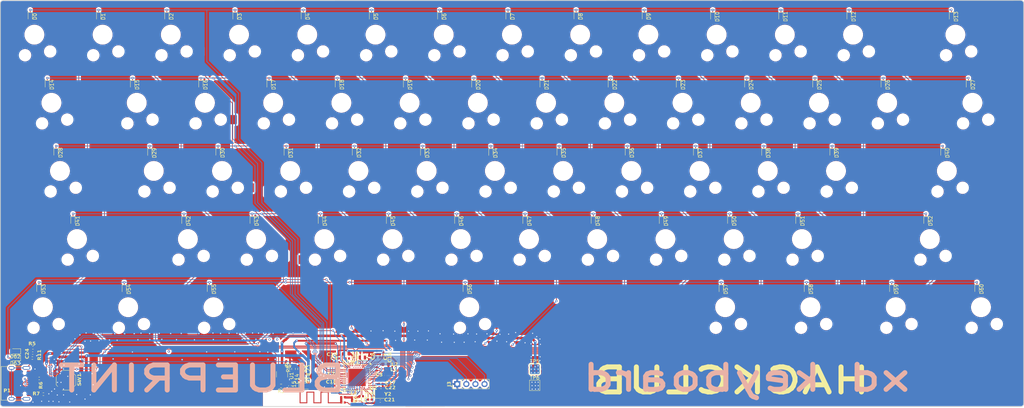
<source format=kicad_pcb>
(kicad_pcb (version 20241229) (generator "pcbnew") (generator_version "9.0")
  (layers (0 "F.Cu" signal) (2 "B.Cu" signal) (13 "F.Paste" user) (15 "B.Paste" user) (5 "F.SilkS" user "F.Silkscreen") (7 "B.SilkS" user "B.Silkscreen") (1 "F.Mask" user) (3 "B.Mask" user) (25 "Edge.Cuts" user))
  (net 0 "")
  (net 1 "Net-(D0-A)")
  (net 2 "Net-(D1-A)")
  (net 3 "Net-(D2-A)")
  (net 4 "Net-(D3-A)")
  (net 5 "Net-(D4-A)")
  (net 6 "Net-(D5-A)")
  (net 7 "Net-(D6-A)")
  (net 8 "Net-(D7-A)")
  (net 9 "Net-(D8-A)")
  (net 10 "Net-(D9-A)")
  (net 11 "Net-(D10-A)")
  (net 12 "Net-(D11-A)")
  (net 13 "Net-(D12-A)")
  (net 14 "Net-(D13-A)")
  (net 15 "/Row_0")
  (net 16 "/Row_1")
  (net 17 "/Row_2")
  (net 18 "/Row_3")
  (net 19 "/Row_4")
  (net 20 "Net-(D14-A)")
  (net 21 "Net-(D15-A)")
  (net 22 "/Col_0")
  (net 23 "/Col_1")
  (net 24 "/Col_2")
  (net 25 "/Col_3")
  (net 26 "/Col_4")
  (net 27 "/Col_5")
  (net 28 "/Col_6")
  (net 29 "/Col_7")
  (net 30 "/Col_8")
  (net 31 "/Col_9")
  (net 32 "/Col_10")
  (net 33 "/Col_11")
  (net 34 "/Col_12")
  (net 35 "/Col_13")
  (net 36 "Net-(D16-A)")
  (net 37 "Net-(D17-A)")
  (net 38 "Net-(D18-A)")
  (net 39 "Net-(D19-A)")
  (net 40 "Net-(D20-A)")
  (net 41 "Net-(D21-A)")
  (net 42 "Net-(D22-A)")
  (net 43 "Net-(D23-A)")
  (net 44 "Net-(D24-A)")
  (net 45 "Net-(D25-A)")
  (net 46 "Net-(D26-A)")
  (net 47 "Net-(D27-A)")
  (net 48 "Net-(D28-A)")
  (net 49 "Net-(D29-A)")
  (net 50 "Net-(D30-A)")
  (net 51 "Net-(D31-A)")
  (net 52 "Net-(D32-A)")
  (net 53 "Net-(D33-A)")
  (net 54 "Net-(D34-A)")
  (net 55 "Net-(D35-A)")
  (net 56 "Net-(D36-A)")
  (net 57 "Net-(D37-A)")
  (net 58 "Net-(D38-A)")
  (net 59 "Net-(D39-A)")
  (net 60 "Net-(D40-A)")
  (net 61 "Net-(D41-A)")
  (net 62 "Net-(D42-A)")
  (net 63 "Net-(D43-A)")
  (net 64 "Net-(D44-A)")
  (net 65 "Net-(D45-A)")
  (net 66 "Net-(D46-A)")
  (net 67 "Net-(D47-A)")
  (net 68 "Net-(D48-A)")
  (net 69 "Net-(D49-A)")
  (net 70 "Net-(D50-A)")
  (net 71 "Net-(D51-A)")
  (net 72 "Net-(D52-A)")
  (net 73 "Net-(D53-A)")
  (net 74 "Net-(D54-A)")
  (net 75 "Net-(D55-A)")
  (net 76 "Net-(D56-A)")
  (net 77 "Net-(D57-A)")
  (net 78 "Net-(D58-A)")
  (net 79 "Net-(D59-A)")
  (net 80 "Net-(D60-A)")
  (net 81 "VBUS")
  (net 82 "GND")
  (net 83 "Net-(U2-DEC4)")
  (net 84 "Net-(U2-DECUSB)")
  (net 85 "Net-(U2-DEC5)")
  (net 86 "Net-(U2-DEC3)")
  (net 87 "Net-(U2-DEC1)")
  (net 88 "Net-(U2-XL1{slash}P0.00)")
  (net 89 "Net-(U2-XL2{slash}P0.01)")
  (net 90 "Net-(C11-Pad2)")
  (net 91 "Net-(U2-ANT)")
  (net 92 "VSS_PA")
  (net 93 "VBAT")
  (net 94 "VDD_NRF")
  (net 95 "Net-(U2-XC1)")
  (net 96 "Net-(U2-XC2)")
  (net 97 "BAT_VOLT")
  (net 98 "Net-(P1-SHIELD)")
  (net 99 "BLUE_LED")
  (net 100 "SWO")
  (net 101 "SWC")
  (net 102 "SWD")
  (net 103 "Net-(L1-Pad2)")
  (net 104 "Net-(U2-DCC)")
  (net 105 "Net-(U2-DCCH)")
  (net 106 "USB_D-")
  (net 107 "USB_D+")
  (net 108 "Net-(U1-ISET)")
  (net 109 "Net-(U1-TS)")
  (net 110 "Net-(R8-Pad2)")
  (net 111 "RESET")
  (net 135 "/ANT")
  (net 136 "Net-(D61-K)")
  (net 137 "Net-(D62-A)")
  (net 138 "Net-(D62-K)")
  (net 139 "Net-(D63-K)")
  (net 140 "/CC2")
  (net 141 "/CC1")
  (footprint "Diode_SMD:D_SOD-523" (layer "F.Cu") (at 85.02 59.758077 -90)
    (property "Reference" "D0")
    (property "Value" "D")
  )
  (footprint "Gateron_KS33_Hotswap:Gateron-KS33-Hotswap-1U" (layer "F.Cu") (at 86.1775 64.83)
    (property "Reference" "K0")
    (property "Value" "~~,`")
  )
  (footprint "Capacitor_SMD:C_0402_1005Metric" (layer "F.Cu") (at 170.36 164.86 180)
    (property "Reference" "C5")
    (property "Value" "1nF")
  )
  (footprint "Diode_SMD:D_SOD-523" (layer "F.Cu") (at 132.68 78.811538 -90)
    (property "Reference" "D16")
    (property "Value" "D")
  )
  (footprint "Capacitor_SMD:C_0402_1005Metric" (layer "F.Cu") (at 170.76 157.46)
    (property "Reference" "C1")
    (property "Value" "4.7uF")
  )
  (footprint "mikoto-footprints:UDFN-6_1.2x1.0mm_P0.4mm" (layer "F.Cu") (at 90.41 155.64 -90)
    (property "Reference" "U3")
    (property "Value" "ESDR0502NMUTAG" (hide yes))
  )
  (footprint "Gateron_KS33_Hotswap:Gateron-KS33-Hotswap-6.25U" (layer "F.Cu") (at 207.62125 141.03)
    (property "Reference" "K56")
    (property "Value" "Blank")
  )
  (footprint "Diode_SMD:D_SOD-523" (layer "F.Cu") (at 189.83 78.820769 -90)
    (property "Reference" "D19")
    (property "Value" "D")
  )
  (footprint "Gateron_KS33_Hotswap:Gateron-KS33-Hotswap-1U" (layer "F.Cu") (at 229.0525 83.88)
    (property "Reference" "K21")
    (property "Value" "U")
  )
  (footprint "Gateron_KS33_Hotswap:Gateron-KS33-Hotswap-1U" (layer "F.Cu") (at 243.34 121.98)
    (property "Reference" "K48")
    (property "Value" "M")
  )
  (footprint "Gateron_KS33_Hotswap:Gateron-KS33-Hotswap-1U" (layer "F.Cu") (at 167.14 121.98)
    (property "Reference" "K44")
    (property "Value" "C")
  )
  (footprint "Connector_PinHeader_2.54mm:PinHeader_1x04_P2.54mm_Vertical" (layer "F.Cu") (at 204.25 162.51 90)
    (property "Reference" "J3")
    (property "Value" "Debug")
  )
  (footprint "Gateron_KS33_Hotswap:Gateron-KS33-Hotswap-1U" (layer "F.Cu") (at 119.515 102.93)
    (property "Reference" "K29")
    (property "Value" "A")
  )
  (footprint "Resistor_SMD:R_0402_1005Metric" (layer "F.Cu") (at 161.5 160.88 -90)
    (property "Reference" "R10")
    (property "Value" "10M")
  )
  (footprint "Gateron_KS33_Hotswap:Gateron-KS33-Hotswap-1U" (layer "F.Cu") (at 310.015 102.93)
    (property "Reference" "K39")
    (property "Value" "\",'")
  )
  (footprint "Gateron_KS33_Hotswap:Gateron-KS33-Hotswap-1U" (layer "F.Cu") (at 186.19 121.98)
    (property "Reference" "K45")
    (property "Value" "V")
  )
  (footprint "Diode_SMD:D_SOD-523" (layer "F.Cu") (at 266.04 78.83 -90)
    (property "Reference" "D23")
    (property "Value" "D")
  )
  (footprint "Gateron_KS33_Hotswap:Gateron-KS33-Hotswap-2U" (layer "F.Cu") (at 343.3525 64.83)
    (property "Reference" "K13")
    (property "Value" "Backspace")
  )
  (footprint "Gateron_KS33_Hotswap:Gateron-KS33-Hotswap-1U" (layer "F.Cu") (at 143.3275 64.83)
    (property "Reference" "K3")
    (property "Value" "#,3")
  )
  (footprint "Crystal:Crystal_SMD_2012-2Pin_2.0x1.2mm" (layer "F.Cu") (at 177.76 155.11 180)
    (property "Reference" "Y1")
    (property "Value" "32.768 kHz" (hide yes))
  )
  (footprint "Gateron_KS33_Hotswap:Gateron-KS33-Hotswap-1U" (layer "F.Cu") (at 210.0025 83.88)
    (property "Reference" "K20")
    (property "Value" "Y")
  )
  (footprint "Diode_SMD:D_SOD-523" (layer "F.Cu") (at 275.59 59.8025 -90)
    (property "Reference" "D10")
    (property "Value" "D")
  )
  (footprint "Gateron_KS33_Hotswap:Gateron-KS33-Hotswap-1.25U" (layer "F.Cu") (at 136.18375 141.03)
    (property "Reference" "K55")
    (property "Value" "Alt")
  )
  (footprint "Diode_SMD:D_SOD-523" (layer "F.Cu") (at 135.06 135.976429 -90)
    (property "Reference" "D55")
    (property "Value" "D")
  )
  (footprint "Diode_SMD:D_SOD-523" (layer "F.Cu") (at 294.64 59.762115 -90)
    (property "Reference" "D11")
    (property "Value" "D")
  )
  (footprint "Resistor_SMD:R_0402_1005Metric" (layer "F.Cu") (at 172.36 166.16 180)
    (property "Reference" "R1")
    (property "Value" "0R")
  )
  (footprint "Gateron_KS33_Hotswap:Gateron-KS33-Hotswap-2.25U" (layer "F.Cu") (at 98.08375 121.98)
    (property "Reference" "K41")
    (property "Value" "Shift")
  )
  (footprint "Diode_SMD:D_SOD-523" (layer "F.Cu") (at 277.96 136.002143 -90)
    (property "Reference" "D57")
    (property "Value" "D")
  )
  (footprint "Capacitor_SMD:C_0402_1005Metric" (layer "F.Cu") (at 179.66 155.11 -90)
    (property "Reference" "C8")
    (property "Value" "15pF")
  )
  (footprint "Diode_SMD:D_SOD-523" (layer "F.Cu") (at 289.85 97.894375 -90)
    (property "Reference" "D38")
    (property "Value" "D")
  )
  (footprint "Inductor_SMD:L_0402_1005Metric" (layer "F.Cu") (at 184.585 158.3)
    (property "Reference" "L1")
    (property "Value" "15nH")
  )
  (footprint "Capacitor_SMD:C_0402_1005Metric" (layer "F.Cu") (at 171.16 154.86 90)
    (property "Reference" "C19")
    (property "Value" "4.7uF" (hide yes))
  )
  (footprint "Diode_SMD:D_SOD-523" (layer "F.Cu") (at 123.16 59.774231 -90)
    (property "Reference" "D2")
    (property "Value" "D")
  )
  (footprint "Gateron_KS33_Hotswap:Gateron-KS33-Hotswap-1.25U" (layer "F.Cu") (at 350.49625 141.03)
    (property "Reference" "K60")
    (property "Value" "Ctrl")
  )
  (footprint "Gateron_KS33_Hotswap:Gateron-KS33-Hotswap-1.5U" (layer "F.Cu") (at 90.94 83.88)
    (property "Reference" "K14")
    (property "Value" "Tab")
  )
  (footprint "Diode_SMD:D_SOD-523" (layer "F.Cu") (at 104.13 59.786346 -90)
    (property "Reference" "D1")
    (property "Value" "D")
  )
  (footprint "Diode_SMD:D_SOD-523" (layer "F.Cu") (at 285.09 78.809231 -90)
    (property "Reference" "D24")
    (property "Value" "D")
  )
  (footprint "Gateron_KS33_Hotswap:Gateron-KS33-Hotswap-1U" (layer "F.Cu") (at 290.965 102.93)
    (property "Reference" "K38")
    (property "Value" ":,;")
  )
  (footprint "Capacitor_SMD:C_0402_1005Metric" (layer "F.Cu") (at 180.36 167.36 -90)
    (property "Reference" "C6")
    (property "Value" "100pF" (hide yes))
  )
  (footprint "Capacitor_SMD:C_0402_1005Metric" (layer "F.Cu") (at 182.96 163.46)
    (property "Reference" "C22")
    (property "Value" "15pF")
  )
  (footprint "Diode_SMD:D_SOD-523" (layer "F.Cu") (at 218.44 59.790385 -90)
    (property "Reference" "D7")
    (property "Value" "D")
  )
  (footprint "Diode_SMD:D_SOD-523" (layer "F.Cu") (at 113.6 78.804615 -90)
    (property "Reference" "D15")
    (property "Value" "D")
  )
  (footprint "Capacitor_SMD:C_0402_1005Metric" (layer "F.Cu") (at 158.35 161.06 -90)
    (property "Reference" "C14")
    (property "Value" "1uF")
  )
  (footprint "Gateron_KS33_Hotswap:Gateron-KS33-Hotswap-1U" (layer "F.Cu") (at 148.09 121.98)
    (property "Reference" "K43")
    (property "Value" "X")
  )
  (footprint "Diode_SMD:D_SOD-523" (layer "F.Cu") (at 127.94 116.931591 -90)
    (property "Reference" "D42")
    (property "Value" "D")
  )
  (footprint "Diode_SMD:D_SOD-523" (layer "F.Cu") (at 185.08 116.9425 -90)
    (property "Reference" "D45")
    (property "Value" "D")
  )
  (footprint "LED_SMD:LED_0603_1608Metric" (layer "F.Cu") (at 80.84 155.26 180)
    (property "Reference" "D63")
    (property "Value" "BLUE")
  )
  (footprint "Diode_SMD:D_SOD-523" (layer "F.Cu") (at 199.36 59.794423 -90)
    (property "Reference" "D6")
    (property "Value" "D")
  )
  (footprint "Gateron_KS33_Hotswap:Gateron-KS33-Hotswap-1U" (layer "F.Cu") (at 276.6775 64.83)
    (property "Reference" "K10")
    (property "Value" "),0")
  )
  (footprint "Diode_SMD:D_SOD-523" (layer "F.Cu") (at 299.39 116.937045 -90)
    (property "Reference" "D51")
    (property "Value" "D")
  )
  (footprint "Gateron_KS33_Hotswap:Gateron-KS33-Hotswap-1U" (layer "F.Cu") (at 271.915 102.93)
    (property "Reference" "K37")
    (property "Value" "L")
  )
  (footprint "Capacitor_SMD:C_0402_1005Metric" (layer "F.Cu") (at 161.52 158.59 -90)
    (property "Reference" "C23")
    (property "Value" "10nF")
  )
  (footprint "Capacitor_SMD:C_0402_1005Metric" (layer "F.Cu") (at 172.36 167.66 180)
    (property "Reference" "C10" (hide yes))
    (property "Value" "1.5pF")
  )
  (footprint "Gateron_KS33_Hotswap:Gateron-KS33-Hotswap-1U" (layer "F.Cu") (at 133.8025 83.88)
    (property "Reference" "K16")
    (property "Value" "W")
  )
  (footprint "Gateron_KS33_Hotswap:Gateron-KS33-Hotswap-1U" (layer "F.Cu") (at 124.2775 64.83)
    (property "Reference" "K2")
    (property "Value" "@,2")
  )
  (footprint "Diode_SMD:D_SOD-523" (layer "F.Cu") (at 180.32 59.778269 -90)
    (property "Reference" "D5")
    (property "Value" "D")
  )
  (footprint "Gateron_KS33_Hotswap:Gateron-KS33-Hotswap-2.25U" (layer "F.Cu") (at 340.97125 102.93)
    (property "Reference" "K40")
    (property "Value" "Enter")
  )
  (footprint "Capacitor_SMD:C_0402_1005Metric" (layer "F.Cu") (at 175.36 167.26 180)
    (property "Reference" "C11" (hide yes))
    (property "Value" "1pF")
  )
  (footprint "Gateron_KS33_Hotswap:Gateron-KS33-Hotswap-1U" (layer "F.Cu") (at 214.765 102.93)
    (property "Reference" "K34")
    (property "Value" "H")
  )
  (footprint "Diode_SMD:D_SOD-523" (layer "F.Cu") (at 301.76 135.995714 -90)
    (property "Reference" "D58")
    (property "Value" "D")
  )
  (footprint "Diode_SMD:D_SOD-523" (layer "F.Cu") (at 175.56 97.8325 -90)
    (property "Reference" "D32")
    (property "Value" "D")
  )
  (footprint "Resistor_SMD:R_0402_1005Metric" (layer "F.Cu") (at 88.7 165.34)
    (property "Reference" "R7")
    (property "Value" "5.1k")
  )
  (footprint "Diode_SMD:D_SOD-523" (layer "F.Cu") (at 325.57 135.989286 -90)
    (property "Reference" "D59")
    (property "Value" "D")
  )
  (footprint "Gateron_KS33_Hotswap:Gateron-KS33-Hotswap-1.25U" (layer "F.Cu") (at 302.87125 141.03)
    (property "Reference" "K58")
    (property "Value" "Win")
  )
  (footprint "Gateron_KS33_Hotswap:Gateron-KS33-Hotswap-1U" (layer "F.Cu") (at 324.3025 83.88)
    (property "Reference" "K26")
    (property "Value" "},]")
  )
  (footprint "Inductor_SMD:L_0603_1608Metric" (layer "F.Cu") (at 184.26 156.96 180)
    (property "Reference" "L2")
    (property "Value" "10uH")
  )
  (footprint "Diode_SMD:D_SOD-323" (layer "F.Cu") (at 161.62 163.07)
    (property "Reference" "D61")
    (property "Value" "B5819W SL")
  )
  (footprint "Capacitor_SMD:C_0402_1005Metric" (layer "F.Cu") (at 182.66 154.66 -90)
    (property "Reference" "C16")
    (property "Value" "100nF")
  )
  (footprint "Diode_SMD:D_SOD-523" (layer "F.Cu") (at 166.04 116.926136 -90)
    (property "Reference" "D44")
    (property "Value" "D")
  )
  (footprint "Resistor_SMD:R_0603_1608Metric" (layer "F.Cu") (at 160.23 158.28 -90)
    (property "Reference" "R9")
    (property "Value" "2M")
  )
  (footprint "Gateron_KS33_Hotswap:Gateron-KS33-Hotswap-1U" (layer "F.Cu") (at 267.1525 83.88)
    (property "Reference" "K23")
    (property "Value" "O")
  )
  (footprint "Gateron_KS33_Hotswap:Gateron-KS33-Hotswap-1U" (layer "F.Cu") (at 262.39 121.98)
    (property "Reference" "K49")
    (property "Value" "<,,")
  )
  (footprint "Gateron_KS33_Hotswap:Gateron-KS33-Hotswap-1U" (layer "F.Cu") (at 129.04 121.98)
    (property "Reference" "K42")
    (property "Value" "Z")
  )
  (footprint "Gateron_KS33_Hotswap:Gateron-KS33-Hotswap-1.75U" (layer "F.Cu") (at 93.32125 102.93)
    (property "Reference" "K28")
    (property "Value" "Caps Lock")
  )
  (footprint "TestPoint:TestPoint_Pad_2.5x2.5mm" (layer "F.Cu") (at 225.885 162.875)
    (property "Reference" "TP6")
    (property "Value" "BAT GND")
  )
  (footprint "Capacitor_SMD:C_0402_1005Metric" (layer "F.Cu") (at 179.36 167.36 90)
    (property "Reference" "C2")
    (property "Value" "1uF" (hide yes))
  )
  (footprint "Capacitor_SMD:C_0402_1005Metric" (layer "F.Cu") (at 169.56 160.86)
    (property "Reference" "C20")
    (property "Value" "1uF")
  )
  (footprint "Gateron_KS33_Hotswap:Gateron-KS33-Hotswap-1U" (layer "F.Cu") (at 295.7275 64.83)
    (property "Reference" "K11")
    (property "Value" "_,-")
  )
  (footprint "Diode_SMD:D_SOD-523" (layer "F.Cu") (at 194.6 97.883125 -90)
    (property "Reference" "D33")
    (property "Value" "D")
  )
  (footprint "BQ21040:SOT95P280X145-6N" (layer "F.Cu") (at 155.33 159.79 -90)
    (property "Reference" "U1")
    (property "Value" "BQ21040DBVR")
  )
  (footprint "Gateron_KS33_Hotswap:Gateron-KS33-Hotswap-1U" (layer "F.Cu") (at 305.2525 83.88)
    (property "Reference" "K25")
    (property "Value" "{,[")
  )
  (footprint "mikoto-footprints:2.4GHz-meander-antenna-v2" (layer "F.Cu") (at 165.247 166.272102)
    (property "Reference" "AE1")
    (property "Value" "Antenna" (hide yes))
  )
  (footprint "Diode_SMD:D_SOD-523" (layer "F.Cu") (at 280.33 116.9125 -90)
    (property "Reference" "D50")
    (property "Value" "D")
  )
  (footprint "Capacitor_SMD:C_0402_1005Metric" (layer "F.Cu") (at 157.53 163.02 -90)
    (property "Reference" "C15")
    (property "Value" "1uF")
  )
  (footprint "mikoto-footprints:net-tie-2-tiny" (layer "F.Cu") (at 177.76 163.16 90)
    (property "Reference" "NT1")
    (property "Value" "NetTie_2")
  )
  (footprint "Gateron_KS33_Hotswap:Gateron-KS33-Hotswap-1U" (layer "F.Cu") (at 190.9525 83.88)
    (property "Reference" "K19")
    (property "Value" "T")
  )
  (footprint "Diode_SMD:D_SOD-523" (layer "F.Cu") (at 118.4 97.9 -90)
    (property "Reference" "D29")
    (property "Value" "D")
  )
  (footprint "Diode_SMD:D_SOD-523" (layer "F.Cu") (at 346.99 78.806923 -90)
    (property "Reference" "D27")
    (property "Value" "D")
  )
  (footprint "Diode_SMD:D_SOD-523" (layer "F.Cu") (at 308.91 97.860625 -90)
    (property "Reference" "D39")
    (property "Value" "D")
  )
  (footprint "Gateron_KS33_Hotswap:Gateron-KS33-Hotswap-1U" (layer "F.Cu") (at 105.2275 64.83)
    (property "Reference" "K1")
    (property "Value" "!,1")
  )
  (footprint "Capacitor_SMD:C_0402_1005Metric" (layer "F.Cu") (at 177.46 165.91 180)
    (property "Reference" "C12")
    (property "Value" "1pF")
  )
  (footprint "Gateron_KS33_Hotswap:Gateron-KS33-Hotswap-1U" (layer "F.Cu") (at 181.4275 64.83)
    (property "Reference" "K5")
    (property "Value" "%,5")
  )
  (footprint "Resistor_SMD:R_0402_1005Metric" (layer "F.Cu") (at 85.76675 152.37 180)
    (property "Reference" "R5")
    (property "Value" "1.5k")
  )
  (footprint "Diode_SMD:D_SOD-523" (layer "F.Cu") (at 92.22 97.838125 -90)
    (property "Reference" "D28")
    (property "Value" "D")
  )
  (footprint "Diode_SMD:D_SOD-523" (layer "F.Cu") (at 151.71 78.823077 -90)
    (property "Reference" "D17")
    (property "Value" "D")
  )
  (footprint "Diode_SMD:D_SOD-523" (layer "F.Cu") (at 339.86 97.871875 -90)
    (property "Reference" "D40")
    (property "Value" "D")
  )
  (footprint "Gateron_KS33_Hotswap:Gateron-KS33-Hotswap-1U" (layer "F.Cu") (at 171.9025 83.88)
    (property "Reference" "K18")
    (property "Value" "R")
  )
  (footprint "Diode_SMD:D_SOD-523" (layer "F.Cu") (at 206.48 135.982857 -90)
    (property "Reference" "D56")
    (property "Value" "D")
  )
  (footprint "Diode_SMD:D_SOD-523" (layer "F.Cu") (at 323.19 78.818462 -90)
    (property "Reference" "D26")
    (property "Value" "D")
  )
  (footprint "Diode_SMD:D_SOD-523" (layer "F.Cu") (at 170.79 78.8 -90)
    (property "Reference" "D18")
    (property "Value" "D")
  )
  (footprint "Diode_SMD:D_SOD-523" (layer "F.Cu") (at 204.12 116.923409 -90)
    (property "Reference" "D46")
    (property "Value" "D")
  )
  (footprint "Gateron_KS33_Hotswap:Gateron-KS33-Hotswap-1U" (layer "F.Cu") (at 162.3775 64.83)
    (property "Reference" "K4")
    (property "Value" "$,4")
  )
  (footprint "Diode_SMD:D_SOD-523" (layer "F.Cu") (at 237.45 59.75 -90)
    (property "Reference" "D8")
    (property "Value" "D")
  )
  (footprint "Capacitor_SMD:C_0402_1005Metric" (layer "F.Cu") (at 170.76 156.46 180)
    (property "Reference" "C4")
    (property "Value" "4.7uF" (hide yes))
  )
  (footprint "Diode_SMD:D_SOD-523" (layer "F.Cu") (at 227.95 78.816154 -90)
    (property "Reference" "D21")
    (property "Value" "D")
  )
  (footprint "Gateron_KS33_Hotswap:Gateron-KS33-Hotswap-1.25U" (layer "F.Cu") (at 112.37125 141.03)
    (property "Reference" "K54")
    (property "Value" "Win")
  )
  (footprint "Gateron_KS33_Hotswap:Gateron-KS33-Hotswap-1U" (layer "F.Cu") (at 205.24 121.98)
    (property "Reference" "K46")
    (property "Value" "B")
  )
  (footprint "Gateron_KS33_Hotswap:Gateron-KS33-Hotswap-1U" (layer "F.Cu") (at 252.865 102.93)
    (property "Reference" "K36")
    (property "Value" "K")
  )
  (footprint "Diode_SMD:D_SOD-523" (layer "F.Cu") (at 270.81 97.86625 -90)
    (property "Reference" "D37")
    (property "Value" "D")
  )
  (footprint "Gateron_KS33_Hotswap:Gateron-KS33-Hotswap-1.25U" (layer "F.Cu") (at 88.55875 141.03)
    (property "Reference" "K53")
    (property "Value" "Ctrl")
  )
  (footprint "Capacitor_SMD:C_0402_1005Metric" (layer "F.Cu") (at 85.71 153.84)
    (property "Reference" "C24")
    (property "Value" "1000pF/NC")
  )
  (footprint "Diode_SMD:D_SOD-523" (layer "F.Cu") (at 246.99 78.813846 -90)
    (property "Reference" "D22")
    (property "Value" "D")
  )
  (footprint "Gateron_KS33_Hotswap:Gateron-KS33-Hotswap-1.5U" (layer "F.Cu") (at 348.115 83.88)
    (property "Reference" "K27")
    (property "Value" "|,\\")
  )
  (footprint "Diode_SMD:D_SOD-523" (layer "F.Cu") (at 156.5 97.8775 -90)
    (property "Reference" "D31")
    (property "Value" "D")
  )
  (footprint "Diode_SMD:D_SOD-523" (layer "F.Cu") (at 232.71 97.855 -90)
    (property "Reference" "D35")
    (property "Value" "D")
  )
  (footprint "Gateron_KS33_Hotswap:Gateron-KS33-Hotswap-1U" (layer "F.Cu") (at 233.815 102.93)
    (property "Reference" "K35")
    (property "Value" "J")
  )
  (footprint "Inductor_SMD:L_0603_1608Metric" (layer "F.Cu") (at 173.26 154.06 180)
    (property "Reference" "L3")
    (property "Value" "10uH")
  )
  (footprint "Gateron_KS33_Hotswap:Gateron-KS33-Hotswap-1U" (layer "F.Cu") (at 138.565 102.93)
    (property "Reference" "K30")
    (property "Value" "S")
  )
  (footprint "Diode_SMD:D_SOD-523" (layer "F.Cu") (at 335.13 116.920682 -90)
    (property "Reference" "D52")
    (property "Value" "D")
  )
  (footprint "Gateron_KS33_Hotswap:Gateron-KS33-Hotswap-1U" (layer "F.Cu") (at 114.7525 83.88)
    (property "Reference" "K15")
    (property "Value" "Q")
  )
  (footprint "Gateron_KS33_Hotswap:Gateron-KS33-Hotswap-1.25U" (layer "F.Cu") (at 326.68375 141.03)
    (property "Reference" "K59")
    (property "Value" "Menu")
  )
  (footprint "Capacitor_SMD:C_0402_1005Metric" (layer "F.Cu") (at 177.66 153.66 180)
    (property "Reference" "C9")
    (property "Value" "15pF" (hide yes))
  )
  (footprint "Gateron_KS33_Hotswap:Gateron-KS33-Hotswap-1U" (layer "F.Cu") (at 248.1025 83.88)
    (property "Reference" "K22")
    (property "Value" "I")
  )
  (footprint "Gateron_KS33_Hotswap:Gateron-KS33-Hotswap-2.75U" (layer "F.Cu") (at 336.20875 121.98)
    (property "Reference" "K52")
    (property "Value" "Shift")
  )
  (footprint "Diode_SMD:D_SOD-523" (layer "F.Cu") (at 146.99 116.915227 -90)
    (property "Reference" "D43")
    (property "Value" "D")
  )
  (footprint "LED_SMD:LED_0603_1608Metric" (layer "F.Cu") (at 80.86 153.37 180)
    (property "Reference" "D62")
    (property "Value" "CHG")
  )
  (footprint "Resistor_SMD:R_0402_1005Metric" (layer "F.Cu") (at 85.61 155.24 180)
    (property "Reference" "R11")
    (property "Value" "1M")
  )
  (footprint "Diode_SMD:D_SOD-523" (layer "F.Cu") (at 242.24 116.917955 -90)
    (property "Reference" "D48")
    (property "Value" "D")
  )
  (footprint "Gateron_KS33_Hotswap:Gateron-KS33-Hotswap-1U" (layer "F.Cu") (at 300.49 121.98)
    (property "Reference" "K51")
    (property "Value" "?,/")
  )
  (footprint "Gateron_KS33_Hotswap:Gateron-KS33-Hotswap-1U" (layer "F.Cu") (at 314.7775 64.83)
    (property "Reference" "K12")
    (property "Value" "+,=")
  )
  (footprint "Capacitor_SMD:C_0402_1005Metric" (layer "F.Cu") (at 182.91 162.46 180)
    (property "Reference" "C17")
    (property "Value" "100nF")
  )
  (footprint "Diode_SMD:D_SOD-523" (layer "F.Cu") (at 161.26 59.766154 -90)
    (property "Reference" "D4")
    (property "Value" "D")
  )
  (footprint "Gateron_KS33_Hotswap:Gateron-KS33-Hotswap-1U" (layer "F.Cu") (at 176.665 102.93)
    (property "Reference" "K32")
    (property "Value" "F")
  )
  (footprint "Resistor_SMD:R_0402_1005Metric" (layer "F.Cu") (at 159.75 161.06 -90)
    (property "Reference" "R2")
    (property "Value" "10k")
  )
  (footprint "Gateron_KS33_Hotswap:Gateron-KS33-Hotswap-1U" (layer "F.Cu") (at 224.29 121.98)
    (property "Reference" "K47")
    (property "Value" "N")
  )
  (footprint "Diode_SMD:D_SOD-523" (layer "F.Cu") (at 251.75 97.84375 -90)
    (property "Reference" "D36")
    (property "Value" "D")
  )
  (footprint "Capacitor_SMD:C_0402_1005Metric" (layer "F.Cu") (at 182.76 167.26)
    (property "Reference" "C21")
    (property "Value" "15pF" (hide yes))
  )
  (footprint "Diode_SMD:D_SOD-523" (layer "F.Cu") (at 137.46 97.849375 -90)
    (property "Reference" "D30")
    (property "Value" "D")
  )
  (footprint "Gateron_KS33_Hotswap:Gateron-KS33-Hotswap-1U" (layer "F.Cu") (at 257.6275 64.83)
    (property "Reference" "K9")
    (property "Value" "(,9")
  )
  (footprint "Diode_SMD:D_SOD-523" (layer "F.Cu") (at 142.21 59.798462 -90)
    (property "Reference" "D3")
    (property "Value" "D")
  )
  (footprint "Gateron_KS33_Hotswap:Gateron-KS33-Hotswap-1U" (layer "F.Cu") (at 219.5275 64.83)
    (property "Reference" "K7")
    (property "Value" "&,7")
  )
  (footprint "Diode_SMD:D_SOD-523" (layer "F.Cu") (at 349.38 135.97 -90)
    (property "Reference" "D60")
    (property "Value" "D")
  )
  (footprint "Capacitor_SMD:C_0402_1005Metric" (layer "F.Cu") (at 169.16 162.96)
    (property "Reference" "C18")
    (property "Value" "100nF")
  )
  (footprint "Diode_SMD:D_SOD-523" (layer "F.Cu") (at 304.13 78.825385 -90)
    (property "Reference" "D25")
    (property "Value" "D")
  )
  (footprint "Gateron_KS33_Hotswap:Gateron-KS33-Hotswap-1U" (layer "F.Cu") (at 238.5775 64.83)
    (property "Reference" "K8")
    (property "Value" "*,8")
  )
  (footprint "Diode_SMD:D_SOD-523" (layer "F.Cu") (at 261.29 116.939773 -90)
    (property "Reference" "D49")
    (property "Value" "D")
  )
  (footprint "Diode_SMD:D_SOD-523" (layer "F.Cu") (at 89.78 78.802308 -90)
    (property "Reference" "D14")
    (property "Value" "D")
  )
  (footprint "Diode_SMD:D_SOD-523" (layer "F.Cu") (at 96.96 116.934318 -90)
    (property "Reference" "D41")
    (property "Value" "D")
  )
  (footprint "Resistor_SMD:R_0603_1608Metric" (layer "F.Cu") (at 158.54 158.27 90)
    (property "Reference" "R8")
    (property "Value" "2M")
  )
  (footprint "Resistor_SMD:R_0402_1005Metric" (layer "F.Cu") (at 157.04 156.14 180)
    (property "Reference" "R4")
    (property "Value" "10k")
  )
  (footprint "Diode_SMD:D_SOD-523" (layer "F.Cu") (at 208.87 78.827692 -90)
    (property "Reference" "D20")
    (property "Value" "D")
  )
  (footprint "Resistor_SMD:R_0603_1608Metric" (layer "F.Cu") (at 155.07 163.04 180)
    (property "Reference" "R3")
    (property "Value" "2.7k")
  )
  (footprint "Inductor_SMD:L_0402_1005Metric" (layer "F.Cu") (at 175.36 166.26)
    (property "Reference" "L4")
    (property "Value" "3.9nH")
  )
  (footprint "TestPoint:TestPoint_Pad_2.5x2.5mm" (layer "F.Cu") (at 225.885 158.325)
    (property "Reference" "TP5")
    (property "Value" "VBAT")
  )
  (footprint "Diode_SMD:D_SOD-523" (layer "F.Cu") (at 87.45 135.97 -90)
    (property "Reference" "D53")
    (property "Value" "D")
  )
  (footprint "Gateron_KS33_Hotswap:Gateron-KS33-Hotswap-1U" (layer "F.Cu") (at 286.2025 83.88)
    (property "Reference" "K24")
    (property "Value" "P")
  )
  (footprint "Capacitor_SMD:C_0402_1005Metric" (layer "F.Cu") (at 181.76 158.26 90)
    (property "Reference" "C3")
    (property "Value" "47nF")
  )
  (footprint "Diode_SMD:D_SOD-523" (layer "F.Cu") (at 256.49 59.754038 -90)
    (property "Reference" "D9")
    (property "Value" "D")
  )
  (footprint "Diode_SMD:D_SOD-523" (layer "F.Cu") (at 342.26 59.782308 -90)
    (property "Reference" "D13")
    (property "Value" "D")
  )
  (footprint "Diode_SMD:D_SOD-523" (layer "F.Cu") (at 111.27 136.008571 -90)
    (property "Reference" "D54")
    (property "Value" "D")
  )
  (footprint "Gateron_KS33_Hotswap:Gateron-KS33-Hotswap-1.25U" (layer "F.Cu") (at 279.05875 141.03)
    (property "Reference" "K57")
    (property "Value" "Alt")
  )
  (footprint "Connector_USB:USB_C_Receptacle_HRO_TYPE-C-31-M-12" (layer "F.Cu") (at 80.84 162.31 -90)
    (property "Reference" "P1")
    (property "Value" "USB-C")
  )
  (footprint "Package_DFN_QFN:Nordic_AQFN-73-1EP_7x7mm_P0.5mm" (layer "F.Cu") (at 176.26 160.66 -90)
    (property "Reference" "U2")
    (property "Value" "nRF52840")
  )
  (footprint "Diode_SMD:D_SOD-523" (layer "F.Cu") (at 313.67 59.770192 -90)
    (property "Reference" "D12")
    (property "Value" "D")
  )
  (footprint "Gateron_KS33_Hotswap:Gateron-KS33-Hotswap-1U" (layer "F.Cu") (at 281.44 121.98)
    (property "Reference" "K50")
    (property "Value" ">,.")
  )
  (footprint "Button_Switch_SMD:SW_Push_1P1T_XKB_TS-1187A" (layer "F.Cu") (at 95.01 161.44 -90)
    (property "Reference" "SW1")
    (property "Value" "Reset")
  )
  (footprint "Diode_SMD:D_SOD-523" (layer "F.Cu") (at 223.18 116.928864 -90)
    (property "Reference" "D47")
    (property "Value" "D")
  )
  (footprint "Crystal:Crystal_SMD_2016-4Pin_2.0x1.6mm" (layer "F.Cu") (at 182.56 165.36)
    (property "Reference" "Y2")
    (property "Value" "32MHz" (hide yes))
  )
  (footprint "Gateron_KS33_Hotswap:Gateron-KS33-Hotswap-1U" (layer "F.Cu") (at 157.615 102.93)
    (property "Reference" "K31")
    (property "Value" "D")
  )
  (footprint "Gateron_KS33_Hotswap:Gateron-KS33-Hotswap-1U" (layer "F.Cu") (at 195.715 102.93)
    (property "Reference" "K33")
    (property "Value" "G")
  )
  (footprint "Capacitor_SMD:C_0402_1005Metric" (layer "F.Cu") (at 173.56 155.36 180)
    (property "Reference" "C13")
    (property "Value" "4.7uF" (hide yes))
  )
  (footprint "Diode_SMD:D_SOD-523" (layer "F.Cu") (at 213.65 97.88875 -90)
    (property "Reference" "D34")
    (property "Value" "D")
  )
  (footprint "Capacitor_SMD:C_0402_1005Metric" (layer "F.Cu") (at 181.56 154.66 90)
    (property "Reference" "C7")
    (property "Value" "100nF")
  )
  (footprint "Gateron_KS33_Hotswap:Gateron-KS33-Hotswap-1U" (layer "F.Cu") (at 152.8525 83.88)
    (property "Reference" "K17")
    (property "Value" "E")
  )
  (footprint "Resistor_SMD:R_0402_1005Metric" (layer "F.Cu") (at 87.53 160.95)
    (property "Reference" "R6")
    (property "Value" "5.1k")
  )
  (footprint "Gateron_KS33_Hotswap:Gateron-KS33-Hotswap-1U" (layer "F.Cu") (at 200.4775 64.83)
    (property "Reference" "K6")
    (property "Value" "^,6")
  )
  (gr_line (start 189.86 168.74) (end 200.73 168.71) (stroke (width 0.2)) (layer "F.Cu"))
  (gr_line (start 361.669615 55.240179) (end 77.420385 55.309821) (stroke (width 0.2)) (layer "Edge.Cuts"))
  (gr_arc (start 76.68445 56.040385) (mid 76.9 55.52) (end 77.420385 55.30445) (stroke (width 0.2)) (layer "Edge.Cuts"))
  (gr_line (start 76.69 56.040385) (end 76.69 168.039615) (stroke (width 0.2)) (layer "Edge.Cuts"))
  (gr_line (start 77.4204 168.77555) (end 361.759812 168.77) (stroke (width 0.2)) (layer "Edge.Cuts"))
  (gr_arc (start 77.420385 168.77555) (mid 76.9 168.56) (end 76.68445 168.039615) (stroke (width 0.2)) (layer "Edge.Cuts"))
  (gr_line (start 362.40555 168.039615) (end 362.40555 55.9904) (stroke (width 0.2)) (layer "Edge.Cuts"))
  (gr_arc (start 361.669615 55.25445) (mid 362.19 55.47) (end 362.40555 55.990385) (stroke (width 0.2)) (layer "Edge.Cuts"))
  (gr_arc (start 362.40555 168.039615) (mid 362.19 168.56) (end 361.669615 168.77555) (stroke (width 0.2)) (layer "Edge.Cuts"))
  (gr_text "HACKCLUB" (at 320.43 165.64 0) (layer "F.SilkS") (effects (font (size 7 10) (thickness 1.4) (bold yes)) (justify left bottom mirror)))
  (gr_text "BLUEPRINT" (at 174.19 165.1 0) (layer "B.SilkS") (effects (font (size 7 10) (thickness 1.4) (bold yes)) (justify left bottom mirror)))
  (gr_text "xd keyboard\n" (at 331.59 164.92 0) (layer "B.SilkS") (effects (font (size 7 10) (thickness 1.4) (bold yes)) (justify left bottom mirror)))
  (via (at 123.71 153.39) (size 0.6) (drill 0.3) (layers "F.Cu" "B.Cu") (net 0))
  (via (at 151.84 150.06) (size 0.6) (drill 0.3) (layers "F.Cu" "B.Cu") (net 0))
  (via (at 153.96 150.06) (size 0.6) (drill 0.3) (layers "F.Cu" "B.Cu") (net 0))
  (segment (start 80.34 65.138077) (end 85.02 60.458077) (width 0.2) (layer "F.Cu") (net 1))
  (segment (start 80.34 70.58) (end 80.34 65.138077) (width 0.2) (layer "F.Cu") (net 1))
  (segment (start 99.39 65.226346) (end 104.13 60.486346) (width 0.2) (layer "F.Cu") (net 2))
  (segment (start 99.39 70.58) (end 99.39 65.226346) (width 0.2) (layer "F.Cu") (net 2))
  (segment (start 118.44 65.194231) (end 123.16 60.474231) (width 0.2) (layer "F.Cu") (net 3))
  (segment (start 118.44 70.58) (end 118.44 65.194231) (width 0.2) (layer "F.Cu") (net 3))
  (segment (start 137.49 65.218462) (end 142.21 60.498462) (width 0.2) (layer "F.Cu") (net 4))
  (segment (start 137.49 70.58) (end 137.49 65.218462) (width 0.2) (layer "F.Cu") (net 4))
  (segment (start 156.54 70.58) (end 156.54 65.186154) (width 0.2) (layer "F.Cu") (net 5))
  (segment (start 156.54 65.186154) (end 161.26 60.466154) (width 0.2) (layer "F.Cu") (net 5))
  (segment (start 175.59 65.208269) (end 180.32 60.478269) (width 0.2) (layer "F.Cu") (net 6))
  (segment (start 175.59 70.58) (end 175.59 65.208269) (width 0.2) (layer "F.Cu") (net 6))
  (segment (start 194.64 65.214423) (end 199.36 60.494423) (width 0.2) (layer "F.Cu") (net 7))
  (segment (start 194.64 70.58) (end 194.64 65.214423) (width 0.2) (layer "F.Cu") (net 7))
  (segment (start 213.69 70.58) (end 213.69 65.240385) (width 0.2) (layer "F.Cu") (net 8))
  (segment (start 213.69 65.240385) (end 218.44 60.490385) (width 0.2) (layer "F.Cu") (net 8))
  (segment (start 232.74 70.58) (end 232.74 65.16) (width 0.2) (layer "F.Cu") (net 9))
  (segment (start 232.74 65.16) (end 237.45 60.45) (width 0.2) (layer "F.Cu") (net 9))
  (segment (start 251.79 65.154038) (end 256.49 60.454038) (width 0.2) (layer "F.Cu") (net 10))
  (segment (start 251.79 70.58) (end 251.79 65.154038) (width 0.2) (layer "F.Cu") (net 10))
  (segment (start 270.84 70.58) (end 270.84 65.2525) (width 0.2) (layer "F.Cu") (net 11))
  (segment (start 270.84 65.2525) (end 275.59 60.5025) (width 0.2) (layer "F.Cu") (net 11))
  (segment (start 289.89 65.212115) (end 294.64 60.462115) (width 0.2) (layer "F.Cu") (net 12))
  (segment (start 289.89 70.58) (end 289.89 65.212115) (width 0.2) (layer "F.Cu") (net 12))
  (segment (start 308.94 70.58) (end 308.94 65.200192) (width 0.2) (layer "F.Cu") (net 13))
  (segment (start 308.94 65.200192) (end 313.67 60.470192) (width 0.2) (layer "F.Cu") (net 13))
  (segment (start 337.515 70.58) (end 337.515 65.227308) (width 0.2) (layer "F.Cu") (net 14))
  (segment (start 337.515 65.227308) (end 342.26 60.482308) (width 0.2) (layer "F.Cu") (net 14))
  (segment (start 237.45 57.92) (end 237.44 57.91) (width 0.2) (layer "F.Cu") (net 15))
  (segment (start 169.06926 159.330739) (end 169.007521 159.269) (width 0.2) (layer "F.Cu") (net 15))
  (segment (start 199.36 59.094423) (end 199.36 57.92) (width 0.2) (layer "F.Cu") (net 15))
  (segment (start 168.531 159.269) (end 168.2 159.6) (width 0.2) (layer "F.Cu") (net 15))
  (segment (start 85.02 58.64) (end 85.02 57.92) (width 0.2) (layer "F.Cu") (net 15))
  (segment (start 167.9 159.6) (end 167.82 159.68) (width 0.2) (layer "F.Cu") (net 15))
  (segment (start 104.13 57.93) (end 104.15 57.91) (width 0.2) (layer "F.Cu") (net 15))
  (segment (start 169.94 159.56) (end 169.298521 159.56) (width 0.2) (layer "F.Cu") (net 15))
  (segment (start 169.298521 159.56) (end 169.06926 159.330739) (width 0.2) (layer "F.Cu") (net 15))
  (segment (start 142.21 59.098462) (end 142.21 57.93) (width 0.2) (layer "F.Cu") (net 15))
  (segment (start 173.01 159.41) (end 172.86 159.56) (width 0.2) (layer "F.Cu") (net 15))
  (segment (start 313.67 59.070192) (end 313.67 57.91) (width 0.2) (layer "F.Cu") (net 15))
  (segment (start 104.13 59.086346) (end 104.13 57.93) (width 0.2) (layer "F.Cu") (net 15))
  (segment (start 342.22 57.87) (end 342.22 59.042308) (width 0.2) (layer "F.Cu") (net 15))
  (segment (start 180.32 57.92) (end 180.31 57.91) (width 0.2) (layer "F.Cu") (net 15))
  (segment (start 199.36 57.92) (end 199.35 57.91) (width 0.2) (layer "F.Cu") (net 15))
  (segment (start 294.64 59.062115) (end 294.64 57.94) (width 0.2) (layer "F.Cu") (net 15))
  (segment (start 237.45 59.05) (end 237.45 57.92) (width 0.2) (layer "F.Cu") (net 15))
  (segment (start 218.44 57.94) (end 218.41 57.91) (width 0.2) (layer "F.Cu") (net 15))
  (segment (start 256.49 59.054038) (end 256.49 57.92) (width 0.2) (layer "F.Cu") (net 15))
  (segment (start 169.007521 159.269) (end 168.531 159.269) (width 0.2) (layer "F.Cu") (net 15))
  (segment (start 85.02 57.92) (end 85.01 57.91) (width 0.2) (layer "F.Cu") (net 15))
  (segment (start 142.21 57.93) (end 142.19 57.91) (width 0.2) (layer "F.Cu") (net 15))
  (segment (start 161.26 59.066154) (end 161.26 57.93) (width 0.2) (layer "F.Cu") (net 15))
  (segment (start 161.26 57.93) (end 161.28 57.91) (width 0.2) (layer "F.Cu") (net 15))
  (segment (start 294.64 57.94) (end 294.61 57.91) (width 0.2) (layer "F.Cu") (net 15))
  (segment (start 168.2 159.6) (end 167.9 159.6) (width 0.2) (layer "F.Cu") (net 15))
  (segment (start 256.49 57.92) (end 256.48 57.91) (width 0.2) (layer "F.Cu") (net 15))
  (segment (start 218.44 59.090385) (end 218.44 57.94) (width 0.2) (layer "F.Cu") (net 15))
  (segment (start 123.16 59.074231) (end 123.16 57.91) (width 0.2) (layer "F.Cu") (net 15))
  (segment (start 275.59 57.92) (end 275.6 57.91) (width 0.2) (layer "F.Cu") (net 15))
  (segment (start 275.59 59.1025) (end 275.59 57.92) (width 0.2) (layer "F.Cu") (net 15))
  (segment (start 85.02 59.058077) (end 85.02 58.64) (width 0.2) (layer "F.Cu") (net 15))
  (segment (start 342.22 59.042308) (end 342.26 59.082308) (width 0.2) (layer "F.Cu") (net 15))
  (segment (start 172.86 159.56) (end 169.94 159.56) (width 0.2) (layer "F.Cu") (net 15))
  (segment (start 180.32 59.078269) (end 180.32 57.92) (width 0.2) (layer "F.Cu") (net 15))
  (via (at 275.6 57.91) (size 0.6) (drill 0.3) (layers "F.Cu" "B.Cu") (net 15))
  (via (at 199.35 57.91) (size 0.6) (drill 0.3) (layers "F.Cu" "B.Cu") (net 15))
  (via (at 313.67 57.91) (size 0.6) (drill 0.3) (layers "F.Cu" "B.Cu") (net 15))
  (via (at 180.31 57.91) (size 0.6) (drill 0.3) (layers "F.Cu" "B.Cu") (net 15))
  (via (at 142.19 57.91) (size 0.6) (drill 0.3) (layers "F.Cu" "B.Cu") (net 15))
  (via (at 294.61 57.91) (size 0.6) (drill 0.3) (layers "F.Cu" "B.Cu") (net 15))
  (via (at 167.82 159.68) (size 0.6) (drill 0.3) (layers "F.Cu" "B.Cu") (net 15))
  (via (at 104.15 57.91) (size 0.6) (drill 0.3) (layers "F.Cu" "B.Cu") (net 15))
  (via (at 161.28 57.91) (size 0.6) (drill 0.3) (layers "F.Cu" "B.Cu") (net 15))
  (via (at 342.22 57.87) (size 0.6) (drill 0.3) (layers "F.Cu" "B.Cu") (net 15))
  (via (at 218.41 57.91) (size 0.6) (drill 0.3) (layers "F.Cu" "B.Cu") (net 15))
  (via (at 237.44 57.91) (size 0.6) (drill 0.3) (layers "F.Cu" "B.Cu") (net 15))
  (via (at 123.16 57.91) (size 0.6) (drill 0.3) (layers "F.Cu" "B.Cu") (net 15))
  (via (at 256.48 57.91) (size 0.6) (drill 0.3) (layers "F.Cu" "B.Cu") (net 15))
  (via (at 85.01 57.91) (size 0.6) (drill 0.3) (layers "F.Cu" "B.Cu") (net 15))
  (segment (start 149.69 100.68) (end 143.18 94.17) (width 0.2) (layer "B.Cu") (net 15))
  (segment (start 104.15 57.91) (end 123.16 57.91) (width 0.2) (layer "B.Cu") (net 15))
  (segment (start 167.82 145.28) (end 159.79 137.25) (width 0.2) (layer "B.Cu") (net 15))
  (segment (start 142.19 57.91) (end 161.28 57.91) (width 0.2) (layer "B.Cu") (net 15))
  (segment (start 237.44 57.91) (end 256.48 57.91) (width 0.2) (layer "B.Cu") (net 15))
  (segment (start 313.67 57.91) (end 342.18 57.91) (width 0.2) (layer "B.Cu") (net 15))
  (segment (start 294.61 57.91) (end 313.67 57.91) (width 0.2) (layer "B.Cu") (net 15))
  (segment (start 199.35 57.91) (end 218.41 57.91) (width 0.2) (layer "B.Cu") (net 15))
  (segment (start 134.32 57.91) (end 142.19 57.91) (width 0.2) (layer "B.Cu") (net 15))
  (segment (start 342.18 57.91) (end 342.22 57.87) (width 0.2) (layer "B.Cu") (net 15))
  (segment (start 149.69 111.79) (end 149.69 100.68) (width 0.2) (layer "B.Cu") (net 15))
  (segment (start 275.6 57.91) (end 294.61 57.91) (width 0.2) (layer "B.Cu") (net 15))
  (segment (start 218.41 57.91) (end 237.44 57.91) (width 0.2) (layer "B.Cu") (net 15))
  (segment (start 161.28 57.91) (end 180.31 57.91) (width 0.2) (layer "B.Cu") (net 15))
  (segment (start 143.18 81.21) (end 134.32 72.35) (width 0.2) (layer "B.Cu") (net 15))
  (segment (start 143.18 94.17) (end 143.18 81.21) (width 0.2) (layer "B.Cu") (net 15))
  (segment (start 256.48 57.91) (end 275.6 57.91) (width 0.2) (layer "B.Cu") (net 15))
  (segment (start 134.32 72.35) (end 134.32 57.91) (width 0.2) (layer "B.Cu") (net 15))
  (segment (start 167.82 159.68) (end 167.82 145.28) (width 0.2) (layer "B.Cu") (net 15))
  (segment (start 123.16 57.91) (end 134.32 57.91) (width 0.2) (layer "B.Cu") (net 15))
  (segment (start 85.01 57.91) (end 104.15 57.91) (width 0.2) (layer "B.Cu") (net 15))
  (segment (start 159.79 137.25) (end 159.79 121.89) (width 0.2) (layer "B.Cu") (net 15))
  (segment (start 180.31 57.91) (end 199.35 57.91) (width 0.2) (layer "B.Cu") (net 15))
  (segment (start 159.79 121.89) (end 149.69 111.79) (width 0.2) (layer "B.Cu") (net 15))
  (segment (start 89.78 78.102308) (end 89.78 76.96) (width 0.2) (layer "F.Cu") (net 16))
  (segment (start 189.83 78.120769) (end 189.83 76.96) (width 0.2) (layer "F.Cu") (net 16))
  (segment (start 246.99 76.99) (end 247.02 76.96) (width 0.2) (layer "F.Cu") (net 16))
  (segment (start 113.6 78.104615) (end 113.6 76.96) (width 0.2) (layer "F.Cu") (net 16))
  (segment (start 173.01 160.41) (end 171.76 160.41) (width 0.2) (layer "F.Cu") (net 16))
  (segment (start 227.95 78.116154) (end 227.95 76.96) (width 0.2) (layer "F.Cu") (net 16))
  (segment (start 136.07 76.96) (end 151.71 76.96) (width 0.2) (layer "F.Cu") (net 16))
  (segment (start 304.13 78.125385) (end 304.13 76.97) (width 0.2) (layer "F.Cu") (net 16))
  (segment (start 171.62 160.27) (end 170.13 160.27) (width 0.2) (layer "F.Cu") (net 16))
  (segment (start 323.19 78.118462) (end 323.19 76.98) (width 0.2) (layer "F.Cu") (net 16))
  (segment (start 266.04 78.13) (end 266.04 76.97) (width 0.2) (layer "F.Cu") (net 16))
  (segment (start 285.09 78.109231) (end 285.09 76.99) (width 0.2) (layer "F.Cu") (net 16))
  (segment (start 132.68 78.111538) (end 132.68 76.97) (width 0.2) (layer "F.Cu") (net 16))
  (segment (start 304.13 76.97) (end 304.14 76.96) (width 0.2) (layer "F.Cu") (net 16))
  (segment (start 246.99 78.113846) (end 246.99 76.99) (width 0.2) (layer "F.Cu") (net 16))
  (segment (start 323.19 76.98) (end 323.21 76.96) (width 0.2) (layer "F.Cu") (net 16))
  (segment (start 171.76 160.41) (end 171.73 160.38) (width 0.2) (layer "F.Cu") (net 16))
  (segment (start 166.99 160.27) (end 166.98 160.26) (width 0.2) (layer "F.Cu") (net 16))
  (segment (start 132.68 76.97) (end 132.69 76.96) (width 0.2) (layer "F.Cu") (net 16))
  (segment (start 151.71 78.123077) (end 151.71 76.96) (width 0.2) (layer "F.Cu") (net 16))
  (segment (start 208.87 78.127692) (end 208.87 76.97) (width 0.2) (layer "F.Cu") (net 16))
  (segment (start 171.73 160.38) (end 171.62 160.27) (width 0.2) (layer "F.Cu") (net 16))
  (segment (start 266.04 76.97) (end 266.03 76.96) (width 0.2) (layer "F.Cu") (net 16))
  (segment (start 170.13 160.27) (end 166.99 160.27) (width 0.2) (layer "F.Cu") (net 16))
  (segment (start 346.99 76.95) (end 346.99 78.106923) (width 0.2) (layer "F.Cu") (net 16))
  (segment (start 208.87 76.97) (end 208.88 76.96) (width 0.2) (layer "F.Cu") (net 16))
  (segment (start 170.79 78.1) (end 170.79 76.96) (width 0.2) (layer "F.Cu") (net 16))
  (segment (start 285.09 76.99) (end 285.12 76.96) (width 0.2) (layer "F.Cu") (net 16))
  (via (at 132.69 76.96) (size 0.6) (drill 0.3) (layers "F.Cu" "B.Cu") (net 16))
  (via (at 89.78 76.96) (size 0.6) (drill 0.3) (layers "F.Cu" "B.Cu") (net 16))
  (via (at 304.14 76.96) (size 0.6) (drill 0.3) (layers "F.Cu" "B.Cu") (net 16))
  (via (at 227.95 76.96) (size 0.6) (drill 0.3) (layers "F.Cu" "B.Cu") (net 16))
  (via (at 166.98 160.26) (size 0.6) (drill 0.3) (layers "F.Cu" "B.Cu") (net 16))
  (via (at 151.71 76.96) (size 0.6) (drill 0.3) (layers "F.Cu" "B.Cu") (net 16))
  (via (at 189.83 76.96) (size 0.6) (drill 0.3) (layers "F.Cu" "B.Cu") (net 16))
  (via (at 247.02 76.96) (size 0.6) (drill 0.3) (layers "F.Cu" "B.Cu") (net 16))
  (via (at 346.99 76.95) (size 0.6) (drill 0.3) (layers "F.Cu" "B.Cu") (net 16))
  (via (at 208.88 76.96) (size 0.6) (drill 0.3) (layers "F.Cu" "B.Cu") (net 16))
  (via (at 136.07 76.96) (size 0.6) (drill 0.3) (layers "F.Cu" "B.Cu") (net 16))
  (via (at 323.21 76.96) (size 0.6) (drill 0.3) (layers "F.Cu" "B.Cu") (net 16))
  (via (at 113.6 76.96) (size 0.6) (drill 0.3) (layers "F.Cu" "B.Cu") (net 16))
  (via (at 170.79 76.96) (size 0.6) (drill 0.3) (layers "F.Cu" "B.Cu") (net 16))
  (via (at 285.12 76.96) (size 0.6) (drill 0.3) (layers "F.Cu" "B.Cu") (net 16))
  (via (at 266.03 76.96) (size 0.6) (drill 0.3) (layers "F.Cu" "B.Cu") (net 16))
  (segment (start 346.98 76.96) (end 346.99 76.95) (width 0.2) (layer "B.Cu") (net 16))
  (segment (start 148.53 111.81) (end 148.53 100.9) (width 0.2) (layer "B.Cu") (net 16))
  (segment (start 189.83 76.96) (end 208.88 76.96) (width 0.2) (layer "B.Cu") (net 16))
  (segment (start 208.88 76.96) (end 227.95 76.96) (width 0.2) (layer "B.Cu") (net 16))
  (segment (start 285.12 76.96) (end 304.14 76.96) (width 0.2) (layer "B.Cu") (net 16))
  (segment (start 166.961 145.431) (end 158.97 137.44) (width 0.2) (layer "B.Cu") (net 16))
  (segment (start 323.21 76.96) (end 346.98 76.96) (width 0.2) (layer "B.Cu") (net 16))
  (segment (start 247.02 76.96) (end 266.03 76.96) (width 0.2) (layer "B.Cu") (net 16))
  (segment (start 141.57 82.46) (end 136.07 76.96) (width 0.2) (layer "B.Cu") (net 16))
  (segment (start 304.14 76.96) (end 323.21 76.96) (width 0.2) (layer "B.Cu") (net 16))
  (segment (start 227.95 76.96) (end 247.02 76.96) (width 0.2) (layer "B.Cu") (net 16))
  (segment (start 170.79 76.96) (end 189.83 76.96) (width 0.2) (layer "B.Cu") (net 16))
  (segment (start 113.6 76.96) (end 132.69 76.96) (width 0.2) (layer "B.Cu") (net 16))
  (segment (start 266.03 76.96) (end 285.12 76.96) (width 0.2) (layer "B.Cu") (net 16))
  (segment (start 132.69 76.96) (end 136.07 76.96) (width 0.2) (layer "B.Cu") (net 16))
  (segment (start 166.961 160.241) (end 166.961 145.431) (width 0.2) (layer "B.Cu") (net 16))
  (segment (start 158.97 122.25) (end 148.53 111.81) (width 0.2) (layer "B.Cu") (net 16))
  (segment (start 89.78 76.96) (end 113.6 76.96) (width 0.2) (layer "B.Cu") (net 16))
  (segment (start 151.71 76.96) (end 170.79 76.96) (width 0.2) (layer "B.Cu") (net 16))
  (segment (start 148.53 100.9) (end 141.57 93.94) (width 0.2) (layer "B.Cu") (net 16))
  (segment (start 141.57 93.94) (end 141.57 82.46) (width 0.2) (layer "B.Cu") (net 16))
  (segment (start 158.97 137.44) (end 158.97 122.25) (width 0.2) (layer "B.Cu") (net 16))
  (segment (start 166.98 160.26) (end 166.961 160.241) (width 0.2) (layer "B.Cu") (net 16))
  (segment (start 251.75 97.14375) (end 251.75 95.96) (width 0.2) (layer "F.Cu") (net 17))
  (segment (start 194.6 95.97) (end 194.61 95.96) (width 0.2) (layer "F.Cu") (net 17))
  (segment (start 213.65 97.18875) (end 213.65 95.99) (width 0.2) (layer "F.Cu") (net 17))
  (segment (start 137.46 95.98) (end 137.48 95.96) (width 0.2) (layer "F.Cu") (net 17))
  (segment (start 308.91 95.99) (end 308.94 95.96) (width 0.2) (layer "F.Cu") (net 17))
  (segment (start 175.56 95.97) (end 175.55 95.96) (width 0.2) (layer "F.Cu") (net 17))
  (segment (start 166.15 159.98) (end 166.16 159.97) (width 0.2) (layer "F.Cu") (net 17))
  (segment (start 118.4 95.97) (end 118.39 95.96) (width 0.2) (layer "F.Cu") (net 17))
  (segment (start 289.85 95.97) (end 289.84 95.96) (width 0.2) (layer "F.Cu") (net 17))
  (segment (start 213.65 95.99) (end 213.62 95.96) (width 0.2) (layer "F.Cu") (net 17))
  (segment (start 270.81 97.16625) (end 270.81 95.97) (width 0.2) (layer "F.Cu") (net 17))
  (segment (start 118.4 97.2) (end 118.4 95.97) (width 0.2) (layer "F.Cu") (net 17))
  (segment (start 171.04 161.63) (end 166.51 161.63) (width 0.2) (layer "F.Cu") (net 17))
  (segment (start 171.6 161.63) (end 171.04 161.63) (width 0.2) (layer "F.Cu") (net 17))
  (segment (start 175.56 97.1325) (end 175.56 95.97) (width 0.2) (layer "F.Cu") (net 17))
  (segment (start 339.86 95.97) (end 339.86 97.171875) (width 0.2) (layer "F.Cu") (net 17))
  (segment (start 166.15 161.27) (end 166.15 159.98) (width 0.2) (layer "F.Cu") (net 17))
  (segment (start 142.24 95.96) (end 156.5 95.96) (width 0.2) (layer "F.Cu") (net 17))
  (segment (start 137.46 97.149375) (end 137.46 95.98) (width 0.2) (layer "F.Cu") (net 17))
  (segment (start 171.82 161.41) (end 171.78 161.45) (width 0.2) (layer "F.Cu") (net 17))
  (segment (start 270.81 95.97) (end 270.82 95.96) (width 0.2) (layer "F.Cu") (net 17))
  (segment (start 308.91 97.160625) (end 308.91 95.99) (width 0.2) (layer "F.Cu") (net 17))
  (segment (start 232.71 97.155) (end 232.71 95.96) (width 0.2) (layer "F.Cu") (net 17))
  (segment (start 173.01 161.41) (end 171.82 161.41) (width 0.2) (layer "F.Cu") (net 17))
  (segment (start 194.6 97.183125) (end 194.6 95.97) (width 0.2) (layer "F.Cu") (net 17))
  (segment (start 166.51 161.63) (end 166.15 161.27) (width 0.2) (layer "F.Cu") (net 17))
  (segment (start 171.78 161.45) (end 171.6 161.63) (width 0.2) (layer "F.Cu") (net 17))
  (segment (start 156.5 97.1775) (end 156.5 95.96) (width 0.2) (layer "F.Cu") (net 17))
  (segment (start 92.22 97.138125) (end 92.22 95.96) (width 0.2) (layer "F.Cu") (net 17))
  (segment (start 289.85 97.194375) (end 289.85 95.97) (width 0.2) (layer "F.Cu") (net 17))
  (via (at 232.71 95.96) (size 0.6) (drill 0.3) (layers "F.Cu" "B.Cu") (net 17))
  (via (at 308.94 95.96) (size 0.6) (drill 0.3) (layers "F.Cu" "B.Cu") (net 17))
  (via (at 270.82 95.96) (size 0.6) (drill 0.3) (layers "F.Cu" "B.Cu") (net 17))
  (via (at 339.86 95.97) (size 0.6) (drill 0.3) (layers "F.Cu" "B.Cu") (net 17))
  (via (at 92.22 95.96) (size 0.6) (drill 0.3) (layers "F.Cu" "B.Cu") (net 17))
  (via (at 175.55 95.96) (size 0.6) (drill 0.3) (layers "F.Cu" "B.Cu") (net 17))
  (via (at 118.39 95.96) (size 0.6) (drill 0.3) (layers "F.Cu" "B.Cu") (net 17))
  (via (at 142.24 95.96) (size 0.6) (drill 0.3) (layers "F.Cu" "B.Cu") (net 17))
  (via (at 289.84 95.96) (size 0.6) (drill 0.3) (layers "F.Cu" "B.Cu") (net 17))
  (via (at 251.75 95.96) (size 0.6) (drill 0.3) (layers "F.Cu" "B.Cu") (net 17))
  (via (at 213.62 95.96) (size 0.6) (drill 0.3) (layers "F.Cu" "B.Cu") (net 17))
  (via (at 166.16 159.97) (size 0.6) (drill 0.3) (layers "F.Cu" "B.Cu") (net 17))
  (via (at 156.5 95.96) (size 0.6) (drill 0.3) (layers "F.Cu" "B.Cu") (net 17))
  (via (at 137.48 95.96) (size 0.6) (drill 0.3) (layers "F.Cu" "B.Cu") (net 17))
  (via (at 194.61 95.96) (size 0.6) (drill 0.3) (layers "F.Cu" "B.Cu") (net 17))
  (segment (start 166.21 155.23) (end 166.66 154.78) (width 0.2) (layer "B.Cu") (net 17))
  (segment (start 156.5 95.96) (end 175.55 95.96) (width 0.2) (layer "B.Cu") (net 17))
  (segment (start 289.84 95.96) (end 308.94 95.96) (width 0.2) (layer "B.Cu") (net 17))
  (segment (start 175.55 95.96) (end 194.61 95.96) (width 0.2) (layer "B.Cu") (net 17))
  (segment (start 147.77 101.49) (end 142.24 95.96) (width 0.2) (layer "B.Cu") (net 17))
  (segment (start 232.71 95.96) (end 251.75 95.96) (width 0.2) (layer "B.Cu") (net 17))
  (segment (start 339.85 95.96) (end 339.86 95.97) (width 0.2) (layer "B.Cu") (net 17))
  (segment (start 308.94 95.96) (end 339.85 95.96) (width 0.2) (layer "B.Cu") (net 17))
  (segment (start 166.16 159.97) (end 166.21 159.92) (width 0.2) (layer "B.Cu") (net 17))
  (segment (start 166.66 145.75) (end 166.42 145.51) (width 0.2) (layer "B.Cu") (net 17))
  (segment (start 166.21 159.92) (end 166.21 155.23) (width 0.2) (layer "B.Cu") (net 17))
  (segment (start 92.22 95.96) (end 118.39 95.96) (width 0.2) (layer "B.Cu") (net 17))
  (segment (start 137.48 95.96) (end 142.24 95.96) (width 0.2) (layer "B.Cu") (net 17))
  (segment (start 251.75 95.96) (end 270.82 95.96) (width 0.2) (layer "B.Cu") (net 17))
  (segment (start 118.39 95.96) (end 137.48 95.96) (width 0.2) (layer "B.Cu") (net 17))
  (segment (start 270.82 95.96) (end 289.84 95.96) (width 0.2) (layer "B.Cu") (net 17))
  (segment (start 213.62 95.96) (end 232.71 95.96) (width 0.2) (layer "B.Cu") (net 17))
  (segment (start 194.61 95.96) (end 213.62 95.96) (width 0.2) (layer "B.Cu") (net 17))
  (segment (start 166.42 145.51) (end 166.235678 145.51) (width 0.2) (layer "B.Cu") (net 17))
  (segment (start 166.66 154.78) (end 166.66 145.75) (width 0.2) (layer "B.Cu") (net 17))
  (segment (start 166.235678 145.51) (end 158.212839 137.487161) (width 0.2) (layer "B.Cu") (net 17))
  (segment (start 147.77 111.97) (end 147.77 101.49) (width 0.2) (layer "B.Cu") (net 17))
  (segment (start 158.212839 137.487161) (end 158.212839 122.412839) (width 0.2) (layer "B.Cu") (net 17))
  (segment (start 158.212839 122.412839) (end 147.77 111.97) (width 0.2) (layer "B.Cu") (net 17))
  (segment (start 165.6 161.59) (end 165.6 159.28) (width 0.2) (layer "F.Cu") (net 18))
  (segment (start 172.14 161.91) (end 172.06 161.99) (width 0.2) (layer "F.Cu") (net 18))
  (segment (start 335.14 116.210682) (end 335.13 116.220682) (width 0.2) (layer "F.Cu") (net 18))
  (segment (start 173.01 161.91) (end 172.14 161.91) (width 0.2) (layer "F.Cu") (net 18))
  (segment (start 166.009 161.999) (end 165.6 161.59) (width 0.2) (layer "F.Cu") (net 18))
  (segment (start 204.12 114.91) (end 204.11 114.9) (width 0.2) (layer "F.Cu") (net 18))
  (segment (start 299.39 114.91) (end 299.4 114.9) (width 0.2) (layer "F.Cu") (net 18))
  (segment (start 127.94 116.231591) (end 127.94 114.91) (width 0.2) (layer "F.Cu") (net 18))
  (segment (start 146.99 116.215227) (end 146.99 114.92) (width 0.2) (layer "F.Cu") (net 18))
  (segment (start 166.37 161.999) (end 166.009 161.999) (width 0.2) (layer "F.Cu") (net 18))
  (segment (start 242.24 114.92) (end 242.22 114.9) (width 0.2) (layer "F.Cu") (net 18))
  (segment (start 261.29 116.239773) (end 261.29 114.94) (width 0.2) (layer "F.Cu") (net 18))
  (segment (start 146.99 114.92) (end 146.97 114.9) (width 0.2) (layer "F.Cu") (net 18))
  (segment (start 204.12 116.223409) (end 204.12 114.91) (width 0.2) (layer "F.Cu") (net 18))
  (segment (start 185.08 116.2425) (end 185.08 114.93) (width 0.2) (layer "F.Cu") (net 18))
  (segment (start 166.04 114.92) (end 166.02 114.9) (width 0.2) (layer "F.Cu") (net 18))
  (segment (start 185.08 114.93) (end 185.11 114.9) (width 0.2) (layer "F.Cu") (net 18))
  (segment (start 149.69 114.9) (end 166.02 114.9) (width 0.2) (layer "F.Cu") (net 18))
  (segment (start 223.18 114.91) (end 223.19 114.9) (width 0.2) (layer "F.Cu") (net 18))
  (segment (start 299.39 116.237045) (end 299.39 114.91) (width 0.2) (layer "F.Cu") (net 18))
  (segment (start 335.14 114.88) (end 335.14 116.210682) (width 0.2) (layer "F.Cu") (net 18))
  (segment (start 242.24 116.217955) (end 242.24 114.92) (width 0.2) (layer "F.Cu") (net 18))
  (segment (start 96.96 116.234318) (end 96.96 114.9) (width 0.2) (layer "F.Cu") (net 18))
  (segment (start 261.29 114.94) (end 261.25 114.9) (width 0.2) (layer "F.Cu") (net 18))
  (segment (start 172.051 161.999) (end 166.37 161.999) (width 0.2) (layer "F.Cu") (net 18))
  (segment (start 165.6 159.28) (end 165.68 159.2) (width 0.2) (layer "F.Cu") (net 18))
  (segment (start 280.33 116.2125) (end 280.33 114.9) (width 0.2) (layer "F.Cu") (net 18))
  (segment (start 127.94 114.91) (end 127.95 114.9) (width 0.2) (layer "F.Cu") (net 18))
  (segment (start 223.18 116.228864) (end 223.18 114.91) (width 0.2) (layer "F.Cu") (net 18))
  (segment (start 172.06 161.99) (end 172.051 161.999) (width 0.2) (layer "F.Cu") (net 18))
  (segment (start 166.04 116.226136) (end 166.04 114.92) (width 0.2) (layer "F.Cu") (net 18))
  (via (at 299.4 114.9) (size 0.6) (drill 0.3) (layers "F.Cu" "B.Cu") (net 18))
  (via (at 165.68 159.2) (size 0.6) (drill 0.3) (layers "F.Cu" "B.Cu") (net 18))
  (via (at 96.96 114.9) (size 0.6) (drill 0.3) (layers "F.Cu" "B.Cu") (net 18))
  (via (at 223.19 114.9) (size 0.6) (drill 0.3) (layers "F.Cu" "B.Cu") (net 18))
  (via (at 280.33 114.9) (size 0.6) (drill 0.3) (layers "F.Cu" "B.Cu") (net 18))
  (via (at 335.14 114.88) (size 0.6) (drill 0.3) (layers "F.Cu" "B.Cu") (net 18))
  (via (at 261.25 114.9) (size 0.6) (drill 0.3) (layers "F.Cu" "B.Cu") (net 18))
  (via (at 204.11 114.9) (size 0.6) (drill 0.3) (layers "F.Cu" "B.Cu") (net 18))
  (via (at 166.02 114.9) (size 0.6) (drill 0.3) (layers "F.Cu" "B.Cu") (net 18))
  (via (at 185.11 114.9) (size 0.6) (drill 0.3) (layers "F.Cu" "B.Cu") (net 18))
  (via (at 127.95 114.9) (size 0.6) (drill 0.3) (layers "F.Cu" "B.Cu") (net 18))
  (via (at 146.97 114.9) (size 0.6) (drill 0.3) (layers "F.Cu" "B.Cu") (net 18))
  (via (at 242.22 114.9) (size 0.6) (drill 0.3) (layers "F.Cu" "B.Cu") (net 18))
  (via (at 149.69 114.9) (size 0.6) (drill 0.3) (layers "F.Cu" "B.Cu") (net 18))
  (segment (start 335.12 114.9) (end 335.14 114.88) (width 0.2) (layer "B.Cu") (net 18))
  (segment (start 157.65 137.35) (end 157.65 122.86) (width 0.2) (layer "B.Cu") (net 18))
  (segment (start 96.96 114.9) (end 127.95 114.9) (width 0.2) (layer "B.Cu") (net 18))
  (segment (start 165.68 154.85) (end 166.27 154.26) (width 0.2) (layer "B.Cu") (net 18))
  (segment (start 299.4 114.9) (end 335.12 114.9) (width 0.2) (layer "B.Cu") (net 18))
  (segment (start 127.95 114.9) (end 146.97 114.9) (width 0.2) (layer "B.Cu") (net 18))
  (segment (start 146.97 114.9) (end 149.69 114.9) (width 0.2) (layer "B.Cu") (net 18))
  (segment (start 261.25 114.9) (end 280.33 114.9) (width 0.2) (layer "B.Cu") (net 18))
  (segment (start 166.3 147.79) (end 166.3 146) (width 0.2) (layer "B.Cu") (net 18))
  (segment (start 166.27 154.26) (end 166.27 147.82) (width 0.2) (layer "B.Cu") (net 18))
  (segment (start 165.68 159.2) (end 165.68 154.85) (width 0.2) (layer "B.Cu") (net 18))
  (segment (start 157.65 122.86) (end 149.69 114.9) (width 0.2) (layer "B.Cu") (net 18))
  (segment (start 280.33 114.9) (end 299.4 114.9) (width 0.2) (layer "B.Cu") (net 18))
  (segment (start 223.19 114.9) (end 242.22 114.9) (width 0.2) (layer "B.Cu") (net 18))
  (segment (start 242.22 114.9) (end 261.25 114.9) (width 0.2) (layer "B.Cu") (net 18))
  (segment (start 185.11 114.9) (end 204.11 114.9) (width 0.2) (layer "B.Cu") (net 18))
  (segment (start 166.3 146) (end 157.65 137.35) (width 0.2) (layer "B.Cu") (net 18))
  (segment (start 166.02 114.9) (end 185.11 114.9) (width 0.2) (layer "B.Cu") (net 18))
  (segment (start 166.27 147.82) (end 166.3 147.79) (width 0.2) (layer "B.Cu") (net 18))
  (segment (start 204.11 114.9) (end 223.19 114.9) (width 0.2) (layer "B.Cu") (net 18))
  (segment (start 111.27 135.308571) (end 111.27 134.06) (width 0.2) (layer "F.Cu") (net 19))
  (segment (start 173.01 162.41) (end 172.17 162.41) (width 0.2) (layer "F.Cu") (net 19))
  (segment (start 165.14 161.93) (end 165.14 158.55) (width 0.2) (layer "F.Cu") (net 19))
  (segment (start 111.27 134.06) (end 111.26 134.05) (width 0.2) (layer "F.Cu") (net 19))
  (segment (start 349.36 135.25) (end 349.38 135.27) (width 0.2) (layer "F.Cu") (net 19))
  (segment (start 349.36 134.04) (end 349.36 135.25) (width 0.2) (layer "F.Cu") (net 19))
  (segment (start 135.06 134.06) (end 135.07 134.05) (width 0.2) (layer "F.Cu") (net 19))
  (segment (start 325.57 135.289286) (end 325.57 134.06) (width 0.2) (layer "F.Cu") (net 19))
  (segment (start 325.57 134.06) (end 325.58 134.05) (width 0.2) (layer "F.Cu") (net 19))
  (segment (start 206.48 135.282857) (end 206.48 134.06) (width 0.2) (layer "F.Cu") (net 19))
  (segment (start 301.76 134.08) (end 301.79 134.05) (width 0.2) (layer "F.Cu") (net 19))
  (segment (start 156.35 134.05) (end 174.23 134.05) (width 0.2) (layer "F.Cu") (net 19))
  (segment (start 165.51 162.3) (end 165.14 161.93) (width 0.2) (layer "F.Cu") (net 19))
  (segment (start 277.96 135.302143) (end 277.96 134.05) (width 0.2) (layer "F.Cu") (net 19))
  (segment (start 206.48 134.06) (end 206.47 134.05) (width 0.2) (layer "F.Cu") (net 19))
  (segment (start 135.06 135.276429) (end 135.06 134.06) (width 0.2) (layer "F.Cu") (net 19))
  (segment (start 301.76 135.295714) (end 301.76 134.08) (width 0.2) (layer "F.Cu") (net 19))
  (segment (start 172.06 162.3) (end 165.51 162.3) (width 0.2) (layer "F.Cu") (net 19))
  (segment (start 172.17 162.41) (end 172.06 162.3) (width 0.2) (layer "F.Cu") (net 19))
  (segment (start 87.45 135.27) (end 87.45 134.05) (width 0.2) (layer "F.Cu") (net 19))
  (via (at 111.26 134.05) (size 0.6) (drill 0.3) (layers "F.Cu" "B.Cu") (net 19))
  (via (at 174.23 134.05) (size 0.6) (drill 0.3) (layers "F.Cu" "B.Cu") (net 19))
  (via (at 135.07 134.05) (size 0.6) (drill 0.3) (layers "F.Cu" "B.Cu") (net 19))
  (via (at 325.58 134.05) (size 0.6) (drill 0.3) (layers "F.Cu" "B.Cu") (net 19))
  (via (at 156.35 134.05) (size 0.6) (drill 0.3) (layers "F.Cu" "B.Cu") (net 19))
  (via (at 87.45 134.05) (size 0.6) (drill 0.3) (layers "F.Cu" "B.Cu") (net 19))
  (via (at 301.79 134.05) (size 0.6) (drill 0.3) (layers "F.Cu" "B.Cu") (net 19))
  (via (at 165.14 158.55) (size 0.6) (drill 0.3) (layers "F.Cu" "B.Cu") (net 19))
  (via (at 206.47 134.05) (size 0.6) (drill 0.3) (layers "F.Cu" "B.Cu") (net 19))
  (via (at 349.36 134.04) (size 0.6) (drill 0.3) (layers "F.Cu" "B.Cu") (net 19))
  (via (at 277.96 134.05) (size 0.6) (drill 0.3) (layers "F.Cu" "B.Cu") (net 19))
  (segment (start 165.14 154.7) (end 165.92 153.92) (width 0.2) (layer "B.Cu") (net 19))
  (segment (start 325.58 134.05) (end 349.35 134.05) (width 0.2) (layer "B.Cu") (net 19))
  (segment (start 111.26 134.05) (end 135.07 134.05) (width 0.2) (layer "B.Cu") (net 19))
  (segment (start 165.92 146.74) (end 153.23 134.05) (width 0.2) (layer "B.Cu") (net 19))
  (segment (start 206.47 134.05) (end 277.96 134.05) (width 0.2) (layer "B.Cu") (net 19))
  (segment (start 165.14 158.55) (end 165.14 154.7) (width 0.2) (layer "B.Cu") (net 19))
  (segment (start 301.79 134.05) (end 325.58 134.05) (width 0.2) (layer "B.Cu") (net 19))
  (segment (start 349.35 134.05) (end 349.36 134.04) (width 0.2) (layer "B.Cu") (net 19))
  (segment (start 174.23 134.05) (end 206.47 134.05) (width 0.2) (layer "B.Cu") (net 19))
  (segment (start 87.45 134.05) (end 111.26 134.05) (width 0.2) (layer "B.Cu") (net 19))
  (segment (start 165.92 153.92) (end 165.92 146.74) (width 0.2) (layer "B.Cu") (net 19))
  (segment (start 277.96 134.05) (end 301.79 134.05) (width 0.2) (layer "B.Cu") (net 19))
  (segment (start 135.07 134.05) (end 153.23 134.05) (width 0.2) (layer "B.Cu") (net 19))
  (segment (start 153.23 134.05) (end 156.35 134.05) (width 0.2) (layer "B.Cu") (net 19))
  (segment (start 85.1025 89.63) (end 85.1025 84.179808) (width 0.2) (layer "F.Cu") (net 20))
  (segment (start 85.1025 84.179808) (end 89.78 79.502308) (width 0.2) (layer "F.Cu") (net 20))
  (segment (start 108.915 84.189615) (end 113.6 79.504615) (width 0.2) (layer "F.Cu") (net 21))
  (segment (start 108.915 89.63) (end 108.915 84.189615) (width 0.2) (layer "F.Cu") (net 21))
  (segment (start 175.57 156.09) (end 175.57 152.942898) (width 0.2) (layer "F.Cu") (net 22))
  (segment (start 101.08 145.73) (end 107.76 152.41) (width 0.2) (layer "F.Cu") (net 22))
  (segment (start 175.57 152.942898) (end 175.126102 152.499) (width 0.2) (layer "F.Cu") (net 22))
  (segment (start 93.815 69.53) (end 98.5775 74.2925) (width 0.2) (layer "F.Cu") (net 22))
  (segment (start 175.01 156.65) (end 175.57 156.09) (width 0.2) (layer "F.Cu") (net 22))
  (segment (start 107.792898 152.442898) (end 107.76 152.41) (width 0.127) (layer "F.Cu") (net 22))
  (segment (start 175.01 157.41) (end 175.01 156.65) (width 0.2) (layer "F.Cu") (net 22))
  (segment (start 96.19625 136.205) (end 105.72125 126.68) (width 0.127) (layer "F.Cu") (net 22))
  (segment (start 175.126102 152.499) (end 107.849 152.499) (width 0.2) (layer "F.Cu") (net 22))
  (segment (start 96.19625 145.73) (end 96.19625 136.205) (width 0.127) (layer "F.Cu") (net 22))
  (segment (start 107.849 152.499) (end 107.792898 152.442898) (width 0.2) (layer "F.Cu") (net 22))
  (segment (start 98.5775 74.2925) (end 98.5775 88.58) (width 0.2) (layer "F.Cu") (net 22))
  (segment (start 100.95875 107.63) (end 100.95875 90.96125) (width 0.2) (layer "F.Cu") (net 22))
  (segment (start 96.19625 145.73) (end 101.08 145.73) (width 0.2) (layer "F.Cu") (net 22))
  (segment (start 100.95875 107.63) (end 105.72125 112.3925) (width 0.2) (layer "F.Cu") (net 22))
  (segment (start 100.95875 90.96125) (end 98.5775 88.58) (width 0.2) (layer "F.Cu") (net 22))
  (segment (start 105.72125 112.3925) (end 105.72125 126.68) (width 0.2) (layer "F.Cu") (net 22))
  (segment (start 127.1525 107.63) (end 136.6775 117.155) (width 0.2) (layer "F.Cu") (net 23))
  (segment (start 121.681898 152.141898) (end 120.00875 150.46875) (width 0.2) (layer "F.Cu") (net 23))
  (segment (start 188.44 157.69) (end 188.44 152.65) (width 0.2) (layer "F.Cu") (net 23))
  (segment (start 112.865 69.53) (end 122.39 79.055) (width 0.2) (layer "F.Cu") (net 23))
  (segment (start 120.00875 145.73) (end 120.00875 143.34875) (width 0.2) (layer "F.Cu") (net 23))
  (segment (start 187.931898 152.141898) (end 187.81 152.141898) (width 0.2) (layer "F.Cu") (net 23))
  (segment (start 127.1525 107.63) (end 127.1525 93.3425) (width 0.2) (layer "F.Cu") (net 23))
  (segment (start 186.72 159.41) (end 188.44 157.69) (width 0.2) (layer "F.Cu") (net 23))
  (segment (start 188.44 152.65) (end 187.931898 152.141898) (width 0.2) (layer "F.Cu") (net 23))
  (segment (start 120.00875 143.34875) (end 136.6775 126.68) (width 0.2) (layer "F.Cu") (net 23))
  (segment (start 187.81 152.141898) (end 121.681898 152.141898) (width 0.2) (layer "F.Cu") (net 23))
  (segment (start 127.1525 93.3425) (end 122.39 88.58) (width 0.2) (layer "F.Cu") (net 23))
  (segment (start 179.51 159.41) (end 186.72 159.41) (width 0.2) (layer "F.Cu") (net 23))
  (segment (start 136.6775 117.155) (end 136.6775 126.68) (width 0.2) (layer "F.Cu") (net 23))
  (segment (start 122.39 79.055) (end 122.39 88.58) (width 0.2) (layer "F.Cu") (net 23))
  (segment (start 120.00875 150.46875) (end 120.00875 145.73) (width 0.2) (layer "F.Cu") (net 23))
  (segment (start 188.741 157.814678) (end 186.645678 159.91) (width 0.2) (layer "F.Cu") (net 24))
  (segment (start 147.36 151.840898) (end 188.056576 151.840898) (width 0.2) (layer "F.Cu") (net 24))
  (segment (start 155.7275 122.1075) (end 146.2025 112.5825) (width 0.2) (layer "F.Cu") (net 24))
  (segment (start 141.44 83.97) (end 141.44 88.58) (width 0.2) (layer "F.Cu") (net 24))
  (segment (start 188.741 152.525322) (end 188.741 157.814678) (width 0.2) (layer "F.Cu") (net 24))
  (segment (start 188.056576 151.840898) (end 188.741 152.525322) (width 0.2) (layer "F.Cu") (net 24))
  (segment (start 143.82125 148.302148) (end 147.36 151.840898) (width 0.2) (layer "F.Cu") (net 24))
  (segment (start 131.915 69.53) (end 131.915 74.445) (width 0.2) (layer "F.Cu") (net 24))
  (segment (start 141.44 99.45) (end 146.2025 104.2125) (width 0.2) (layer "F.Cu") (net 24))
  (segment (start 131.915 74.445) (end 141.44 83.97) (width 0.2) (layer "F.Cu") (net 24))
  (segment (start 155.7275 126.68) (end 155.7275 133.82375) (width 0.2) (layer "F.Cu") (net 24))
  (segment (start 146.2025 104.2125) (end 146.2025 107.63) (width 0.2) (layer "F.Cu") (net 24))
  (segment (start 186.645678 159.91) (end 179.51 159.91) (width 0.2) (layer "F.Cu") (net 24))
  (segment (start 155.7275 133.82375) (end 143.82125 145.73) (width 0.2) (layer "F.Cu") (net 24))
  (segment (start 141.44 88.58) (end 141.44 99.45) (width 0.2) (layer "F.Cu") (net 24))
  (segment (start 155.7275 126.68) (end 155.7275 122.1075) (width 0.2) (layer "F.Cu") (net 24))
  (segment (start 143.82125 145.73) (end 143.82125 148.302148) (width 0.2) (layer "F.Cu") (net 24))
  (segment (start 146.2025 112.5825) (end 146.2025 107.63) (width 0.2) (layer "F.Cu") (net 24))
  (segment (start 189.042 152.400644) (end 189.042 158.408) (width 0.2) (layer "F.Cu") (net 25))
  (segment (start 165.2525 107.63) (end 165.2525 93.3425) (width 0.2) (layer "F.Cu") (net 25))
  (segment (start 174.7775 126.68) (end 174.7775 146.86) (width 0.2) (layer "F.Cu") (net 25))
  (segment (start 165.2525 107.63) (end 174.7775 117.155) (width 0.2) (layer "F.Cu") (net 25))
  (segment (start 160.49 79.055) (end 160.49 88.58) (width 0.2) (layer "F.Cu") (net 25))
  (segment (start 174.7775 146.86) (end 174.7775 146.877398) (width 0.2) (layer "F.Cu") (net 25))
  (segment (start 174.7775 117.155) (end 174.7775 126.68) (width 0.2) (layer "F.Cu") (net 25))
  (segment (start 179.005051 151.104949) (end 179.44 151.539898) (width 0.2) (layer "F.Cu") (net 25))
  (segment (start 189.042 158.408) (end 187.04 160.41) (width 0.2) (layer "F.Cu") (net 25))
  (segment (start 150.965 69.53) (end 160.49 79.055) (width 0.2) (layer "F.Cu") (net 25))
  (segment (start 188.181254 151.539898) (end 189.042 152.400644) (width 0.2) (layer "F.Cu") (net 25))
  (segment (start 179.44 151.539898) (end 188.181254 151.539898) (width 0.2) (layer "F.Cu") (net 25))
  (segment (start 187.04 160.41) (end 179.51 160.41) (width 0.2) (layer "F.Cu") (net 25))
  (segment (start 165.2525 93.3425) (end 160.49 88.58) (width 0.2) (layer "F.Cu") (net 25))
  (via (at 174.7775 146.86) (size 0.6) (drill 0.3) (layers "F.Cu" "B.Cu") (net 25))
  (via (at 179.005051 151.104949) (size 0.6) (drill 0.3) (layers "F.Cu" "B.Cu") (net 25))
  (segment (start 174.7775 146.877398) (end 174.7775 146.86) (width 0.2) (layer "B.Cu") (net 25))
  (segment (start 179.005051 151.104949) (end 174.7775 146.877398) (width 0.2) (layer "B.Cu") (net 25))
  (segment (start 184.3025 107.63) (end 193.8275 117.155) (width 0.2) (layer "F.Cu") (net 26))
  (segment (start 189.36 132.07) (end 189.36 145.8) (width 0.2) (layer "F.Cu") (net 26))
  (segment (start 193.8275 127.5925) (end 192.36 129.06) (width 0.2) (layer "F.Cu") (net 26))
  (segment (start 192.36 129.07) (end 189.36 132.07) (width 0.2) (layer "F.Cu") (net 26))
  (segment (start 189.36 158.515678) (end 186.965678 160.91) (width 0.2) (layer "F.Cu") (net 26))
  (segment (start 192.36 129.06) (end 192.36 129.07) (width 0.2) (layer "F.Cu") (net 26))
  (segment (start 184.3025 107.63) (end 184.3025 93.3425) (width 0.2) (layer "F.Cu") (net 26))
  (segment (start 193.8275 126.68) (end 193.8275 127.5925) (width 0.2) (layer "F.Cu") (net 26))
  (segment (start 186.965678 160.91) (end 179.51 160.91) (width 0.2) (layer "F.Cu") (net 26))
  (segment (start 189.36 149.95) (end 189.36 158.515678) (width 0.2) (layer "F.Cu") (net 26))
  (segment (start 193.8275 117.155) (end 193.8275 126.68) (width 0.2) (layer "F.Cu") (net 26))
  (segment (start 179.54 79.055) (end 179.54 88.58) (width 0.2) (layer "F.Cu") (net 26))
  (segment (start 170.015 69.53) (end 179.54 79.055) (width 0.2) (layer "F.Cu") (net 26))
  (segment (start 184.3025 93.3425) (end 179.54 88.58) (width 0.2) (layer "F.Cu") (net 26))
  (via (at 189.36 149.95) (size 0.6) (drill 0.3) (layers "F.Cu" "B.Cu") (net 26))
  (via (at 189.36 145.8) (size 0.6) (drill 0.3) (layers "F.Cu" "B.Cu") (net 26))
  (segment (start 189.36 145.8) (end 189.36 149.95) (width 0.2) (layer "B.Cu") (net 26))
  (segment (start 189.065 69.53) (end 198.59 79.055) (width 0.2) (layer "F.Cu") (net 27))
  (segment (start 215.25875 129.06125) (end 212.8775 126.68) (width 0.2) (layer "F.Cu") (net 27))
  (segment (start 211.65 151.57) (end 190.51 151.57) (width 0.2) (layer "F.Cu") (net 27))
  (segment (start 215.25875 145.73) (end 215.25875 129.06125) (width 0.2) (layer "F.Cu") (net 27))
  (segment (start 198.59 79.055) (end 198.59 88.58) (width 0.2) (layer "F.Cu") (net 27))
  (segment (start 180.24 161.21) (end 180.02 161.43) (width 0.2) (layer "F.Cu") (net 27))
  (segment (start 203.3525 107.63) (end 203.3525 93.3425) (width 0.2) (layer "F.Cu") (net 27))
  (segment (start 203.3525 93.3425) (end 198.59 88.58) (width 0.2) (layer "F.Cu") (net 27))
  (segment (start 212.8775 117.155) (end 212.8775 126.68) (width 0.2) (layer "F.Cu") (net 27))
  (segment (start 212.02 151.2) (end 211.65 151.57) (width 0.2) (layer "F.Cu") (net 27))
  (segment (start 215.25875 145.73) (end 215.25875 147.55) (width 0.2) (layer "F.Cu") (net 27))
  (segment (start 203.3525 107.63) (end 212.8775 117.155) (width 0.2) (layer "F.Cu") (net 27))
  (segment (start 180.02 161.43) (end 180 161.41) (width 0.2) (layer "F.Cu") (net 27))
  (segment (start 190.51 151.57) (end 189.661 152.419) (width 0.2) (layer "F.Cu") (net 27))
  (segment (start 180 161.41) (end 179.51 161.41) (width 0.2) (layer "F.Cu") (net 27))
  (segment (start 189.661 152.419) (end 189.661 159.969) (width 0.2) (layer "F.Cu") (net 27))
  (segment (start 189.661 159.969) (end 188.42 161.21) (width 0.2) (layer "F.Cu") (net 27))
  (segment (start 188.42 161.21) (end 180.24 161.21) (width 0.2) (layer "F.Cu") (net 27))
  (via (at 212.02 151.2) (size 0.6) (drill 0.3) (layers "F.Cu" "B.Cu") (net 27))
  (via (at 215.25875 147.55) (size 0.6) (drill 0.3) (layers "F.Cu" "B.Cu") (net 27))
  (segment (start 215.25875 147.96125) (end 212.02 151.2) (width 0.2) (layer "B.Cu") (net 27))
  (segment (start 215.25875 147.55) (end 215.25875 147.96125) (width 0.2) (layer "B.Cu") (net 27))
  (segment (start 191 151.94) (end 219.32 151.94) (width 0.2) (layer "F.Cu") (net 28))
  (segment (start 219.32 151.94) (end 219.745 151.515) (width 0.2) (layer "F.Cu") (net 28))
  (segment (start 231.96 139.3) (end 231.98 139.28) (width 0.2) (layer "F.Cu") (net 28))
  (segment (start 222.4025 93.3425) (end 217.64 88.58) (width 0.127) (layer "F.Cu") (net 28))
  (segment (start 179.51 162.41) (end 180.04 162.41) (width 0.2) (layer "F.Cu") (net 28))
  (segment (start 217.64 79.055) (end 217.64 88.58) (width 0.2) (layer "F.Cu") (net 28))
  (segment (start 222.4025 107.63) (end 231.9275 117.155) (width 0.127) (layer "F.Cu") (net 28))
  (segment (start 180.78 161.67) (end 188.76 161.67) (width 0.2) (layer "F.Cu") (net 28))
  (segment (start 222.4025 107.63) (end 222.4025 93.3425) (width 0.127) (layer "F.Cu") (net 28))
  (segment (start 231.9275 139.2275) (end 231.9275 126.68) (width 0.2) (layer "F.Cu") (net 28))
  (segment (start 231.98 139.28) (end 231.9275 139.2275) (width 0.2) (layer "F.Cu") (net 28))
  (segment (start 188.76 161.67) (end 190.3 160.13) (width 0.2) (layer "F.Cu") (net 28))
  (segment (start 231.9275 117.155) (end 231.9275 126.68) (width 0.127) (layer "F.Cu") (net 28))
  (segment (start 190.3 152.64) (end 191 151.94) (width 0.2) (layer "F.Cu") (net 28))
  (segment (start 190.3 160.13) (end 190.3 152.64) (width 0.2) (layer "F.Cu") (net 28))
  (segment (start 180.04 162.41) (end 180.78 161.67) (width 0.2) (layer "F.Cu") (net 28))
  (segment (start 208.115 69.53) (end 217.64 79.055) (width 0.2) (layer "F.Cu") (net 28))
  (via (at 219.745 151.515) (size 0.6) (drill 0.3) (layers "F.Cu" "B.Cu") (net 28))
  (via (at 231.96 139.3) (size 0.6) (drill 0.3) (layers "F.Cu" "B.Cu") (net 28))
  (segment (start 231.96 139.3) (end 219.745 151.515) (width 0.2) (layer "B.Cu") (net 28))
  (segment (start 236.69 79.055) (end 236.69 88.58) (width 0.2) (layer "F.Cu") (net 29))
  (segment (start 241.4525 93.3425) (end 236.69 88.58) (width 0.2) (layer "F.Cu") (net 29))
  (segment (start 250.9775 126.68) (end 250.9775 142.5525) (width 0.2) (layer "F.Cu") (net 29))
  (segment (start 250.9775 117.155) (end 250.9775 126.68) (width 0.2) (layer "F.Cu") (net 29))
  (segment (start 190.63 152.75) (end 190.63 161.13) (width 0.2) (layer "F.Cu") (net 29))
  (segment (start 241.289 152.241) (end 191.139 152.241) (width 0.2) (layer "F.Cu") (net 29))
  (segment (start 191.139 152.241) (end 190.63 152.75) (width 0.2) (layer "F.Cu") (net 29))
  (segment (start 241.4525 107.63) (end 241.4525 93.3425) (width 0.2) (layer "F.Cu") (net 29))
  (segment (start 227.165 69.53) (end 236.69 79.055) (width 0.2) (layer "F.Cu") (net 29))
  (segment (start 177.01 164.536991) (end 176.245128 165.301863) (width 0.2) (layer "F.Cu") (net 29))
  (segment (start 241.4525 107.63) (end 250.9775 117.155) (width 0.2) (layer "F.Cu") (net 29))
  (segment (start 177.01 163.91) (end 177.01 164.536991) (width 0.2) (layer "F.Cu") (net 29))
  (segment (start 176.245128 165.301863) (end 176.12356 165.301863) (width 0.2) (layer "F.Cu") (net 29))
  (segment (start 250.9775 142.5525) (end 241.289 152.241) (width 0.2) (layer "F.Cu") (net 29))
  (via (at 190.63 161.13) (size 0.6) (drill 0.3) (layers "F.Cu" "B.Cu") (net 29))
  (via (at 176.12356 165.301863) (size 0.6) (drill 0.3) (layers "F.Cu" "B.Cu") (net 29))
  (segment (start 182.88 157.15) (end 189.17 157.15) (width 0.2) (layer "B.Cu") (net 29))
  (segment (start 176.98 163.05) (end 182.88 157.15) (width 0.2) (layer "B.Cu") (net 29))
  (segment (start 176.328137 165.301863) (end 176.98 164.65) (width 0.2) (layer "B.Cu") (net 29))
  (segment (start 176.12356 165.301863) (end 176.328137 165.301863) (width 0.2) (layer "B.Cu") (net 29))
  (segment (start 176.98 164.65) (end 176.98 163.05) (width 0.2) (layer "B.Cu") (net 29))
  (segment (start 190.63 158.61) (end 190.629 158.611) (width 0.2) (layer "B.Cu") (net 29))
  (segment (start 190.629 161.129) (end 190.63 161.13) (width 0.2) (layer "B.Cu") (net 29))
  (segment (start 189.17 157.15) (end 190.63 158.61) (width 0.2) (layer "B.Cu") (net 29))
  (segment (start 190.629 158.611) (end 190.629 161.129) (width 0.2) (layer "B.Cu") (net 29))
  (segment (start 190.931 159.953704) (end 191.13 160.152704) (width 0.2) (layer "F.Cu") (net 30))
  (segment (start 260.5025 93.3425) (end 255.74 88.58) (width 0.2) (layer "F.Cu") (net 30))
  (segment (start 176.51 163.91) (end 176.14 164.28) (width 0.2) (layer "F.Cu") (net 30))
  (segment (start 246.215 69.53) (end 255.74 79.055) (width 0.2) (layer "F.Cu") (net 30))
  (segment (start 270.0275 117.155) (end 270.0275 126.68) (width 0.2) (layer "F.Cu") (net 30))
  (segment (start 270.0275 126.68) (end 270.0275 131.5925) (width 0.2) (layer "F.Cu") (net 30))
  (segment (start 251.96 149.66) (end 249.078 152.542) (width 0.2) (layer "F.Cu") (net 30))
  (segment (start 176.14 164.5) (end 176.14 164.52) (width 0.2) (layer "F.Cu") (net 30))
  (segment (start 176.14 164.52) (end 176.23 164.61) (width 0.2) (layer "F.Cu") (net 30))
  (segment (start 260.5025 107.63) (end 270.0275 117.155) (width 0.2) (layer "F.Cu") (net 30))
  (segment (start 192.07 152.542) (end 191.263678 152.542) (width 0.2) (layer "F.Cu") (net 30))
  (segment (start 214.66 152.542) (end 192.07 152.542) (width 0.2) (layer "F.Cu") (net 30))
  (segment (start 249.078 152.542) (end 214.66 152.542) (width 0.2) (layer "F.Cu") (net 30))
  (segment (start 176.14 164.28) (end 176.14 164.5) (width 0.2) (layer "F.Cu") (net 30))
  (segment (start 255.74 79.055) (end 255.74 88.58) (width 0.2) (layer "F.Cu") (net 30))
  (segment (start 270.0275 131.5925) (end 251.96 149.66) (width 0.2) (layer "F.Cu") (net 30))
  (segment (start 190.931 152.874678) (end 190.931 159.953704) (width 0.2) (layer "F.Cu") (net 30))
  (segment (start 260.5025 107.63) (end 260.5025 93.3425) (width 0.2) (layer "F.Cu") (net 30))
  (segment (start 191.263678 152.542) (end 190.931 152.874678) (width 0.2) (layer "F.Cu") (net 30))
  (via (at 191.13 160.152704) (size 0.6) (drill 0.3) (layers "F.Cu" "B.Cu") (net 30))
  (via (at 176.23 164.61) (size 0.6) (drill 0.3) (layers "F.Cu" "B.Cu") (net 30))
  (segment (start 182.421 156.849) (end 189.489 156.849) (width 0.2) (layer "B.Cu") (net 30))
  (segment (start 189.489 156.849) (end 190.93 158.29) (width 0.2) (layer "B.Cu") (net 30))
  (segment (start 190.93 158.29) (end 190.93 159.952704) (width 0.2) (layer "B.Cu") (net 30))
  (segment (start 176.23 164.61) (end 176.25 164.59) (width 0.2) (layer "B.Cu") (net 30))
  (segment (start 190.93 159.952704) (end 191.13 160.152704) (width 0.2) (layer "B.Cu") (net 30))
  (segment (start 176.25 163.02) (end 182.421 156.849) (width 0.2) (layer "B.Cu") (net 30))
  (segment (start 176.25 164.59) (end 176.25 163.02) (width 0.2) (layer "B.Cu") (net 30))
  (segment (start 192.117 152.843) (end 191.43 153.53) (width 0.2) (layer "F.Cu") (net 31))
  (segment (start 200.75 152.843) (end 192.117 152.843) (width 0.2) (layer "F.Cu") (net 31))
  (segment (start 191.232 155.85) (end 191.232 158.791) (width 0.2) (layer "F.Cu") (net 31))
  (segment (start 274.79 88.58) (end 274.79 98.15) (width 0.2) (layer "F.Cu") (net 31))
  (segment (start 289.0775 126.68) (end 289.0775 143.34875) (width 0.2) (layer "F.Cu") (net 31))
  (segment (start 279.5525 102.9125) (end 279.5525 107.63) (width 0.2) (layer "F.Cu") (net 31))
  (segment (start 265.265 69.53) (end 274.79 79.055) (width 0.2) (layer "F.Cu") (net 31))
  (segment (start 237.52 152.86) (end 237.503 152.843) (width 0.2) (layer "F.Cu") (net 31))
  (segment (start 175.212613 164.281709) (end 175.212613 164.76) (width 0.2) (layer "F.Cu") (net 31))
  (segment (start 191.43 153.53) (end 191.232 153.728) (width 0.2) (layer "F.Cu") (net 31))
  (segment (start 281.3 152.86) (end 237.52 152.86) (width 0.2) (layer "F.Cu") (net 31))
  (segment (start 237.503 152.843) (end 200.75 152.843) (width 0.2) (layer "F.Cu") (net 31))
  (segment (start 175.452161 164.042161) (end 175.212613 164.281709) (width 0.2) (layer "F.Cu") (net 31))
  (segment (start 289.0775 117.155) (end 279.5525 107.63) (width 0.2) (layer "F.Cu") (net 31))
  (segment (start 282.53 151.63) (end 281.3 152.86) (width 0.2) (layer "F.Cu") (net 31))
  (segment (start 289.0775 126.68) (end 289.0775 117.155) (width 0.2) (layer "F.Cu") (net 31))
  (segment (start 175.51 163.984322) (end 175.452161 164.042161) (width 0.2) (layer "F.Cu") (net 31))
  (segment (start 274.79 79.055) (end 274.79 88.58) (width 0.2) (layer "F.Cu") (net 31))
  (segment (start 191.232 158.791) (end 191.431 158.99) (width 0.2) (layer "F.Cu") (net 31))
  (segment (start 289.0775 143.34875) (end 286.69625 145.73) (width 0.2) (layer "F.Cu") (net 31))
  (segment (start 191.232 153.728) (end 191.232 155.85) (width 0.2) (layer "F.Cu") (net 31))
  (segment (start 286.69625 147.46375) (end 282.53 151.63) (width 0.2) (layer "F.Cu") (net 31))
  (segment (start 274.79 98.15) (end 279.5525 102.9125) (width 0.2) (layer "F.Cu") (net 31))
  (segment (start 286.69625 145.73) (end 286.69625 147.46375) (width 0.2) (layer "F.Cu") (net 31))
  (segment (start 175.51 163.91) (end 175.51 163.984322) (width 0.2) (layer "F.Cu") (net 31))
  (via (at 175.212613 164.76) (size 0.6) (drill 0.3) (layers "F.Cu" "B.Cu") (net 31))
  (via (at 191.431 158.99) (size 0.6) (drill 0.3) (layers "F.Cu" "B.Cu") (net 31))
  (segment (start 182.102 156.548) (end 189.613678 156.548) (width 0.2) (layer "B.Cu") (net 31))
  (segment (start 175.51 164) (end 175.51 163.14) (width 0.2) (layer "B.Cu") (net 31))
  (segment (start 191.231 158.79) (end 191.431 158.99) (width 0.2) (layer "B.Cu") (net 31))
  (segment (start 191.231 158.165322) (end 191.231 158.79) (width 0.2) (layer "B.Cu") (net 31))
  (segment (start 175.51 163.14) (end 182.102 156.548) (width 0.2) (layer "B.Cu") (net 31))
  (segment (start 189.613678 156.548) (end 191.231 158.165322) (width 0.2) (layer "B.Cu") (net 31))
  (segment (start 175.212613 164.297387) (end 175.51 164) (width 0.2) (layer "B.Cu") (net 31))
  (segment (start 175.212613 164.76) (end 175.212613 164.297387) (width 0.2) (layer "B.Cu") (net 31))
  (segment (start 175.01 163.91) (end 175.01 164.05) (width 0.2) (layer "F.Cu") (net 32))
  (segment (start 298.6025 93.3425) (end 293.84 88.58) (width 0.2) (layer "F.Cu") (net 32))
  (segment (start 174.514312 164.545688) (end 174.514312 164.71122) (width 0.2) (layer "F.Cu") (net 32))
  (segment (start 310.50875 129.06125) (end 308.1275 126.68) (width 0.2) (layer "F.Cu") (net 32))
  (segment (start 308.35 151.38) (end 306.569 153.161) (width 0.2) (layer "F.Cu") (net 32))
  (segment (start 298.6025 107.63) (end 298.6025 93.3425) (width 0.2) (layer "F.Cu") (net 32))
  (segment (start 293.84 79.055) (end 293.84 88.58) (width 0.2) (layer "F.Cu") (net 32))
  (segment (start 310.50875 145.73) (end 310.50875 129.06125) (width 0.2) (layer "F.Cu") (net 32))
  (segment (start 191.533 154.21) (end 191.533 157.651) (width 0.2) (layer "F.Cu") (net 32))
  (segment (start 310.50875 145.73) (end 310.50875 149.22125) (width 0.2) (layer "F.Cu") (net 32))
  (segment (start 278.37 153.161) (end 192.559 153.161) (width 0.2) (layer "F.Cu") (net 32))
  (segment (start 191.533 154.187) (end 191.533 154.21) (width 0.2) (layer "F.Cu") (net 32))
  (segment (start 284.315 69.53) (end 293.84 79.055) (width 0.2) (layer "F.Cu") (net 32))
  (segment (start 174.94 164.12) (end 174.514312 164.545688) (width 0.2) (layer "F.Cu") (net 32))
  (segment (start 306.569 153.161) (end 278.36 153.161) (width 0.2) (layer "F.Cu") (net 32))
  (segment (start 278.36 153.161) (end 278.37 153.161) (width 0.2) (layer "F.Cu") (net 32))
  (segment (start 191.533 157.651) (end 191.732 157.85) (width 0.2) (layer "F.Cu") (net 32))
  (segment (start 192.559 153.161) (end 191.533 154.187) (width 0.2) (layer "F.Cu") (net 32))
  (segment (start 175.01 164.05) (end 174.94 164.12) (width 0.2) (layer "F.Cu") (net 32))
  (segment (start 310.50875 149.22125) (end 308.35 151.38) (width 0.2) (layer "F.Cu") (net 32))
  (segment (start 298.6025 107.63) (end 308.1275 117.155) (width 0.2) (layer "F.Cu") (net 32))
  (segment (start 308.1275 117.155) (end 308.1275 126.68) (width 0.2) (layer "F.Cu") (net 32))
  (via (at 174.514312 164.71122) (size 0.6) (drill 0.3) (layers "F.Cu" "B.Cu") (net 32))
  (via (at 191.732 157.85) (size 0.6) (drill 0.3) (layers "F.Cu" "B.Cu") (net 32))
  (segment (start 191.53 157.19) (end 191.53 157.648) (width 0.2) (layer "B.Cu") (net 32))
  (segment (start 174.514312 164.71122) (end 174.514312 164.545688) (width 0.2) (layer "B.Cu") (net 32))
  (segment (start 191.53 157.648) (end 191.732 157.85) (width 0.2) (layer "B.Cu") (net 32))
  (segment (start 190.58 156.24) (end 191.53 157.19) (width 0.2) (layer "B.Cu") (net 32))
  (segment (start 181.984322 156.24) (end 190.58 156.24) (width 0.2) (layer "B.Cu") (net 32))
  (segment (start 175 163.224322) (end 181.984322 156.24) (width 0.2) (layer "B.Cu") (net 32))
  (segment (start 175 164.06) (end 175 163.224322) (width 0.2) (layer "B.Cu") (net 32))
  (segment (start 174.514312 164.545688) (end 175 164.06) (width 0.2) (layer "B.Cu") (net 32))
  (segment (start 317.6525 107.63) (end 317.6525 143.7775) (width 0.2) (layer "F.Cu") (net 33))
  (segment (start 317.6525 93.3425) (end 317.6525 107.63) (width 0.2) (layer "F.Cu") (net 33))
  (segment (start 317.6525 143.7775) (end 307.98 153.45) (width 0.2) (layer "F.Cu") (net 33))
  (segment (start 192.052839 154.092839) (end 191.834 154.311678) (width 0.2) (layer "F.Cu") (net 33))
  (segment (start 174.51 163.91) (end 173.76735 164.65265) (width 0.2) (layer "F.Cu") (net 33))
  (segment (start 307.98 153.45) (end 307.968 153.462) (width 0.2) (layer "F.Cu") (net 33))
  (segment (start 192.683678 153.462) (end 192.052839 154.092839) (width 0.2) (layer "F.Cu") (net 33))
  (segment (start 191.834 154.71) (end 191.834 156.581) (width 0.2) (layer "F.Cu") (net 33))
  (segment (start 303.365 69.53) (end 312.89 79.055) (width 0.2) (layer "F.Cu") (net 33))
  (segment (start 307.968 153.462) (end 303.32 153.462) (width 0.2) (layer "F.Cu") (net 33))
  (segment (start 191.834 156.581) (end 192.033 156.78) (width 0.2) (layer "F.Cu") (net 33))
  (segment (start 173.76735 164.65265) (end 173.76735 164.846026) (width 0.2) (layer "F.Cu") (net 33))
  (segment (start 303.32 153.462) (end 192.683678 153.462) (width 0.2) (layer "F.Cu") (net 33))
  (segment (start 191.834 154.311678) (end 191.834 154.71) (width 0.2) (layer "F.Cu") (net 33))
  (segment (start 312.89 79.055) (end 312.89 88.58) (width 0.2) (layer "F.Cu") (net 33))
  (segment (start 312.89 88.58) (end 317.6525 93.3425) (width 0.2) (layer "F.Cu") (net 33))
  (via (at 173.76735 164.846026) (size 0.6) (drill 0.3) (layers "F.Cu" "B.Cu") (net 33))
  (via (at 192.033 156.78) (size 0.6) (drill 0.3) (layers "F.Cu" "B.Cu") (net 33))
  (segment (start 174.52 163.9) (end 174.52 163.278644) (width 0.2) (layer "B.Cu") (net 33))
  (segment (start 173.76735 164.846026) (end 173.76735 164.65265) (width 0.2) (layer "B.Cu") (net 33))
  (segment (start 191.67 155.94) (end 191.84 156.11) (width 0.2) (layer "B.Cu") (net 33))
  (segment (start 191.83 156.12) (end 191.83 156.577) (width 0.2) (layer "B.Cu") (net 33))
  (segment (start 191.83 156.577) (end 192.033 156.78) (width 0.2) (layer "B.Cu") (net 33))
  (segment (start 181.858644 155.94) (end 191.67 155.94) (width 0.2) (layer "B.Cu") (net 33))
  (segment (start 191.84 156.11) (end 191.83 156.12) (width 0.2) (layer "B.Cu") (net 33))
  (segment (start 174.52 163.278644) (end 181.858644 155.94) (width 0.2) (layer "B.Cu") (net 33))
  (segment (start 173.76735 164.65265) (end 174.52 163.9) (width 0.2) (layer "B.Cu") (net 33))
  (segment (start 176.51 156.72) (end 176.55 156.68) (width 0.2) (layer "F.Cu") (net 34))
  (segment (start 192.808356 153.763) (end 192.62 153.951356) (width 0.2) (layer "F.Cu") (net 34))
  (segment (start 322.415 69.53) (end 331.94 79.055) (width 0.2) (layer "F.Cu") (net 34))
  (segment (start 343.84625 113.89375) (end 348.60875 109.13125) (width 0.2) (layer "F.Cu") (net 34))
  (segment (start 343.84625 126.68) (end 343.84625 113.89375) (width 0.2) (layer "F.Cu") (net 34))
  (segment (start 192.62 153.951356) (end 192.62 154.47) (width 0.2) (layer "F.Cu") (net 34))
  (segment (start 326.28825 153.763) (end 192.808356 153.763) (width 0.2) (layer "F.Cu") (net 34))
  (segment (start 334.32125 145.73) (end 326.28825 153.763) (width 0.2) (layer "F.Cu") (net 34))
  (segment (start 331.94 79.055) (end 331.94 88.58) (width 0.2) (layer "F.Cu") (net 34))
  (segment (start 331.94 88.58) (end 335.75 88.58) (width 0.2) (layer "F.Cu") (net 34))
  (segment (start 176.51 157.41) (end 176.51 156.72) (width 0.2) (layer "F.Cu") (net 34))
  (segment (start 335.75 88.58) (end 348.60875 101.43875) (width 0.2) (layer "F.Cu") (net 34))
  (segment (start 348.60875 101.43875) (end 348.60875 107.63) (width 0.2) (layer "F.Cu") (net 34))
  (segment (start 334.32125 136.205) (end 343.84625 126.68) (width 0.2) (layer "F.Cu") (net 34))
  (segment (start 334.32125 145.73) (end 334.32125 136.205) (width 0.2) (layer "F.Cu") (net 34))
  (segment (start 348.60875 109.13125) (end 348.60875 107.63) (width 0.2) (layer "F.Cu") (net 34))
  (via (at 176.55 156.68) (size 0.6) (drill 0.3) (layers "F.Cu" "B.Cu") (net 34))
  (via (at 192.62 154.47) (size 0.6) (drill 0.3) (layers "F.Cu" "B.Cu") (net 34))
  (segment (start 192.363 154.727) (end 192.62 154.47) (width 0.2) (layer "B.Cu") (net 34))
  (segment (start 181.323 154.727) (end 192.363 154.727) (width 0.2) (layer "B.Cu") (net 34))
  (segment (start 179.37 156.68) (end 181.323 154.727) (width 0.2) (layer "B.Cu") (net 34))
  (segment (start 176.55 156.68) (end 179.37 156.68) (width 0.2) (layer "B.Cu") (net 34))
  (segment (start 355.7525 74.2925) (end 350.99 69.53) (width 0.2) (layer "F.Cu") (net 35))
  (segment (start 193.47 154.45) (end 193.856 154.064) (width 0.2) (layer "F.Cu") (net 35))
  (segment (start 358.13375 145.73) (end 361.15 142.71375) (width 0.2) (layer "F.Cu") (net 35))
  (segment (start 361.15 142.71375) (end 361.15 93.9775) (width 0.2) (layer "F.Cu") (net 35))
  (segment (start 349.79975 154.064) (end 322.21 154.064) (width 0.2) (layer "F.Cu") (net 35))
  (segment (start 355.7525 88.58) (end 355.7525 74.2925) (width 0.2) (layer "F.Cu") (net 35))
  (segment (start 358.13375 145.73) (end 349.79975 154.064) (width 0.2) (layer "F.Cu") (net 35))
  (segment (start 322.21 154.064) (end 194.6 154.064) (width 0.2) (layer "F.Cu") (net 35))
  (segment (start 361.15 93.9775) (end 355.7525 88.58) (width 0.2) (layer "F.Cu") (net 35))
  (segment (start 176.01 156.8) (end 175.82 156.61) (width 0.2) (layer "F.Cu") (net 35))
  (segment (start 176.01 157.41) (end 176.01 156.8) (width 0.2) (layer "F.Cu") (net 35))
  (segment (start 193.856 154.064) (end 194.6 154.064) (width 0.2) (layer "F.Cu") (net 35))
  (via (at 193.47 154.45) (size 0.6) (drill 0.3) (layers "F.Cu" "B.Cu") (net 35))
  (via (at 175.82 156.61) (size 0.6) (drill 0.3) (layers "F.Cu" "B.Cu") (net 35))
  (segment (start 192.92 153.9) (end 193.47 154.45) (width 0.2) (layer "B.Cu") (net 35))
  (segment (start 175.82 156.51) (end 176.28 156.05) (width 0.2) (layer "B.Cu") (net 35))
  (segment (start 179.574322 156.05) (end 181.198322 154.426) (width 0.2) (layer "B.Cu") (net 35))
  (segment (start 181.204 154.426) (end 181.73 153.9) (width 0.2) (layer "B.Cu") (net 35))
  (segment (start 176.28 156.05) (end 179.574322 156.05) (width 0.2) (layer "B.Cu") (net 35))
  (segment (start 175.82 156.61) (end 175.82 156.51) (width 0.2) (layer "B.Cu") (net 35))
  (segment (start 181.73 153.9) (end 192.92 153.9) (width 0.2) (layer "B.Cu") (net 35))
  (segment (start 181.198322 154.426) (end 181.204 154.426) (width 0.2) (layer "B.Cu") (net 35))
  (segment (start 127.965 84.226538) (end 132.68 79.511538) (width 0.2) (layer "F.Cu") (net 36))
  (segment (start 127.965 89.63) (end 127.965 84.226538) (width 0.2) (layer "F.Cu") (net 36))
  (segment (start 147.015 84.218077) (end 151.71 79.523077) (width 0.2) (layer "F.Cu") (net 37))
  (segment (start 147.015 89.63) (end 147.015 84.218077) (width 0.2) (layer "F.Cu") (net 37))
  (segment (start 166.065 89.63) (end 166.065 84.225) (width 0.2) (layer "F.Cu") (net 38))
  (segment (start 166.065 84.225) (end 170.79 79.5) (width 0.2) (layer "F.Cu") (net 38))
  (segment (start 185.115 89.63) (end 185.115 84.235769) (width 0.2) (layer "F.Cu") (net 39))
  (segment (start 185.115 84.235769) (end 189.83 79.520769) (width 0.2) (layer "F.Cu") (net 39))
  (segment (start 204.165 84.232692) (end 208.87 79.527692) (width 0.2) (layer "F.Cu") (net 40))
  (segment (start 204.165 89.63) (end 204.165 84.232692) (width 0.2) (layer "F.Cu") (net 40))
  (segment (start 223.215 89.63) (end 223.215 84.251154) (width 0.2) (layer "F.Cu") (net 41))
  (segment (start 223.215 84.251154) (end 227.95 79.516154) (width 0.2) (layer "F.Cu") (net 41))
  (segment (start 242.265 84.238846) (end 246.99 79.513846) (width 0.2) (layer "F.Cu") (net 42))
  (segment (start 242.265 89.63) (end 242.265 84.238846) (width 0.2) (layer "F.Cu") (net 42))
  (segment (start 261.315 84.255) (end 266.04 79.53) (width 0.127) (layer "F.Cu") (net 43))
  (segment (start 261.315 89.63) (end 261.315 84.255) (width 0.127) (layer "F.Cu") (net 43))
  (segment (start 280.365 84.234231) (end 285.09 79.509231) (width 0.2) (layer "F.Cu") (net 44))
  (segment (start 280.365 89.63) (end 280.365 84.234231) (width 0.2) (layer "F.Cu") (net 44))
  (segment (start 299.415 84.240385) (end 304.13 79.525385) (width 0.2) (layer "F.Cu") (net 45))
  (segment (start 299.415 89.63) (end 299.415 84.240385) (width 0.2) (layer "F.Cu") (net 45))
  (segment (start 318.465 84.243462) (end 323.19 79.518462) (width 0.2) (layer "F.Cu") (net 46))
  (segment (start 318.465 89.63) (end 318.465 84.243462) (width 0.2) (layer "F.Cu") (net 46))
  (segment (start 342.2775 84.219423) (end 346.99 79.506923) (width 0.127) (layer "F.Cu") (net 47))
  (segment (start 342.2775 89.63) (end 342.2775 84.219423) (width 0.127) (layer "F.Cu") (net 47))
  (segment (start 87.48375 103.274375) (end 92.22 98.538125) (width 0.2) (layer "F.Cu") (net 48))
  (segment (start 87.48375 108.68) (end 87.48375 103.274375) (width 0.2) (layer "F.Cu") (net 48))
  (segment (start 113.6775 108.68) (end 113.6775 103.3225) (width 0.2) (layer "F.Cu") (net 49))
  (segment (start 113.6775 103.3225) (end 118.4 98.6) (width 0.2) (layer "F.Cu") (net 49))
  (segment (start 132.7275 103.281875) (end 137.46 98.549375) (width 0.2) (layer "F.Cu") (net 50))
  (segment (start 132.7275 108.68) (end 132.7275 103.281875) (width 0.2) (layer "F.Cu") (net 50))
  (segment (start 151.7775 108.68) (end 151.7775 103.3) (width 0.2) (layer "F.Cu") (net 51))
  (segment (start 151.7775 103.3) (end 156.5 98.5775) (width 0.2) (layer "F.Cu") (net 51))
  (segment (start 170.8275 103.265) (end 175.56 98.5325) (width 0.2) (layer "F.Cu") (net 52))
  (segment (start 170.8275 108.68) (end 170.8275 103.265) (width 0.2) (layer "F.Cu") (net 52))
  (segment (start 189.8775 108.68) (end 189.8775 103.305625) (width 0.2) (layer "F.Cu") (net 53))
  (segment (start 189.8775 103.305625) (end 194.6 98.583125) (width 0.2) (layer "F.Cu") (net 53))
  (segment (start 208.9275 108.68) (end 208.9275 103.31125) (width 0.127) (layer "F.Cu") (net 54))
  (segment (start 208.9275 103.31125) (end 213.65 98.58875) (width 0.127) (layer "F.Cu") (net 54))
  (segment (start 227.9775 103.2875) (end 232.71 98.555) (width 0.2) (layer "F.Cu") (net 55))
  (segment (start 227.9775 108.68) (end 227.9775 103.2875) (width 0.2) (layer "F.Cu") (net 55))
  (segment (start 247.0275 103.26625) (end 251.75 98.54375) (width 0.2) (layer "F.Cu") (net 56))
  (segment (start 247.0275 108.68) (end 247.0275 103.26625) (width 0.2) (layer "F.Cu") (net 56))
  (segment (start 266.0775 103.29875) (end 270.81 98.56625) (width 0.2) (layer "F.Cu") (net 57))
  (segment (start 266.0775 108.68) (end 266.0775 103.29875) (width 0.2) (layer "F.Cu") (net 57))
  (segment (start 285.1275 108.68) (end 285.1275 103.316875) (width 0.2) (layer "F.Cu") (net 58))
  (segment (start 285.1275 103.316875) (end 289.85 98.594375) (width 0.2) (layer "F.Cu") (net 58))
  (segment (start 304.1775 108.68) (end 304.1775 103.293125) (width 0.2) (layer "F.Cu") (net 59))
  (segment (start 304.1775 103.293125) (end 308.91 98.560625) (width 0.2) (layer "F.Cu") (net 59))
  (segment (start 335.13375 108.68) (end 335.13375 103.298125) (width 0.2) (layer "F.Cu") (net 60))
  (segment (start 335.13375 103.298125) (end 339.86 98.571875) (width 0.2) (layer "F.Cu") (net 60))
  (segment (start 92.24625 122.348068) (end 96.96 117.634318) (width 0.2) (layer "F.Cu") (net 61))
  (segment (start 92.24625 127.73) (end 92.24625 122.348068) (width 0.2) (layer "F.Cu") (net 61))
  (segment (start 123.2025 127.73) (end 123.2025 122.369091) (width 0.2) (layer "F.Cu") (net 62))
  (segment (start 123.2025 122.369091) (end 127.94 117.631591) (width 0.2) (layer "F.Cu") (net 62))
  (segment (start 142.2525 127.73) (end 142.2525 122.352727) (width 0.2) (layer "F.Cu") (net 63))
  (segment (start 142.2525 122.352727) (end 146.99 117.615227) (width 0.2) (layer "F.Cu") (net 63))
  (segment (start 161.3025 127.73) (end 161.3025 122.363636) (width 0.2) (layer "F.Cu") (net 64))
  (segment (start 161.3025 122.363636) (end 166.04 117.626136) (width 0.2) (layer "F.Cu") (net 64))
  (segment (start 180.3525 127.73) (end 180.3525 122.37) (width 0.2) (layer "F.Cu") (net 65))
  (segment (start 180.3525 122.37) (end 185.08 117.6425) (width 0.2) (layer "F.Cu") (net 65))
  (segment (start 199.4025 127.73) (end 199.4025 122.340909) (width 0.2) (layer "F.Cu") (net 66))
  (segment (start 199.4025 122.340909) (end 204.12 117.623409) (width 0.2) (layer "F.Cu") (net 66))
  (segment (start 218.4525 122.356364) (end 223.18 117.628864) (width 0.127) (layer "F.Cu") (net 67))
  (segment (start 218.4525 127.73) (end 218.4525 122.356364) (width 0.127) (layer "F.Cu") (net 67))
  (segment (start 237.5025 122.355455) (end 242.24 117.617955) (width 0.2) (layer "F.Cu") (net 68))
  (segment (start 237.5025 127.73) (end 237.5025 122.355455) (width 0.2) (layer "F.Cu") (net 68))
  (segment (start 256.5525 127.73) (end 256.5525 122.377273) (width 0.2) (layer "F.Cu") (net 69))
  (segment (start 256.5525 122.377273) (end 261.29 117.639773) (width 0.2) (layer "F.Cu") (net 69))
  (segment (start 275.6025 122.34) (end 280.33 117.6125) (width 0.2) (layer "F.Cu") (net 70))
  (segment (start 275.6025 127.73) (end 275.6025 122.34) (width 0.2) (layer "F.Cu") (net 70))
  (segment (start 294.6525 127.73) (end 294.6525 122.374545) (width 0.2) (layer "F.Cu") (net 71))
  (segment (start 294.6525 122.374545) (end 299.39 117.637045) (width 0.2) (layer "F.Cu") (net 71))
  (segment (start 330.37125 122.379432) (end 335.13 117.620682) (width 0.2) (layer "F.Cu") (net 72))
  (segment (start 330.37125 127.73) (end 330.37125 122.379432) (width 0.2) (layer "F.Cu") (net 72))
  (segment (start 82.72125 141.39875) (end 87.45 136.67) (width 0.2) (layer "F.Cu") (net 73))
  (segment (start 82.72125 146.78) (end 82.72125 141.39875) (width 0.2) (layer "F.Cu") (net 73))
  (segment (start 106.53375 141.444821) (end 111.27 136.708571) (width 0.2) (layer "F.Cu") (net 74))
  (segment (start 106.53375 146.78) (end 106.53375 141.444821) (width 0.2) (layer "F.Cu") (net 74))
  (segment (start 130.34625 146.78) (end 130.34625 141.390179) (width 0.2) (layer "F.Cu") (net 75))
  (segment (start 130.34625 141.390179) (end 135.06 136.676429) (width 0.2) (layer "F.Cu") (net 75))
  (segment (start 201.78375 146.78) (end 201.78375 141.379107) (width 0.2) (layer "F.Cu") (net 76))
  (segment (start 201.78375 141.379107) (end 206.48 136.682857) (width 0.2) (layer "F.Cu") (net 76))
  (segment (start 273.22125 141.440893) (end 277.96 136.702143) (width 0.127) (layer "F.Cu") (net 77))
  (segment (start 273.22125 146.78) (end 273.22125 141.440893) (width 0.127) (layer "F.Cu") (net 77))
  (segment (start 297.03375 141.421964) (end 301.76 136.695714) (width 0.2) (layer "F.Cu") (net 78))
  (segment (start 297.03375 146.78) (end 297.03375 141.421964) (width 0.2) (layer "F.Cu") (net 78))
  (segment (start 320.84625 141.413036) (end 325.57 136.689286) (width 0.2) (layer "F.Cu") (net 79))
  (segment (start 320.84625 146.78) (end 320.84625 141.413036) (width 0.2) (layer "F.Cu") (net 79))
  (segment (start 344.65875 146.78) (end 344.65875 141.39125) (width 0.2) (layer "F.Cu") (net 80))
  (segment (start 344.65875 141.39125) (end 349.38 136.67) (width 0.2) (layer "F.Cu") (net 80))
  (segment (start 90.009998 156.340002) (end 89.54 156.81) (width 0.2) (layer "F.Cu") (net 81))
  (segment (start 162.67 163.07) (end 162.67 161.55) (width 0.75) (layer "F.Cu") (net 81))
  (segment (start 93.13 154.92) (end 92.18 153.97) (width 0.75) (layer "F.Cu") (net 81))
  (segment (start 90.009998 155.965001) (end 90.009998 156.340002) (width 0.2) (layer "F.Cu") (net 81))
  (segment (start 100.695 154.655) (end 100.43 154.92) (width 0.75) (layer "F.Cu") (net 81))
  (segment (start 88.9 159.86) (end 84.885 159.86) (width 0.7) (layer "F.Cu") (net 81))
  (segment (start 100.695 154.655) (end 100.695 164.375) (width 0.75) (layer "F.Cu") (net 81))
  (segment (start 171.24 157.46) (end 171.99 157.46) (width 0.2) (layer "F.Cu") (net 81))
  (segment (start 86.88 166.54) (end 98.53 166.54) (width 0.7) (layer "F.Cu") (net 81))
  (segment (start 170.27 151.17) (end 170.28 151.18) (width 0.75) (layer "F.Cu") (net 81))
  (segment (start 92.18 153.97) (end 90.59 153.97) (width 0.75) (layer "F.Cu") (net 81))
  (segment (start 171.99 157.46) (end 172.56 157.46) (width 0.2) (layer "F.Cu") (net 81))
  (segment (start 172.56 157.46) (end 173.01 157.91) (width 0.2) (layer "F.Cu") (net 81))
  (segment (start 100.695 164.375) (end 98.53 166.54) (width 0.75) (layer "F.Cu") (net 81))
  (segment (start 162.07 151.17) (end 170.27 151.17) (width 0.75) (layer "F.Cu") (net 81))
  (segment (start 162.67 161.55) (end 162.69 161.53) (width 0.75) (layer "F.Cu") (net 81))
  (segment (start 89.54 156.81) (end 89.54 159.22) (width 0.2) (layer "F.Cu") (net 81))
  (segment (start 86.45 166.11) (end 86.88 166.54) (width 0.7) (layer "F.Cu") (net 81))
  (segment (start 89.54 159.22) (end 88.9 159.86) (width 0.7) (layer "F.Cu") (net 81))
  (segment (start 86.11 164.76) (end 86.45 165.1) (width 0.7) (layer "F.Cu") (net 81))
  (segment (start 100.43 154.92) (end 93.13 154.92) (width 0.75) (layer "F.Cu") (net 81))
  (segment (start 84.885 164.76) (end 86.11 164.76) (width 0.7) (layer "F.Cu") (net 81))
  (segment (start 86.45 165.1) (end 86.45 166.11) (width 0.7) (layer "F.Cu") (net 81))
  (via (at 170.28 151.18) (size 0.6) (drill 0.3) (layers "F.Cu" "B.Cu") (net 81))
  (via (at 162.07 151.17) (size 0.6) (drill 0.3) (layers "F.Cu" "B.Cu") (net 81))
  (via (at 90.59 153.97) (size 0.6) (drill 0.3) (layers "F.Cu" "B.Cu") (net 81))
  (via (at 162.69 161.53) (size 0.6) (drill 0.3) (layers "F.Cu" "B.Cu") (net 81))
  (via (at 89.54 156.81) (size 0.6) (drill 0.3) (layers "F.Cu" "B.Cu") (net 81))
  (via (at 171.99 157.46) (size 0.6) (drill 0.3) (layers "F.Cu" "B.Cu") (net 81))
  (via (at 100.695 154.655) (size 0.6) (drill 0.3) (layers "F.Cu" "B.Cu") (net 81))
  (segment (start 90.12 153.97) (end 89.5 154.59) (width 0.75) (layer "B.Cu") (net 81))
  (segment (start 161.14 154.56) (end 100.79 154.56) (width 0.75) (layer "B.Cu") (net 81))
  (segment (start 171.99 157.46) (end 170.86 156.33) (width 0.2) (layer "B.Cu") (net 81))
  (segment (start 170.86 151.76) (end 170.28 151.18) (width 0.2) (layer "B.Cu") (net 81))
  (segment (start 89.5 154.59) (end 89.54 154.63) (width 0.75) (layer "B.Cu") (net 81))
  (segment (start 162.69 156.12) (end 162.69 151.79) (width 0.75) (layer "B.Cu") (net 81))
  (segment (start 100.79 154.56) (end 100.695 154.655) (width 0.75) (layer "B.Cu") (net 81))
  (segment (start 170.86 156.33) (end 170.86 151.76) (width 0.2) (layer "B.Cu") (net 81))
  (segment (start 162.69 151.79) (end 162.07 151.17) (width 0.75) (layer "B.Cu") (net 81))
  (segment (start 162.69 156.12) (end 162.19 155.62) (width 0.75) (layer "B.Cu") (net 81))
  (segment (start 90.59 153.97) (end 90.12 153.97) (width 0.75) (layer "B.Cu") (net 81))
  (segment (start 162.19 155.61) (end 161.14 154.56) (width 0.75) (layer "B.Cu") (net 81))
  (segment (start 162.19 155.62) (end 162.19 155.61) (width 0.75) (layer "B.Cu") (net 81))
  (segment (start 89.54 154.63) (end 89.54 156.81) (width 0.75) (layer "B.Cu") (net 81))
  (segment (start 162.69 161.53) (end 162.69 156.12) (width 0.75) (layer "B.Cu") (net 81))
  (segment (start 179.09 159.16) (end 179.29 158.96) (width 0.2) (layer "F.Cu") (net 82))
  (segment (start 178.2 168.12) (end 177.34 167.26) (width 0.2) (layer "F.Cu") (net 82))
  (segment (start 176.26 159.244966) (end 176.26 160.66) (width 0.2) (layer "F.Cu") (net 82))
  (segment (start 161.65 162.05) (end 161.65 163.4) (width 0.2) (layer "F.Cu") (net 82))
  (segment (start 182.56 158.74) (end 181.76 158.74) (width 0.2) (layer "F.Cu") (net 82))
  (segment (start 182.92 159.1) (end 182.56 158.74) (width 0.2) (layer "F.Cu") (net 82))
  (segment (start 173.63 167.66) (end 174.09 168.12) (width 0.2) (layer "F.Cu") (net 82))
  (segment (start 85.77 166.445) (end 85.77 167.56) (width 0.2) (layer "F.Cu") (net 82))
  (segment (start 155.33 161.045) (end 155.33 162.475) (width 0.5) (layer "F.Cu") (net 82))
  (segment (start 161.23 163.82) (end 158.59 163.82) (width 0.2) (layer "F.Cu") (net 82))
  (segment (start 185.92 159.02) (end 185.84 159.1) (width 0.2) (layer "F.Cu") (net 82))
  (segment (start 86.34 158.46) (end 86.34 158.31) (width 0.2) (layer "F.Cu") (net 82))
  (segment (start 85.87 158.93) (end 86.34 158.46) (width 0.2) (layer "F.Cu") (net 82))
  (segment (start 161.52 158.11) (end 161.52 157.26) (width 0.2) (layer "F.Cu") (net 82))
  (segment (start 155.895 163.04) (end 156.355 163.5) (width 0.5) (layer "F.Cu") (net 82))
  (segment (start 185.26 163.46) (end 185.45 163.65) (width 0.2) (layer "F.Cu") (net 82))
  (segment (start 158.21 163.5) (end 157.53 163.5) (width 0.2) (layer "F.Cu") (net 82))
  (segment (start 84.885 165.56) (end 85.77 166.445) (width 0.2) (layer "F.Cu") (net 82))
  (segment (start 169.51 157.46) (end 170.28 157.46) (width 0.2) (layer "F.Cu") (net 82))
  (segment (start 183.39 163.41) (end 183.44 163.46) (width 0.2) (layer "F.Cu") (net 82))
  (segment (start 170.28 155.59) (end 170.53 155.34) (width 0.2) (layer "F.Cu") (net 82))
  (segment (start 161.65 163.4) (end 161.23 163.82) (width 0.2) (layer "F.Cu") (net 82))
  (segment (start 180.51 154.18) (end 181.56 154.18) (width 0.2) (layer "F.Cu") (net 82))
  (segment (start 185.92 158.77) (end 185.92 159.02) (width 0.2) (layer "F.Cu") (net 82))
  (segment (start 161.5 161.39) (end 161.5 161.9) (width 0.2) (layer "F.Cu") (net 82))
  (segment (start 172.84 167.66) (end 173.63 167.66) (width 0.2) (layer "F.Cu") (net 82))
  (segment (start 169.08 160.86) (end 168.16 160.86) (width 0.2) (layer "F.Cu") (net 82))
  (segment (start 182.033 164.81) (end 183.133 165.91) (width 0.2) (layer "F.Cu") (net 82))
  (segment (start 169.43 157.38) (end 169.51 157.46) (width 0.2) (layer "F.Cu") (net 82))
  (segment (start 157.66 161.54) (end 157.41 161.29) (width 0.2) (layer "F.Cu") (net 82))
  (segment (start 179.29 158.96) (end 181.54 158.96) (width 0.2) (layer "F.Cu") (net 82))
  (segment (start 183.44 163.46) (end 185.26 163.46) (width 0.2) (layer "F.Cu") (net 82))
  (segment (start 155.33 162.475) (end 155.895 163.04) (width 0.5) (layer "F.Cu") (net 82))
  (segment (start 179.01 159.16) (end 176.344966 159.16) (width 0.2) (layer "F.Cu") (net 82))
  (segment (start 179.4 153.66) (end 179.66 153.92) (width 0.2) (layer "F.Cu") (net 82))
  (segment (start 181.54 158.96) (end 181.76 158.74) (width 0.2) (layer "F.Cu") (net 82))
  (segment (start 156.77 163.5) (end 157.53 163.5) (width 0.5) (layer "F.Cu") (net 82))
  (segment (start 90.809998 155.314999) (end 91.454999 155.314999) (width 0.2) (layer "F.Cu") (net 82))
  (segment (start 158.59 163.82) (end 158.24 163.47) (width 0.2) (layer "F.Cu") (net 82))
  (segment (start 91.454999 155.314999) (end 91.74 155.6) (width 0.2) (layer "F.Cu") (net 82))
  (segment (start 177.34 167.26) (end 175.84 167.26) (width 0.2) (layer "F.Cu") (net 82))
  (segment (start 179.66 154.63) (end 180.06 154.63) (width 0.2) (layer "F.Cu") (net 82))
  (segment (start 181.86 164.81) (end 182.033 164.81) (width 0.2) (layer "F.Cu") (net 82))
  (segment (start 158.24 163.47) (end 158.21 163.5) (width 0.2) (layer "F.Cu") (net 82))
  (segment (start 168.68 162.96) (end 167.53 162.96) (width 0.2) (layer "F.Cu") (net 82))
  (segment (start 167.53 162.96) (end 167.19 163.3) (width 0.2) (layer "F.Cu") (net 82))
  (segment (start 161.5 161.9) (end 161.65 162.05) (width 0.2) (layer "F.Cu") (net 82))
  (segment (start 168.16 160.86) (end 168.06 160.96) (width 0.2) (layer "F.Cu") (net 82))
  (segment (start 180.06 154.63) (end 180.51 154.18) (width 0.2) (layer "F.Cu") (net 82))
  (segment (start 170.53 155.34) (end 171.16 155.34) (width 0.2) (layer "F.Cu") (net 82))
  (segment (start 179.01 159.16) (end 179.09 159.16) (width 0.2) (layer "F.Cu") (net 82))
  (segment (start 185.84 159.1) (end 182.92 159.1) (width 0.2) (layer "F.Cu") (net 82))
  (segment (start 179.66 153.92) (end 179.66 154.63) (width 0.2) (layer "F.Cu") (net 82))
  (segment (start 158.35 161.54) (end 157.66 161.54) (width 0.2) (layer "F.Cu") (net 82))
  (segment (start 156.355 163.5) (end 156.77 163.5) (width 0.5) (layer "F.Cu") (net 82))
  (segment (start 85.74 159.06) (end 85.87 158.93) (width 0.2) (layer "F.Cu") (net 82))
  (segment (start 174.09 168.12) (end 178.2 168.12) (width 0.2) (layer "F.Cu") (net 82))
  (segment (start 183.39 162.46) (end 183.39 163.41) (width 0.2) (layer "F.Cu") (net 82))
  (segment (start 169.43 155.62) (end 169.43 157.38) (width 0.2) (layer "F.Cu") (net 82))
  (segment (start 178.14 153.66) (end 179.4 153.66) (width 0.2) (layer "F.Cu") (net 82))
  (segment (start 161.52 157.26) (end 161.53 157.25) (width 0.2) (layer "F.Cu") (net 82))
  (segment (start 84.885 159.06) (end 85.74 159.06) (width 0.2) (layer "F.Cu") (net 82))
  (segment (start 176.344966 159.16) (end 176.26 159.244966) (width 0.2) (layer "F.Cu") (net 82))
  (segment (start 183.133 165.91) (end 183.26 165.91) (width 0.2) (layer "F.Cu") (net 82))
  (segment (start 170.28 156.46) (end 170.28 155.59) (width 0.2) (layer "F.Cu") (net 82))
  (segment (start 170.28 156.46) (end 170.28 157.46) (width 0.2) (layer "F.Cu") (net 82))
  (via (at 223.19 150.97) (size 0.6) (drill 0.3) (layers "F.Cu" "B.Cu") (net 82))
  (via (at 138.16 148.34) (size 0.6) (drill 0.3) (layers "F.Cu" "B.Cu") (net 82))
  (via (at 108.63 148.43) (size 0.6) (drill 0.3) (layers "F.Cu" "B.Cu") (net 82))
  (via (at 93.75 153.76) (size 0.6) (drill 0.3) (layers "F.Cu" "B.Cu") (net 82))
  (via (at 209.66 148.52) (size 0.6) (drill 0.3) (layers "F.Cu" "B.Cu") (net 82))
  (via (at 140.29 150.18) (size 0.6) (drill 0.3) (layers "F.Cu" "B.Cu") (net 82))
  (via (at 82.32 162.94) (size 0.6) (drill 0.3) (layers "F.Cu" "B.Cu") (net 82))
  (via (at 108.17 155.49) (size 0.6) (drill 0.3) (layers "F.Cu" "B.Cu") (net 82))
  (via (at 97.99 165.44) (size 0.6) (drill 0.3) (layers "F.Cu" "B.Cu") (net 82))
  (via (at 124.23 148.36) (size 0.6) (drill 0.3) (layers "F.Cu" "B.Cu") (net 82))
  (via (at 98.68 156.9) (size 0.6) (drill 0.3) (layers "F.Cu" "B.Cu") (net 82))
  (via (at 101.87 150.48) (size 0.6) (drill 0.3) (layers "F.Cu" "B.Cu") (net 82))
  (via (at 195.9 150.21) (size 0.6) (drill 0.3) (layers "F.Cu" "B.Cu") (net 82))
  (via (at 227.32 155.94) (size 0.6) (drill 0.3) (layers "F.Cu" "B.Cu") (net 82))
  (via (at 91.01 164.54) (size 0.6) (drill 0.3) (layers "F.Cu" "B.Cu") (net 82))
  (via (at 90.21 165.24) (size 0.6) (drill 0.3) (layers "F.Cu" "B.Cu") (net 82))
  (via (at 155.72 148.18) (size 0.6) (drill 0.3) (layers "F.Cu" "B.Cu") (net 82))
  (via (at 225.125 161.995) (size 0.6) (drill 0.3) (layers "F.Cu" "B.Cu") (net 82))
  (via (at 224.91 156.16) (size 0.6) (drill 0.3) (layers "F.Cu" "B.Cu") (net 82))
  (via (at 96.4 151.14) (size 0.6) (drill 0.3) (layers "F.Cu" "B.Cu") (net 82))
  (via (at 224.84 151.27) (size 0.6) (drill 0.3) (layers "F.Cu" "B.Cu") (net 82))
  (via (at 209.26 150.68) (size 0.6) (drill 0.3) (layers "F.Cu" "B.Cu") (net 82))
  (via (at 136.15 150.07) (size 0.6) (drill 0.3) (layers "F.Cu" "B.Cu") (net 82))
  (via (at 193.26 147.72) (size 0.6) (drill 0.3) (layers "F.Cu" "B.Cu") (net 82))
  (via (at 136.04 148.24) (size 0.6) (drill 0.3) (layers "F.Cu" "B.Cu") (net 82))
  (via (at 220.56 148.11) (size 0.6) (drill 0.3) (layers "F.Cu" "B.Cu") (net 82))
  (via (at 92.61 162.04) (size 0.6) (drill 0.3) (layers "F.Cu" "B.Cu") (net 82))
  (via (at 148.04 150) (size 0.6) (drill 0.3) (layers "F.Cu" "B.Cu") (net 82))
  (via (at 82.25 156.68) (size 0.6) (drill 0.3) (layers "F.Cu" "B.Cu") (net 82))
  (via (at 158.42 148.22) (size 0.6) (drill 0.3) (layers "F.Cu" "B.Cu") (net 82))
  (via (at 127.19 148.34) (size 0.6) (drill 0.3) (layers "F.Cu" "B.Cu") (net 82))
  (via (at 147.1 148.22) (size 0.6) (drill 0.3) (layers "F.Cu" "B.Cu") (net 82))
  (via (at 225.3 148.33) (size 0.6) (drill 0.3) (layers "F.Cu" "B.Cu") (net 82))
  (via (at 186.82 147.72) (size 0.6) (drill 0.3) (layers "F.Cu" "B.Cu") (net 82))
  (via (at 94.33 165.55) (size 0.6) (drill 0.3) (layers "F.Cu" "B.Cu") (net 82))
  (via (at 93.03 167.47) (size 0.6) (drill 0.3) (layers "F.Cu" "B.Cu") (net 82))
  (via (at 107.13 150.19) (size 0.6) (drill 0.3) (layers "F.Cu" "B.Cu") (net 82))
  (via (at 167.19 163.3) (size 0.6) (drill 0.3) (layers "F.Cu" "B.Cu") (net 82))
  (via (at 226.095 163.925) (size 0.6) (drill 0.3) (layers "F.Cu" "B.Cu") (net 82))
  (via (at 125.86 150.11) (size 0.6) (drill 0.3) (layers "F.Cu" "B.Cu") (net 82))
  (via (at 156.77 163.5) (size 0.6) (drill 0.3) (layers "F.Cu" "B.Cu") (net 82))
  (via (at 102.61 162.69) (size 0.6) (drill 0.3) (layers "F.Cu" "B.Cu") (net 82))
  (via (at 115.09 150.14) (size 0.6) (drill 0.3) (layers "F.Cu" "B.Cu") (net 82))
  (via (at 145.72 155.59) (size 0.6) (drill 0.3) (layers "F.Cu" "B.Cu") (net 82))
  (via (at 92.58 165.57) (size 0.6) (drill 0.3) (layers "F.Cu" "B.Cu") (net 82))
  (via (at 109.28 150.27) (size 0.6) (drill 0.3) (layers "F.Cu" "B.Cu") (net 82))
  (via (at 226.07 162.96) (size 0.6) (drill 0.3) (layers "F.Cu" "B.Cu") (net 82))
  (via (at 207.25 148.47) (size 0.6) (drill 0.3) (layers "F.Cu" "B.Cu") (net 82))
  (via (at 226.045 161.995) (size 0.6) (drill 0.3) (layers "F.Cu" "B.Cu") (net 82))
  (via (at 130.87 150.15) (size 0.6) (drill 0.3) (layers "F.Cu" "B.Cu") (net 82))
  (via (at 94.31 163.94) (size 0.6) (drill 0.3) (layers "F.Cu" "B.Cu") (net 82))
  (via (at 127.44 155.69) (size 0.6) (drill 0.3) (layers "F.Cu" "B.Cu") (net 82))
  (via (at 94.44 157.19) (size 0.6) (drill 0.3) (layers "F.Cu" "B.Cu") (net 82))
  (via (at 118.41 150.07) (size 0.6) (drill 0.3) (layers "F.Cu" "B.Cu") (net 82))
  (via (at 91.79 158.31) (size 0.6) (drill 0.3) (layers "F.Cu" "B.Cu") (net 82))
  (via (at 161.53 157.25) (size 0.6) (drill 0.3) (layers "F.Cu" "B.Cu") (net 82))
  (via (at 90.2 167.33) (size 0.6) (drill 0.3) (layers "F.Cu" "B.Cu") (net 82))
  (via (at 227.34 149.92) (size 0.6) (drill 0.3) (layers "F.Cu" "B.Cu") (net 82))
  (via (at 203.43 150.84) (size 0.6) (drill 0.3) (layers "F.Cu" "B.Cu") (net 82))
  (via (at 102.63 148.35) (size 0.6) (drill 0.3) (layers "F.Cu" "B.Cu") (net 82))
  (via (at 183.56 147.6) (size 0.6) (drill 0.3) (layers "F.Cu" "B.Cu") (net 82))
  (via (at 91.74 155.6) (size 0.6) (drill 0.3) (layers "F.Cu" "B.Cu") (net 82))
  (via (at 148.77 148.26) (size 0.6) (drill 0.3) (layers "F.Cu" "B.Cu") (net 82))
  (via (at 96.04 167.53) (size 0.6) (drill 0.3) (layers "F.Cu" "B.Cu") (net 82))
  (via (at 91.41 167.33) (size 0.6) (drill 0.3) (layers "F.Cu" "B.Cu") (net 82))
  (via (at 86.34 158.31) (size 0.6) (drill 0.3) (layers "F.Cu" "B.Cu") (net 82))
  (via (at 85.77 167.56) (size 0.6) (drill 0.3) (layers "F.Cu" "B.Cu") (net 82))
  (via (at 132.1 148.39) (size 0.6) (drill 0.3) (layers "F.Cu" "B.Cu") (net 82))
  (via (at 98.93 159.48) (size 0.6) (drill 0.3) (layers "F.Cu" "B.Cu") (net 82))
  (via (at 102.31 156.97) (size 0.6) (drill 0.3) (layers "F.Cu" "B.Cu") (net 82))
  (via (at 190.65 147.73) (size 0.6) (drill 0.3) (layers "F.Cu" "B.Cu") (net 82))
  (via (at 226.88 162.96) (size 0.6) (drill 0.3) (layers "F.Cu" "B.Cu") (net 82))
  (via (at 145.09 148.26) (size 0.6) (drill 0.3) (layers "F.Cu" "B.Cu") (net 82))
  (via (at 92.29 156.22) (size 0.6) (drill 0.3) (layers "F.Cu" "B.Cu") (net 82))
  (via (at 137.57 155.6) (size 0.6) (drill 0.3) (layers "F.Cu" "B.Cu") (net 82))
  (via (at 94.51 156.19) (size 0.6) (drill 0.3) (layers "F.Cu" "B.Cu") (net 82))
  (via (at 178.2 168.12) (size 0.6) (drill 0.3) (layers "F.Cu" "B.Cu") (net 82))
  (via (at 151.35 153.58) (size 0.6) (drill 0.3) (layers "F.Cu" "B.Cu") (net 82))
  (via (at 86.81 154.59) (size 0.6) (drill 0.3) (layers "F.Cu" "B.Cu") (net 82))
  (via (at 187.04 150.31) (size 0.6) (drill 0.3) (layers "F.Cu" "B.Cu") (net 82))
  (via (at 226.855 161.995) (size 0.6) (drill 0.3) (layers "F.Cu" "B.Cu") (net 82))
  (via (at 215.33 150.52) (size 0.6) (drill 0.3) (layers "F.Cu" "B.Cu") (net 82))
  (via (at 140.56 148.29) (size 0.6) (drill 0.3) (layers "F.Cu" "B.Cu") (net 82))
  (via (at 153.43 155.61) (size 0.6) (drill 0.3) (layers "F.Cu" "B.Cu") (net 82))
  (via (at 121.04 148.34) (size 0.6) (drill 0.3) (layers "F.Cu" "B.Cu") (net 82))
  (via (at 142.13 153.49) (size 0.6) (drill 0.3) (layers "F.Cu" "B.Cu") (net 82))
  (via (at 149.13 153.46) (size 0.6) (drill 0.3) (layers "F.Cu" "B.Cu") (net 82))
  (via (at 134.28 153.51) (size 0.6) (drill 0.3) (layers "F.Cu" "B.Cu") (net 82))
  (via (at 98.88 148.75) (size 0.6) (drill 0.3) (layers "F.Cu" "B.Cu") (net 82))
  (via (at 192.37 150.21) (size 0.6) (drill 0.3) (layers "F.Cu" "B.Cu") (net 82))
  (via (at 150.15 148.31) (size 0.6) (drill 0.3) (layers "F.Cu" "B.Cu") (net 82))
  (via (at 88.2 167.32) (size 0.6) (drill 0.3) (layers "F.Cu" "B.Cu") (net 82))
  (via (at 196.22 147.65) (size 0.6) (drill 0.3) (layers "F.Cu" "B.Cu") (net 82))
  (via (at 99.87 155.73) (size 0.6) (drill 0.3) (layers "F.Cu" "B.Cu") (net 82))
  (via (at 169.43 155.62) (size 0.6) (drill 0.3) (layers "F.Cu" "B.Cu") (net 82))
  (via (at 114.06 148.4) (size 0.6) (drill 0.3) (layers "F.Cu" "B.Cu") (net 82))
  (via (at 142.73 148.32) (size 0.6) (drill 0.3) (layers "F.Cu" "B.Cu") (net 82))
  (via (at 212.56 148.47) (size 0.6) (drill 0.3) (layers "F.Cu" "B.Cu") (net 82))
  (via (at 102.27 159.59) (size 0.6) (drill 0.3) (layers "F.Cu" "B.Cu") (net 82))
  (via (at 218.6 148.54) (size 0.6) (drill 0.3) (layers "F.Cu" "B.Cu") (net 82))
  (via (at 151.45 155.61) (size 0.6) (drill 0.3) (layers "F.Cu" "B.Cu") (net 82))
  (via (at 104.79 148.35) (size 0.6) (drill 0.3) (layers "F.Cu" "B.Cu") (net 82))
  (via (at 104.22 150.39) (size 0.6) (drill 0.3) (layers "F.Cu" "B.Cu") (net 82))
  (via (at 121.75 150.02) (size 0.6) (drill 0.3) (layers "F.Cu" "B.Cu") (net 82))
  (via (at 227.4 154.89) (size 0.6) (drill 0.3) (layers "F.Cu" "B.Cu") (net 82))
  (via (at 94.33 158.3) (size 0.6) (drill 0.3) (layers "F.Cu" "B.Cu") (net 82))
  (via (at 101.8 165.53) (size 0.6) (drill 0.3) (layers "F.Cu" "B.Cu") (net 82))
  (via (at 216.17 148.62) (size 0.6) (drill 0.3) (layers "F.Cu" "B.Cu") (net 82))
  (via (at 100.32 166.71) (size 0.6) (drill 0.3) (layers "F.Cu" "B.Cu") (net 82))
  (via (at 203.23 148.53) (size 0.6) (drill 0.3) (layers "F.Cu" "B.Cu") (net 82))
  (via (at 118.36 148.38) (size 0.6) (drill 0.3) (layers "F.Cu" "B.Cu") (net 82))
  (via (at 168.06 160.96) (size 0.6) (drill 0.3) (layers "F.Cu" "B.Cu") (net 82))
  (via (at 199.45 148.46) (size 0.6) (drill 0.3) (layers "F.Cu" "B.Cu") (net 82))
  (via (at 225.175 163.925) (size 0.6) (drill 0.3) (layers "F.Cu" "B.Cu") (net 82))
  (via (at 225.15 162.96) (size 0.6) (drill 0.3) (layers "F.Cu" "B.Cu") (net 82))
  (via (at 93.41 159.59) (size 0.6) (drill 0.3) (layers "F.Cu" "B.Cu") (net 82))
  (via (at 227.47 151.4) (size 0.6) (drill 0.3) (layers "F.Cu" "B.Cu") (net 82))
  (via (at 152.83 148.34) (size 0.6) (drill 0.3) (layers "F.Cu" "B.Cu") (net 82))
  (via (at 180.16 147.67) (size 0.6) (drill 0.3) (layers "F.Cu" "B.Cu") (net 82))
  (via (at 113.55 153.53) (size 0.6) (drill 0.3) (layers "F.Cu" "B.Cu") (net 82))
  (via (at 111.38 148.43) (size 0.6) (drill 0.3) (layers "F.Cu" "B.Cu") (net 82))
  (via (at 226.44 149.23) (size 0.6) (drill 0.3) (layers "F.Cu" "B.Cu") (net 82))
  (via (at 100.62 148.21) (size 0.6) (drill 0.3) (layers "F.Cu" "B.Cu") (net 82))
  (via (at 185.92 158.77) (size 0.6) (drill 0.3) (layers "F.Cu" "B.Cu") (net 82))
  (via (at 100.31 150.55) (size 0.6) (drill 0.3) (layers "F.Cu" "B.Cu") (net 82))
  (via (at 224.91 154.87) (size 0.6) (drill 0.3) (layers "F.Cu" "B.Cu") (net 82))
  (via (at 98.93 162.08) (size 0.6) (drill 0.3) (layers "F.Cu" "B.Cu") (net 82))
  (via (at 161.06 148.13) (size 0.6) (drill 0.3) (layers "F.Cu" "B.Cu") (net 82))
  (via (at 218.04 150.68) (size 0.6) (drill 0.3) (layers "F.Cu" "B.Cu") (net 82))
  (via (at 199.88 150.81) (size 0.6) (drill 0.3) (layers "F.Cu" "B.Cu") (net 82))
  (via (at 93.61 162.04) (size 0.6) (drill 0.3) (layers "F.Cu" "B.Cu") (net 82))
  (via (at 144.21 150.02) (size 0.6) (drill 0.3) (layers "F.Cu" "B.Cu") (net 82))
  (via (at 91.434535 160.454804) (size 0.6) (drill 0.3) (layers "F.Cu" "B.Cu") (net 82))
  (via (at 206.19 150.82) (size 0.6) (drill 0.3) (layers "F.Cu" "B.Cu") (net 82))
  (via (at 226.905 163.925) (size 0.6) (drill 0.3) (layers "F.Cu" "B.Cu") (net 82))
  (via (at 95.51 160.34) (size 0.6) (drill 0.3) (layers "F.Cu" "B.Cu") (net 82))
  (via (at 157.41 161.29) (size 0.6) (drill 0.3) (layers "F.Cu" "B.Cu") (net 82))
  (via (at 185.45 163.65) (size 0.6) (drill 0.3) (layers "F.Cu" "B.Cu") (net 82))
  (via (at 117.66 155.55) (size 0.6) (drill 0.3) (layers "F.Cu" "B.Cu") (net 82))
  (via (at 92.18 157.06) (size 0.6) (drill 0.3) (layers "F.Cu" "B.Cu") (net 82))
  (via (at 115.95 148.28) (size 0.6) (drill 0.3) (layers "F.Cu" "B.Cu") (net 82))
  (via (at 97.5 149.87) (size 0.6) (drill 0.3) (layers "F.Cu" "B.Cu") (net 82))
  (via (at 91.809265 163.889265) (size 0.6) (drill 0.3) (layers "F.Cu" "B.Cu") (net 82))
  (segment (start 169.13 160.98) (end 169.48 160.63) (width 0.2) (layer "B.Cu") (net 82))
  (segment (start 169.48 155.67) (end 169.43 155.62) (width 0.2) (layer "B.Cu") (net 82))
  (segment (start 169.09 160.96) (end 169.11 160.98) (width 0.2) (layer "B.Cu") (net 82))
  (segment (start 167.15 161.87) (end 167.12 161.87) (width 0.2) (layer "B.Cu") (net 82))
  (segment (start 167.12 161.87) (end 167.12 163.23) (width 0.2) (layer "B.Cu") (net 82))
  (segment (start 169.48 160.63) (end 169.48 155.67) (width 0.2) (layer "B.Cu") (net 82))
  (segment (start 168.06 160.96) (end 167.15 161.87) (width 0.2) (layer "B.Cu") (net 82))
  (segment (start 167.12 163.23) (end 167.19 163.3) (width 0.2) (layer "B.Cu") (net 82))
  (segment (start 169.11 160.98) (end 169.13 160.98) (width 0.2) (layer "B.Cu") (net 82))
  (segment (start 168.06 160.96) (end 169.09 160.96) (width 0.2) (layer "B.Cu") (net 82))
  (segment (start 169.43 155.62) (end 169.5 155.69) (width 0.2) (layer "B.Cu") (net 82))
  (segment (start 183.09 158.26) (end 182.53 158.26) (width 0.2) (layer "F.Cu") (net 83))
  (segment (start 182.05 157.78) (end 181.76 157.78) (width 0.2) (layer "F.Cu") (net 83))
  (segment (start 180.84 157.78) (end 181.76 157.78) (width 0.2) (layer "F.Cu") (net 83))
  (segment (start 179.36 165.26) (end 178.01 163.91) (width 0.2) (layer "F.Cu") (net 83))
  (segment (start 179.36 166.88) (end 178.74 166.88) (width 0.2) (layer "F.Cu") (net 83))
  (segment (start 182.53 158.26) (end 182.05 157.78) (width 0.2) (layer "F.Cu") (net 83))
  (segment (start 179.96 158.66) (end 180.84 157.78) (width 0.2) (layer "F.Cu") (net 83))
  (segment (start 183.09 158.26) (end 184.375 158.26) (width 0.2) (layer "F.Cu") (net 83))
  (segment (start 179.01 158.66) (end 179.96 158.66) (width 0.2) (layer "F.Cu") (net 83))
  (segment (start 179.36 166.88) (end 179.36 165.26) (width 0.2) (layer "F.Cu") (net 83))
  (via (at 183.09 158.26) (size 0.6) (drill 0.3) (layers "F.Cu" "B.Cu") (net 83))
  (via (at 178.74 166.88) (size 0.6) (drill 0.3) (layers "F.Cu" "B.Cu") (net 83))
  (segment (start 180.72 167.56) (end 180.4 167.88) (width 0.2) (layer "B.Cu") (net 83))
  (segment (start 183.09 158.26) (end 183.09 158.64) (width 0.2) (layer "B.Cu") (net 83))
  (segment (start 180.72 161.01) (end 180.72 167.56) (width 0.2) (layer "B.Cu") (net 83))
  (segment (start 183.09 158.64) (end 180.72 161.01) (width 0.2) (layer "B.Cu") (net 83))
  (segment (start 179.3 167.88) (end 178.74 167.32) (width 0.2) (layer "B.Cu") (net 83))
  (segment (start 180.4 167.88) (end 179.3 167.88) (width 0.2) (layer "B.Cu") (net 83))
  (segment (start 178.74 167.32) (end 178.74 166.88) (width 0.2) (layer "B.Cu") (net 83))
  (segment (start 172.07 156.46) (end 171.24 156.46) (width 0.2) (layer "F.Cu") (net 84))
  (segment (start 173.39 157.78) (end 172.07 156.46) (width 0.2) (layer "F.Cu") (net 84))
  (segment (start 173.51 158.66) (end 173.39 158.54) (width 0.2) (layer "F.Cu") (net 84))
  (segment (start 173.39 158.54) (end 173.39 157.78) (width 0.2) (layer "F.Cu") (net 84))
  (segment (start 175.712613 165.007387) (end 175.712613 164.207387) (width 0.2) (layer "F.Cu") (net 85))
  (segment (start 175.712613 164.207387) (end 176.01 163.91) (width 0.2) (layer "F.Cu") (net 85))
  (segment (start 175.36 165.36) (end 175.712613 165.007387) (width 0.2) (layer "F.Cu") (net 85))
  (segment (start 171.34 165.36) (end 175.36 165.36) (width 0.2) (layer "F.Cu") (net 85))
  (segment (start 170.84 164.86) (end 171.34 165.36) (width 0.2) (layer "F.Cu") (net 85))
  (segment (start 180.36 166.88) (end 180.36 165.757804) (width 0.2) (layer "F.Cu") (net 86))
  (segment (start 180.36 165.757804) (end 178.26 163.657804) (width 0.2) (layer "F.Cu") (net 86))
  (segment (start 178.26 163.657804) (end 178.26 163.41) (width 0.2) (layer "F.Cu") (net 86))
  (segment (start 178.51 157.41) (end 179.01 156.91) (width 0.2) (layer "F.Cu") (net 87))
  (segment (start 179.88 156.91) (end 181.56 155.23) (width 0.2) (layer "F.Cu") (net 87))
  (segment (start 181.56 155.23) (end 181.56 155.14) (width 0.2) (layer "F.Cu") (net 87))
  (segment (start 179.01 156.91) (end 179.88 156.91) (width 0.2) (layer "F.Cu") (net 87))
  (segment (start 178.46 155.11) (end 179.18 155.11) (width 0.2) (layer "F.Cu") (net 88))
  (segment (start 178.26 157.91) (end 178.26 157.82) (width 0.2) (layer "F.Cu") (net 88))
  (segment (start 179.18 155.11) (end 179.66 155.59) (width 0.2) (layer "F.Cu") (net 88))
  (segment (start 178.26 157.82) (end 178.16 157.72) (width 0.2) (layer "F.Cu") (net 88))
  (segment (start 179.66 155.67) (end 179.66 155.59) (width 0.2) (layer "F.Cu") (net 88))
  (segment (start 178.16 157.17) (end 179.66 155.67) (width 0.2) (layer "F.Cu") (net 88))
  (segment (start 178.16 157.72) (end 178.16 157.17) (width 0.2) (layer "F.Cu") (net 88))
  (segment (start 177.18 154.99) (end 177.06 155.11) (width 0.2) (layer "F.Cu") (net 89))
  (segment (start 177.859 157.811) (end 177.859 156.249) (width 0.2) (layer "F.Cu") (net 89))
  (segment (start 177.76 157.91) (end 177.859 157.811) (width 0.2) (layer "F.Cu") (net 89))
  (segment (start 177.859 156.249) (end 177.06 155.45) (width 0.2) (layer "F.Cu") (net 89))
  (segment (start 177.18 153.66) (end 177.18 154.99) (width 0.2) (layer "F.Cu") (net 89))
  (segment (start 177.06 155.45) (end 177.06 155.11) (width 0.2) (layer "F.Cu") (net 89))
  (segment (start 172.97 166.26) (end 172.87 166.16) (width 0.6199) (layer "F.Cu") (net 90))
  (segment (start 174.875 167.255) (end 174.88 167.26) (width 0.6199) (layer "F.Cu") (net 90))
  (segment (start 174.875 166.26) (end 172.97 166.26) (width 0.6199) (layer "F.Cu") (net 90))
  (segment (start 174.875 166.26) (end 174.875 167.255) (width 0.6199) (layer "F.Cu") (net 90))
  (segment (start 176.63 166.26) (end 176.98 165.91) (width 0.6199) (layer "F.Cu") (net 91))
  (segment (start 175.845 166.26) (end 176.63 166.26) (width 0.6199) (layer "F.Cu") (net 91))
  (segment (start 177.385 165.505) (end 176.98 165.91) (width 0.127) (layer "F.Cu") (net 91))
  (segment (start 177.26 163.41) (end 177.385 163.535) (width 0.127) (layer "F.Cu") (net 91))
  (segment (start 177.385 163.535) (end 177.385 165.505) (width 0.127) (layer "F.Cu") (net 91))
  (segment (start 177.6945 165.6645) (end 177.6945 163.4755) (width 0.127) (layer "F.Cu") (net 92))
  (segment (start 177.6945 163.4755) (end 177.76 163.41) (width 0.127) (layer "F.Cu") (net 92))
  (segment (start 156.35 150.13) (end 157.45 149.03) (width 0.7) (layer "F.Cu") (net 93))
  (segment (start 173.725 156.325) (end 173.13 155.73) (width 0.5) (layer "F.Cu") (net 93))
  (segment (start 155.33 159.47) (end 155.65 159.79) (width 0.5) (layer "F.Cu") (net 93))
  (segment (start 225.15 157.66) (end 224.895 157.405) (width 0.7) (layer "F.Cu") (net 93))
  (segment (start 225.05 149.66) (end 226.02 150.63) (width 0.7) (layer "F.Cu") (net 93))
  (segment (start 156.16 150.13) (end 156.35 150.13) (width 0.7) (layer "F.Cu") (net 93))
  (segment (start 226.295 157.385) (end 226.02 157.66) (width 0.75) (layer "F.Cu") (net 93))
  (segment (start 155.33 157.19) (end 155.33 153.37) (width 0.7) (layer "F.Cu") (net 93))
  (segment (start 155.33 153.37) (end 155.32 153.36) (width 0.7) (layer "F.Cu") (net 93))
  (segment (start 224.92 158.37) (end 225.84 158.37) (width 0.7) (layer "F.Cu") (net 93))
  (segment (start 225.885 158.325) (end 225.885 157.795) (width 0.7) (layer "F.Cu") (net 93))
  (segment (start 226.83 158.35) (end 225.91 158.35) (width 0.75) (layer "F.Cu") (net 93))
  (segment (start 197.74 149.66) (end 225.05 149.66) (width 0.7) (layer "F.Cu") (net 93))
  (segment (start 158.38 160.55) (end 158.35 160.58) (width 0.5) (layer "F.Cu") (net 93))
  (segment (start 225.885 157.795) (end 226.02 157.66) (width 0.7) (layer "F.Cu") (net 93))
  (segment (start 197.11 149.03) (end 197.74 149.66) (width 0.7) (layer "F.Cu") (net 93))
  (segment (start 155.33 158.535) (end 155.33 157.19) (width 0.7) (layer "F.Cu") (net 93))
  (segment (start 173.13 155.73) (end 173.08 155.73) (width 0.2) (layer "F.Cu") (net 93))
  (segment (start 158.35 160.58) (end 158.35 159.79) (width 0.5) (layer "F.Cu") (net 93))
  (segment (start 158.35 159.79) (end 158.35 159.285) (width 0.5) (layer "F.Cu") (net 93))
  (segment (start 155.32 150.97) (end 156.16 150.13) (width 0.7) (layer "F.Cu") (net 93))
  (segment (start 174.09 157.74) (end 174.09 156.69) (width 0.2) (layer "F.Cu") (net 93))
  (segment (start 226.805 157.385) (end 226.295 157.385) (width 0.75) (layer "F.Cu") (net 93))
  (segment (start 225.75 157.66) (end 225.79 157.7) (width 0.7) (layer "F.Cu") (net 93))
  (segment (start 155.65 159.79) (end 158.35 159.79) (width 0.5) (layer "F.Cu") (net 93))
  (segment (start 159.75 160.55) (end 158.38 160.55) (width 0.5) (layer "F.Cu") (net 93))
  (segment (start 226.02 157.66) (end 225.15 157.66) (width 0.7) (layer "F.Cu") (net 93))
  (segment (start 173.62 149.03) (end 197.11 149.03) (width 0.7) (layer "F.Cu") (net 93))
  (segment (start 225.84 158.37) (end 225.885 158.325) (width 0.7) (layer "F.Cu") (net 93))
  (segment (start 174.09 156.69) (end 173.725 156.325) (width 0.2) (layer "F.Cu") (net 93))
  (segment (start 157.45 149.03) (end 171.96 149.03) (width 0.7) (layer "F.Cu") (net 93))
  (segment (start 158.35 159.285) (end 158.54 159.095) (width 0.5) (layer "F.Cu") (net 93))
  (segment (start 174.26 157.91) (end 174.09 157.74) (width 0.2) (layer "F.Cu") (net 93))
  (segment (start 225.91 158.35) (end 225.885 158.325) (width 0.75) (layer "F.Cu") (net 93))
  (segment (start 173.08 155.73) (end 173.08 155.36) (width 0.5) (layer "F.Cu") (net 93))
  (segment (start 171.96 149.03) (end 173.62 149.03) (width 0.7) (layer "F.Cu") (net 93))
  (segment (start 155.33 158.535) (end 155.33 159.47) (width 0.5) (layer "F.Cu") (net 93))
  (via (at 225.86 158.37) (size 0.6) (drill 0.3) (layers "F.Cu" "B.Cu") (net 93))
  (via (at 226.02 150.63) (size 0.6) (drill 0.3) (layers "F.Cu" "B.Cu") (net 93))
  (via (at 155.32 153.36) (size 0.6) (drill 0.3) (layers "F.Cu" "B.Cu") (net 93))
  (via (at 224.945 159.335) (size 0.6) (drill 0.3) (layers "F.Cu" "B.Cu") (net 93))
  (via (at 155.32 150.97) (size 0.6) (drill 0.3) (layers "F.Cu" "B.Cu") (net 93))
  (via (at 171.96 149.03) (size 0.6) (drill 0.3) (layers "F.Cu" "B.Cu") (net 93))
  (via (at 226.855 159.315) (size 0.6) (drill 0.3) (layers "F.Cu" "B.Cu") (net 93))
  (via (at 226.83 158.35) (size 0.6) (drill 0.3) (layers "F.Cu" "B.Cu") (net 93))
  (via (at 224.92 158.37) (size 0.6) (drill 0.3) (layers "F.Cu" "B.Cu") (net 93))
  (via (at 173.725 156.325) (size 0.6) (drill 0.3) (layers "F.Cu" "B.Cu") (net 93))
  (via (at 225.885 159.335) (size 0.6) (drill 0.3) (layers "F.Cu" "B.Cu") (net 93))
  (via (at 226.02 157.66) (size 0.6) (drill 0.3) (layers "F.Cu" "B.Cu") (net 93))
  (via (at 226.805 157.385) (size 0.6) (drill 0.3) (layers "F.Cu" "B.Cu") (net 93))
  (via (at 224.895 157.405) (size 0.6) (drill 0.3) (layers "F.Cu" "B.Cu") (net 93))
  (segment (start 224.92 158.37) (end 224.92 157.43) (width 0.7) (layer "B.Cu") (net 93))
  (segment (start 155.32 153.36) (end 155.32 150.97) (width 0.7) (layer "B.Cu") (net 93))
  (segment (start 225.885 159.335) (end 225.885 158.395) (width 0.75) (layer "B.Cu") (net 93))
  (segment (start 173.725 156.325) (end 173.705 156.325) (width 0.2) (layer "B.Cu") (net 93))
  (segment (start 224.92 157.43) (end 224.895 157.405) (width 0.7) (layer "B.Cu") (net 93))
  (segment (start 226.02 150.63) (end 226.02 157.66) (width 0.7) (layer "B.Cu") (net 93))
  (segment (start 225.86 157.82) (end 226.02 157.66) (width 0.75) (layer "B.Cu") (net 93))
  (segment (start 225.88 158.35) (end 225.86 158.37) (width 0.75) (layer "B.Cu") (net 93))
  (segment (start 172.69 155.31) (end 172.69 149.76) (width 0.5) (layer "B.Cu") (net 93))
  (segment (start 226.835 159.335) (end 226.855 159.315) (width 0.75) (layer "B.Cu") (net 93))
  (segment (start 226.83 158.35) (end 225.88 158.35) (width 0.75) (layer "B.Cu") (net 93))
  (segment (start 172.69 149.76) (end 171.96 149.03) (width 0.5) (layer "B.Cu") (net 93))
  (segment (start 226.855 158.375) (end 226.83 158.35) (width 0.75) (layer "B.Cu") (net 93))
  (segment (start 224.945 158.395) (end 224.92 158.37) (width 0.75) (layer "B.Cu") (net 93))
  (segment (start 224.945 159.335) (end 224.945 158.395) (width 0.75) (layer "B.Cu") (net 93))
  (segment (start 226.805 157.385) (end 226.805 158.325) (width 0.75) (layer "B.Cu") (net 93))
  (segment (start 173.705 156.325) (end 172.69 155.31) (width 0.5) (layer "B.Cu") (net 93))
  (segment (start 224.92 158.37) (end 225.86 158.37) (width 0.75) (layer "B.Cu") (net 93))
  (segment (start 225.86 158.37) (end 225.86 157.82) (width 0.75) (layer "B.Cu") (net 93))
  (segment (start 225.885 158.395) (end 225.86 158.37) (width 0.75) (layer "B.Cu") (net 93))
  (segment (start 224.945 159.335) (end 225.885 159.335) (width 0.75) (layer "B.Cu") (net 93))
  (segment (start 225.885 159.335) (end 226.835 159.335) (width 0.75) (layer "B.Cu") (net 93))
  (segment (start 226.855 159.315) (end 226.855 158.375) (width 0.75) (layer "B.Cu") (net 93))
  (segment (start 226.805 158.325) (end 226.83 158.35) (width 0.75) (layer "B.Cu") (net 93))
  (segment (start 170.56 163.01) (end 170.56 163) (width 0.2) (layer "F.Cu") (net 94))
  (segment (start 169.95 154.53) (end 171.01 154.53) (width 0.5) (layer "F.Cu") (net 94))
  (segment (start 179.51 162.91) (end 181.23 162.91) (width 0.2) (layer "F.Cu") (net 94))
  (segment (start 183.49 155.17) (end 183.65 155.01) (width 0.2) (layer "F.Cu") (net 94))
  (segment (start 181.68 162.46) (end 181.54 162.6) (width 0.5) (layer "F.Cu") (net 94))
  (segment (start 187.1 157.86) (end 187.1 156.19) (width 0.5) (layer "F.Cu") (net 94))
  (segment (start 175.06 156.01) (end 174.51 156.56) (width 0.2) (layer "F.Cu") (net 94))
  (segment (start 171.01 154.53) (end 171.16 154.38) (width 0.2) (layer "F.Cu") (net 94))
  (segment (start 170.72 163.41) (end 170.69 163.38) (width 0.2) (layer "F.Cu") (net 94))
  (segment (start 170.04 160.86) (end 170.88 160.86) (width 0.5) (layer "F.Cu") (net 94))
  (segment (start 174.0475 154.06) (end 174.5 154.06) (width 0.5) (layer "F.Cu") (net 94))
  (segment (start 183.46 155.14) (end 183.49 155.17) (width 0.5) (layer "F.Cu") (net 94))
  (segment (start 183.65 153.52) (end 183.43 153.3) (width 0.2) (layer "F.Cu") (net 94))
  (segment (start 170.56 163.25) (end 170.56 163.01) (width 0.2) (layer "F.Cu") (net 94))
  (segment (start 169.69 163.01) (end 169.64 162.96) (width 0.2) (layer "F.Cu") (net 94))
  (segment (start 169.64 162.96) (end 170.52 162.96) (width 0.5) (layer "F.Cu") (net 94))
  (segment (start 174.0475 153.6375) (end 174.0475 154.06) (width 0.5) (layer "F.Cu") (net 94))
  (segment (start 174.51 156.56) (end 174.51 157.41) (width 0.2) (layer "F.Cu") (net 94))
  (segment (start 170.52 162.96) (end 170.56 163) (width 0.2) (layer "F.Cu") (net 94))
  (segment (start 175.06 155.26) (end 175.06 156.01) (width 0.2) (layer "F.Cu") (net 94))
  (segment (start 183.65 155.01) (end 183.65 153.52) (width 0.5) (layer "F.Cu") (net 94))
  (segment (start 171.16 154.38) (end 171.16 153.22) (width 0.5) (layer "F.Cu") (net 94))
  (segment (start 182.27 156.39) (end 183.49 155.17) (width 0.2) (layer "F.Cu") (net 94))
  (segment (start 179.02 157.42) (end 179.96 157.42) (width 0.2) (layer "F.Cu") (net 94))
  (segment (start 187.1 156.19) (end 186.08 155.17) (width 0.5) (layer "F.Cu") (net 94))
  (segment (start 170.69 163.38) (end 170.56 163.25) (width 0.2) (layer "F.Cu") (net 94))
  (segment (start 171.16 153.22) (end 171.31 153.07) (width 0.5) (layer "F.Cu") (net 94))
  (segment (start 170.88 160.86) (end 170.93 160.91) (width 0.5) (layer "F.Cu") (net 94))
  (segment (start 173.64 153.23) (end 174.0475 153.6375) (width 0.5) (layer "F.Cu") (net 94))
  (segment (start 173.48 153.07) (end 173.64 153.23) (width 0.5) (layer "F.Cu") (net 94))
  (segment (start 181.25 162.91) (end 181.54 162.62) (width 0.2) (layer "F.Cu") (net 94))
  (segment (start 181.54 162.62) (end 181.54 162.6) (width 0.2) (layer "F.Cu") (net 94))
  (segment (start 182.43 162.46) (end 181.68 162.46) (width 0.5) (layer "F.Cu") (net 94))
  (segment (start 179.01 157.41) (end 179.02 157.42) (width 0.2) (layer "F.Cu") (net 94))
  (segment (start 173.01 163.41) (end 170.72 163.41) (width 0.2) (layer "F.Cu") (net 94))
  (segment (start 182.66 155.14) (end 183.46 155.14) (width 0.5) (layer "F.Cu") (net 94))
  (segment (start 173.01 160.91) (end 170.93 160.91) (width 0.2) (layer "F.Cu") (net 94))
  (segment (start 174.5 154.06) (end 175.06 154.62) (width 0.5) (layer "F.Cu") (net 94))
  (segment (start 186.08 155.17) (end 183.49 155.17) (width 0.5) (layer "F.Cu") (net 94))
  (segment (start 179.96 157.42) (end 180.99 156.39) (width 0.2) (layer "F.Cu") (net 94))
  (segment (start 181.23 162.91) (end 181.25 162.91) (width 0.2) (layer "F.Cu") (net 94))
  (segment (start 171.31 153.07) (end 173.48 153.07) (width 0.5) (layer "F.Cu") (net 94))
  (segment (start 180.99 156.39) (end 182.27 156.39) (width 0.2) (layer "F.Cu") (net 94))
  (segment (start 175.06 154.62) (end 175.06 155.26) (width 0.5) (layer "F.Cu") (net 94))
  (via (at 173.64 153.23) (size 0.6) (drill 0.3) (layers "F.Cu" "B.Cu") (net 94))
  (via (at 169.95 154.53) (size 0.6) (drill 0.3) (layers "F.Cu" "B.Cu") (net 94))
  (via (at 170.56 163) (size 0.6) (drill 0.3) (layers "F.Cu" "B.Cu") (net 94))
  (via (at 187.1 157.86) (size 0.6) (drill 0.3) (layers "F.Cu" "B.Cu") (net 94))
  (via (at 183.43 153.3) (size 0.6) (drill 0.3) (layers "F.Cu" "B.Cu") (net 94))
  (via (at 181.54 162.6) (size 0.6) (drill 0.3) (layers "F.Cu" "B.Cu") (net 94))
  (via (at 170.93 160.91) (size 0.6) (drill 0.3) (layers "F.Cu" "B.Cu") (net 94))
  (segment (start 170.29 160.27) (end 170.29 154.87) (width 0.5) (layer "B.Cu") (net 94))
  (segment (start 170.93 160.91) (end 170.29 160.27) (width 0.5) (layer "B.Cu") (net 94))
  (segment (start 170.56 163) (end 170.56 161.28) (width 0.5) (layer "B.Cu") (net 94))
  (segment (start 170.56 161.28) (end 170.93 160.91) (width 0.5) (layer "B.Cu") (net 94))
  (segment (start 181.62 153.3) (end 181.55 153.23) (width 0.2) (layer "B.Cu") (net 94))
  (segment (start 183.36 153.23) (end 183.43 153.3) (width 0.2) (layer "B.Cu") (net 94))
  (segment (start 181.55 153.23) (end 181.89 153.23) (width 0.5) (layer "B.Cu") (net 94))
  (segment (start 184.79 162.6) (end 185.72 161.67) (width 0.5) (layer "B.Cu") (net 94))
  (segment (start 185.72 161.67) (end 187.1 160.29) (width 0.5) (layer "B.Cu") (net 94))
  (segment (start 170.29 154.87) (end 169.95 154.53) (width 0.5) (layer "B.Cu") (net 94))
  (segment (start 173.64 153.23) (end 181.89 153.23) (width 0.5) (layer "B.Cu") (net 94))
  (segment (start 187.1 160.29) (end 187.1 157.86) (width 0.5) (layer "B.Cu") (net 94))
  (segment (start 181.54 162.6) (end 184.79 162.6) (width 0.5) (layer "B.Cu") (net 94))
  (segment (start 181.89 153.23) (end 183.36 153.23) (width 0.5) (layer "B.Cu") (net 94))
  (segment (start 180.56 165.26) (end 180.56 164.46) (width 0.2) (layer "F.Cu") (net 95))
  (segment (start 181.86 165.91) (end 181.21 165.91) (width 0.2) (layer "F.Cu") (net 95))
  (segment (start 180.56 164.46) (end 180.01 163.91) (width 0.2) (layer "F.Cu") (net 95))
  (segment (start 180.01 163.91) (end 179.01 163.91) (width 0.2) (layer "F.Cu") (net 95))
  (segment (start 181.86 165.91) (end 181.86 166.84) (width 0.2) (layer "F.Cu") (net 95))
  (segment (start 181.21 165.91) (end 180.56 165.26) (width 0.2) (layer "F.Cu") (net 95))
  (segment (start 181.86 166.84) (end 182.28 167.26) (width 0.2) (layer "F.Cu") (net 95))
  (segment (start 182.48 163.46) (end 179.56 163.46) (width 0.2) (layer "F.Cu") (net 96))
  (segment (start 182.48 163.46) (end 182.48 164.03) (width 0.2) (layer "F.Cu") (net 96))
  (segment (start 179.56 163.46) (end 179.51 163.41) (width 0.2) (layer "F.Cu") (net 96))
  (segment (start 182.48 164.03) (end 183.26 164.81) (width 0.2) (layer "F.Cu") (net 96))
  (segment (start 177.01 157.12) (end 177.09 157.04) (width 0.2) (layer "F.Cu") (net 97))
  (segment (start 177.09 157.04) (end 177.22 156.91) (width 0.2) (layer "F.Cu") (net 97))
  (segment (start 160.49 154.01) (end 160.51 154.01) (width 0.5) (layer "F.Cu") (net 97))
  (segment (start 176.22 155.93) (end 176.13 155.84) (width 0.2) (layer "F.Cu") (net 97))
  (segment (start 177.36 156.74) (end 177.36 156.49) (width 0.2) (layer "F.Cu") (net 97))
  (segment (start 176.73 156.12) (end 176.41 156.12) (width 0.2) (layer "F.Cu") (net 97))
  (segment (start 176.99 156.12) (end 176.73 156.12) (width 0.2) (layer "F.Cu") (net 97))
  (segment (start 161.5 159.09) (end 161.52 159.07) (width 0.5) (layer "F.Cu") (net 97))
  (segment (start 161.5 160.37) (end 161.5 159.65) (width 0.5) (layer "F.Cu") (net 97))
  (segment (start 162.74 156.18) (end 162.74 159.3) (width 0.5) (layer "F.Cu") (net 97))
  (segment (start 161.5 159.65) (end 161.5 159.09) (width 0.5) (layer "F.Cu") (net 97))
  (segment (start 177.22 156.9) (end 177.36 156.76) (width 0.2) (layer "F.Cu") (net 97))
  (segment (start 160.23 159.105) (end 161.485 159.105) (width 0.5) (layer "F.Cu") (net 97))
  (segment (start 160.13 153.65) (end 160.49 154.01) (width 0.5) (layer "F.Cu") (net 97))
  (segment (start 177.36 156.76) (end 177.36 156.74) (width 0.2) (layer "F.Cu") (net 97))
  (segment (start 176.52 152.62) (end 177.82 152.62) (width 0.2) (layer "F.Cu") (net 97))
  (segment (start 176.13 154.67) (end 176.13 153.01) (width 0.2) (layer "F.Cu") (net 97))
  (segment (start 177.22 156.91) (end 177.22 156.9) (width 0.2) (layer "F.Cu") (net 97))
  (segment (start 162.68 156.18) (end 162.74 156.18) (width 0.5) (layer "F.Cu") (net 97))
  (segment (start 160.51 154.01) (end 162.68 156.18) (width 0.5) (layer "F.Cu") (net 97))
  (segment (start 159.29 150.4) (end 184.37 150.4) (width 0.5) (layer "F.Cu") (net 97))
  (segment (start 184.37 150.4) (end 184.51 150.54) (width 0.5) (layer "F.Cu") (net 97))
  (segment (start 176.41 156.12) (end 176.22 155.93) (width 0.2) (layer "F.Cu") (net 97))
  (segment (start 185.4 152.62) (end 185.63 152.85) (width 0.2) (layer "F.Cu") (net 97))
  (segment (start 177.01 157.41) (end 177.01 157.12) (width 0.2) (layer "F.Cu") (net 97))
  (segment (start 176.13 155.84) (end 176.13 154.67) (width 0.2) (layer "F.Cu") (net 97))
  (segment (start 162.74 159.3) (end 162.39 159.65) (width 0.5) (layer "F.Cu") (net 97))
  (segment (start 177.17 156.3) (end 176.99 156.12) (width 0.2) (layer "F.Cu") (net 97))
  (segment (start 161.485 159.105) (end 161.52 159.07) (width 0.5) (layer "F.Cu") (net 97))
  (segment (start 176.13 153.01) (end 176.44 152.7) (width 0.2) (layer "F.Cu") (net 97))
  (segment (start 177.82 152.62) (end 185.4 152.62) (width 0.2) (layer "F.Cu") (net 97))
  (segment (start 176.44 152.7) (end 176.52 152.62) (width 0.2) (layer "F.Cu") (net 97))
  (segment (start 158.86 150.83) (end 159.29 150.4) (width 0.5) (layer "F.Cu") (net 97))
  (segment (start 162.39 159.65) (end 161.5 159.65) (width 0.5) (layer "F.Cu") (net 97))
  (segment (start 177.36 156.49) (end 177.17 156.3) (width 0.2) (layer "F.Cu") (net 97))
  (via (at 160.13 153.65) (size 0.6) (drill 0.3) (layers "F.Cu" "B.Cu") (net 97))
  (via (at 185.63 152.85) (size 0.6) (drill 0.3) (layers "F.Cu" "B.Cu") (net 97))
  (via (at 159.46 150.4) (size 0.6) (drill 0.3) (layers "F.Cu" "B.Cu") (net 97))
  (via (at 184.51 150.54) (size 0.6) (drill 0.3) (layers "F.Cu" "B.Cu") (net 97))
  (segment (start 160.13 153.65) (end 158.71 152.23) (width 0.5) (layer "B.Cu") (net 97))
  (segment (start 184.51 150.54) (end 184.51 151.73) (width 0.5) (layer "B.Cu") (net 97))
  (segment (start 158.71 150.98) (end 158.86 150.83) (width 0.5) (layer "B.Cu") (net 97))
  (segment (start 158.71 152.23) (end 158.71 150.98) (width 0.5) (layer "B.Cu") (net 97))
  (segment (start 184.51 151.73) (end 185.63 152.85) (width 0.5) (layer "B.Cu") (net 97))
  (segment (start 159.29 150.4) (end 158.86 150.83) (width 0.5) (layer "B.Cu") (net 97))
  (segment (start 159.46 150.4) (end 159.29 150.4) (width 0.5) (layer "B.Cu") (net 97))
  (segment (start 85.11 153.96) (end 85.23 153.84) (width 0.2) (layer "F.Cu") (net 98))
  (segment (start 85.1 155.24) (end 85.11 155.23) (width 0.2) (layer "F.Cu") (net 98))
  (segment (start 85.1 156.86) (end 85.1 155.24) (width 0.2) (layer "F.Cu") (net 98))
  (segment (start 85.11 155.23) (end 85.11 153.96) (width 0.2) (layer "F.Cu") (net 98))
  (segment (start 83.97 157.99) (end 85.1 156.86) (width 0.2) (layer "F.Cu") (net 98))
  (segment (start 79.79 166.63) (end 79.79 157.99) (width 0.2) (layer "B.Cu") (net 98))
  (segment (start 79.79 166.63) (end 83.97 166.63) (width 0.2) (layer "B.Cu") (net 98))
  (segment (start 79.79 157.99) (end 83.97 157.99) (width 0.2) (layer "B.Cu") (net 98))
  (segment (start 168.8 159.77) (end 168.94 159.91) (width 0.2) (layer "F.Cu") (net 99))
  (segment (start 80.0525 155.26) (end 79.09 155.26) (width 0.2) (layer "F.Cu") (net 99))
  (segment (start 79.09 155.26) (end 78.82 154.99) (width 0.2) (layer "F.Cu") (net 99))
  (segment (start 168.94 159.91) (end 173.01 159.91) (width 0.2) (layer "F.Cu") (net 99))
  (segment (start 167.68 133.27) (end 156.46 133.27) (width 0.2) (layer "F.Cu") (net 99))
  (via (at 156.46 133.27) (size 0.6) (drill 0.3) (layers "F.Cu" "B.Cu") (net 99))
  (via (at 78.82 154.99) (size 0.6) (drill 0.3) (layers "F.Cu" "B.Cu") (net 99))
  (via (at 167.68 133.27) (size 0.6) (drill 0.3) (layers "F.Cu" "B.Cu") (net 99))
  (via (at 168.8 159.77) (size 0.6) (drill 0.3) (layers "F.Cu" "B.Cu") (net 99))
  (segment (start 100.82 133.27) (end 156.46 133.27) (width 0.2) (layer "B.Cu") (net 99))
  (segment (start 86.75 133.27) (end 87.98 133.27) (width 0.2) (layer "B.Cu") (net 99))
  (segment (start 86.7 133.32) (end 86.75 133.27) (width 0.2) (layer "B.Cu") (net 99))
  (segment (start 78.77 154.94) (end 78.77 153.48) (width 0.2) (layer "B.Cu") (net 99))
  (segment (start 167.68 133.27) (end 167.69 133.27) (width 0.2) (layer "B.Cu") (net 99))
  (segment (start 87.98 133.27) (end 100.82 133.27) (width 0.2) (layer "B.Cu") (net 99))
  (segment (start 78.77 153.48) (end 78.77 141.25) (width 0.2) (layer "B.Cu") (net 99))
  (segment (start 168.8 134.38) (end 167.69 133.27) (width 0.2) (layer "B.Cu") (net 99))
  (segment (start 78.82 154.99) (end 78.77 154.94) (width 0.2) (layer "B.Cu") (net 99))
  (segment (start 168.8 159.77) (end 168.8 134.38) (width 0.2) (layer "B.Cu") (net 99))
  (segment (start 78.77 141.25) (end 86.7 133.32) (width 0.2) (layer "B.Cu") (net 99))
  (segment (start 173.01 162.91) (end 171.72 162.91) (width 0.2) (layer "F.Cu") (net 100))
  (segment (start 171.72 162.91) (end 171.67 162.86) (width 0.2) (layer "F.Cu") (net 100))
  (via (at 171.67 162.86) (size 0.6) (drill 0.3) (layers "F.Cu" "B.Cu") (net 100))
  (segment (start 211.87 160.09) (end 211.87 162.51) (width 0.2) (layer "B.Cu") (net 100))
  (segment (start 173.66161 162.86) (end 181.48361 155.038) (width 0.2) (layer "B.Cu") (net 100))
  (segment (start 171.67 162.86) (end 173.66161 162.86) (width 0.2) (layer "B.Cu") (net 100))
  (segment (start 206.808 155.028) (end 211.87 160.09) (width 0.2) (layer "B.Cu") (net 100))
  (segment (start 181.48361 155.038) (end 181.732966 155.038) (width 0.2) (layer "B.Cu") (net 100))
  (segment (start 181.732966 155.038) (end 181.742966 155.028) (width 0.2) (layer "B.Cu") (net 100))
  (segment (start 181.742966 155.028) (end 206.808 155.028) (width 0.2) (layer "B.Cu") (net 100))
  (segment (start 173.49 164.43) (end 172.7 164.43) (width 0.2) (layer "F.Cu") (net 101))
  (segment (start 174.01 163.91) (end 173.49 164.43) (width 0.2) (layer "F.Cu") (net 101))
  (via (at 172.7 164.43) (size 0.6) (drill 0.3) (layers "F.Cu" "B.Cu") (net 101))
  (segment (start 172.7 164.43) (end 173.474855 164.43) (width 0.2) (layer "B.Cu") (net 101))
  (segment (start 187.5 155.63) (end 201.87 155.63) (width 0.2) (layer "B.Cu") (net 101))
  (segment (start 201.87 155.63) (end 206.79 160.55) (width 0.2) (layer "B.Cu") (net 101))
  (segment (start 174.1 163.272966) (end 181.732966 155.64) (width 0.2) (layer "B.Cu") (net 101))
  (segment (start 181.732966 155.64) (end 187.49 155.64) (width 0.2) (layer "B.Cu") (net 101))
  (segment (start 187.49 155.64) (end 187.5 155.63) (width 0.2) (layer "B.Cu") (net 101))
  (segment (start 174.1 163.804855) (end 174.1 163.272966) (width 0.2) (layer "B.Cu") (net 101))
  (segment (start 173.474855 164.43) (end 174.1 163.804855) (width 0.2) (layer "B.Cu") (net 101))
  (segment (start 206.79 160.55) (end 206.79 162.51) (width 0.2) (layer "B.Cu") (net 101))
  (segment (start 172.18 163.91) (end 172.07 164.02) (width 0.2) (layer "F.Cu") (net 102))
  (segment (start 173.51 163.91) (end 172.18 163.91) (width 0.2) (layer "F.Cu") (net 102))
  (via (at 172.07 164.02) (size 0.6) (drill 0.3) (layers "F.Cu" "B.Cu") (net 102))
  (segment (start 173.52 163.89) (end 173.73 163.68) (width 0.2) (layer "B.Cu") (net 102))
  (segment (start 209.33 160.48) (end 209.33 162.51) (width 0.2) (layer "B.Cu") (net 102))
  (segment (start 173.73 163.68) (end 173.73 163.217288) (width 0.2) (layer "B.Cu") (net 102))
  (segment (start 172.34 163.88) (end 173.14 163.88) (width 0.2) (layer "B.Cu") (net 102))
  (segment (start 172.2 164.02) (end 172.34 163.88) (width 0.2) (layer "B.Cu") (net 102))
  (segment (start 173.73 163.217288) (end 181.608288 155.339) (width 0.2) (layer "B.Cu") (net 102))
  (segment (start 182.28 155.339) (end 182.29 155.329) (width 0.2) (layer "B.Cu") (net 102))
  (segment (start 173.15 163.89) (end 173.52 163.89) (width 0.2) (layer "B.Cu") (net 102))
  (segment (start 173.14 163.88) (end 173.15 163.89) (width 0.2) (layer "B.Cu") (net 102))
  (segment (start 204.179 155.329) (end 209.33 160.48) (width 0.2) (layer "B.Cu") (net 102))
  (segment (start 172.07 164.02) (end 172.2 164.02) (width 0.2) (layer "B.Cu") (net 102))
  (segment (start 181.608288 155.339) (end 182.28 155.339) (width 0.2) (layer "B.Cu") (net 102))
  (segment (start 182.29 155.329) (end 204.179 155.329) (width 0.2) (layer "B.Cu") (net 102))
  (segment (start 185.0475 158.2775) (end 185.07 158.3) (width 0.5) (layer "F.Cu") (net 103))
  (segment (start 185.0475 156.96) (end 185.0475 158.2775) (width 0.5) (layer "F.Cu") (net 103))
  (segment (start 185.0475 156.96) (end 185.2 156.96) (width 0.5) (layer "F.Cu") (net 103))
  (segment (start 181.13 156.98) (end 181.15 156.96) (width 0.2) (layer "F.Cu") (net 104))
  (segment (start 181.15 156.96) (end 183.4725 156.96) (width 0.2) (layer "F.Cu") (net 104))
  (segment (start 179.01 158.16) (end 179.92 158.16) (width 0.2) (layer "F.Cu") (net 104))
  (segment (start 179.92 158.16) (end 181.1 156.98) (width 0.2) (layer "F.Cu") (net 104))
  (segment (start 181.1 156.98) (end 181.13 156.98) (width 0.2) (layer "F.Cu") (net 104))
  (segment (start 172.13 154.82) (end 172.12 154.81) (width 0.2) (layer "F.Cu") (net 105))
  (segment (start 172.14 155.85) (end 172.13 155.85) (width 0.2) (layer "F.Cu") (net 105))
  (segment (start 172.12 154.4125) (end 172.4725 154.06) (width 0.2) (layer "F.Cu") (net 105))
  (segment (start 172.12 154.81) (end 172.12 154.4125) (width 0.2) (layer "F.Cu") (net 105))
  (segment (start 172.13 155.85) (end 172.13 154.82) (width 0.2) (layer "F.Cu") (net 105))
  (segment (start 173.76 157.47) (end 172.14 155.85) (width 0.2) (layer "F.Cu") (net 105))
  (segment (start 173.76 157.91) (end 173.76 157.47) (width 0.2) (layer "F.Cu") (net 105))
  (segment (start 173.01 158.41) (end 172.985001 158.434999) (width 0.2) (layer "F.Cu") (net 106))
  (segment (start 83.55 161.1) (end 83.640977 161.1) (width 0.2) (layer "F.Cu") (net 106))
  (segment (start 164.755001 155.316803) (end 164.755001 153.749999) (width 0.2) (layer "F.Cu") (net 106))
  (segment (start 88.751414 164.415) (end 89.703198 164.415) (width 0.2) (layer "F.Cu") (net 106))
  (segment (start 83.79 162.56) (end 83.69 162.46) (width 0.2) (layer "F.Cu") (net 106))
  (segment (start 91.055 157.56) (end 90.855 157.36) (width 0.2) (layer "F.Cu") (net 106))
  (segment (start 167.873197 158.434999) (end 164.755001 155.316803) (width 0.2) (layer "F.Cu") (net 106))
  (segment (start 90.835 156.308668) (end 90.835 155.990003) (width 0.2) (layer "F.Cu") (net 106))
  (segment (start 90.835 155.990003) (end 90.809998 155.965001) (width 0.2) (layer "F.Cu") (net 106))
  (segment (start 84.885 162.56) (end 83.79 162.56) (width 0.2) (layer "F.Cu") (net 106))
  (segment (start 172.985001 158.434999) (end 167.873197 158.434999) (width 0.2) (layer "F.Cu") (net 106))
  (segment (start 90.855 157.36) (end 90.855 156.328668) (width 0.2) (layer "F.Cu") (net 106))
  (segment (start 86.871414 162.535) (end 88.751414 164.415) (width 0.2) (layer "F.Cu") (net 106))
  (segment (start 84.100977 161.56) (end 84.885 161.56) (width 0.2) (layer "F.Cu") (net 106))
  (segment (start 85.997501 162.535) (end 86.871414 162.535) (width 0.2) (layer "F.Cu") (net 106))
  (segment (start 164.755001 153.749999) (end 164.955 153.55) (width 0.2) (layer "F.Cu") (net 106))
  (segment (start 84.885 162.56) (end 85.972501 162.56) (width 0.2) (layer "F.Cu") (net 106))
  (segment (start 90.855 156.328668) (end 90.835 156.308668) (width 0.2) (layer "F.Cu") (net 106))
  (segment (start 90.855001 163.263197) (end 90.855001 157.759999) (width 0.2) (layer "F.Cu") (net 106))
  (segment (start 89.703198 164.415) (end 90.855001 163.263197) (width 0.2) (layer "F.Cu") (net 106))
  (segment (start 90.855001 157.759999) (end 91.055 157.56) (width 0.2) (layer "F.Cu") (net 106))
  (segment (start 85.972501 162.56) (end 85.997501 162.535) (width 0.2) (layer "F.Cu") (net 106))
  (segment (start 83.640977 161.1) (end 84.100977 161.56) (width 0.2) (layer "F.Cu") (net 106))
  (via (at 83.69 162.46) (size 0.6) (drill 0.3) (layers "F.Cu" "B.Cu") (net 106))
  (via (at 91.055 157.56) (size 0.6) (drill 0.3) (layers "F.Cu" "B.Cu") (net 106))
  (via (at 164.955 153.55) (size 0.6) (drill 0.3) (layers "F.Cu" "B.Cu") (net 106))
  (via (at 83.55 161.1) (size 0.6) (drill 0.3) (layers "F.Cu" "B.Cu") (net 106))
  (segment (start 83.55 161.1) (end 83.69 161.24) (width 0.2) (layer "B.Cu") (net 106))
  (segment (start 91.786802 159.405) (end 90.982347 159.405) (width 0.2) (layer "B.Cu") (net 106))
  (segment (start 164.755001 151.926803) (end 161.813198 148.985) (width 0.2) (layer "B.Cu") (net 106))
  (segment (start 90.795 159.217653) (end 90.795 158.49) (width 0.2) (layer "B.Cu") (net 106))
  (segment (start 90.855001 158.429999) (end 90.855001 157.759999) (width 0.2) (layer "B.Cu") (net 106))
  (segment (start 90.855001 157.759999) (end 91.055 157.56) (width 0.2) (layer "B.Cu") (net 106))
  (segment (start 83.69 161.24) (end 83.69 162.46) (width 0.2) (layer "B.Cu") (net 106))
  (segment (start 90.795 158.49) (end 90.855001 158.429999) (width 0.2) (layer "B.Cu") (net 106))
  (segment (start 164.755001 153.350001) (end 164.755001 151.926803) (width 0.2) (layer "B.Cu") (net 106))
  (segment (start 90.982347 159.405) (end 90.795 159.217653) (width 0.2) (layer "B.Cu") (net 106))
  (segment (start 164.955 153.55) (end 164.755001 153.350001) (width 0.2) (layer "B.Cu") (net 106))
  (segment (start 92.945 158.246802) (end 91.786802 159.405) (width 0.2) (layer "B.Cu") (net 106))
  (segment (start 161.813198 148.985) (end 99.686802 148.985) (width 0.2) (layer "B.Cu") (net 106))
  (segment (start 92.945 155.726802) (end 92.945 158.246802) (width 0.2) (layer "B.Cu") (net 106))
  (segment (start 99.686802 148.985) (end 92.945 155.726802) (width 0.2) (layer "B.Cu") (net 106))
  (segment (start 90.384998 156.480872) (end 90.384998 155.990003) (width 0.2) (layer "F.Cu") (net 107))
  (segment (start 90.405 157.36) (end 90.405 156.500874) (width 0.2) (layer "F.Cu") (net 107))
  (segment (start 85.972501 162.06) (end 85.997501 162.085) (width 0.2) (layer "F.Cu") (net 107))
  (segment (start 90.205 157.56) (end 90.405 157.36) (width 0.2) (layer "F.Cu") (net 107))
  (segment (start 172.985001 158.885001) (end 167.686803 158.885001) (width 0.2) (layer "F.Cu") (net 107))
  (segment (start 84.885 162.06) (end 84.138529 162.06) (width 0.2) (layer "F.Cu") (net 107))
  (segment (start 167.686803 158.885001) (end 164.304999 155.503197) (width 0.2) (layer "F.Cu") (net 107))
  (segment (start 84.138529 162.06) (end 83.938529 161.86) (width 0.2) (layer "F.Cu") (net 107))
  (segment (start 83.441471 161.86) (end 82.92 162.381471) (width 0.2) (layer "F.Cu") (net 107))
  (segment (start 84.885 162.06) (end 85.972501 162.06) (width 0.2) (layer "F.Cu") (net 107))
  (segment (start 90.405 156.500874) (end 90.384998 156.480872) (width 0.2) (layer "F.Cu") (net 107))
  (segment (start 173.01 158.91) (end 172.985001 158.885001) (width 0.2) (layer "F.Cu") (net 107))
  (segment (start 89.516802 163.965) (end 90.404999 163.076803) (width 0.2) (layer "F.Cu") (net 107))
  (segment (start 90.404999 157.759999) (end 90.205 157.56) (width 0.2) (layer "F.Cu") (net 107))
  (segment (start 83.28 163.06) (end 84.885 163.06) (width 0.2) (layer "F.Cu") (net 107))
  (segment (start 164.304999 155.503197) (end 164.304999 153.749999) (width 0.2) (layer "F.Cu") (net 107))
  (segment (start 82.92 162.381471) (end 82.92 162.7) (width 0.2) (layer "F.Cu") (net 107))
  (segment (start 164.304999 153.749999) (end 164.105 153.55) (width 0.2) (layer "F.Cu") (net 107))
  (segment (start 90.41 155.965001) (end 90.384998 155.990003) (width 0.2) (layer "F.Cu") (net 107))
  (segment (start 83.938529 161.86) (end 83.441471 161.86) (width 0.2) (layer "F.Cu") (net 107))
  (segment (start 87.057812 162.085) (end 88.937812 163.965) (width 0.2) (layer "F.Cu") (net 107))
  (segment (start 88.937812 163.965) (end 89.516802 163.965) (width 0.2) (layer "F.Cu") (net 107))
  (segment (start 82.92 162.7) (end 83.28 163.06) (width 0.2) (layer "F.Cu") (net 107))
  (segment (start 85.997501 162.085) (end 87.057812 162.085) (width 0.2) (layer "F.Cu") (net 107))
  (segment (start 90.404999 163.076803) (end 90.404999 157.759999) (width 0.2) (layer "F.Cu") (net 107))
  (via (at 90.205 157.56) (size 0.6) (drill 0.3) (layers "F.Cu" "B.Cu") (net 107))
  (via (at 164.105 153.55) (size 0.6) (drill 0.3) (layers "F.Cu" "B.Cu") (net 107))
  (segment (start 91.973198 159.855) (end 90.795951 159.855) (width 0.2) (layer "B.Cu") (net 107))
  (segment (start 93.395 158.433198) (end 91.973198 159.855) (width 0.2) (layer "B.Cu") (net 107))
  (segment (start 164.105 153.55) (end 164.304999 153.350001) (width 0.2) (layer "B.Cu") (net 107))
  (segment (start 99.873198 149.435) (end 93.395 155.913198) (width 0.2) (layer "B.Cu") (net 107))
  (segment (start 90.345 158.317794) (end 90.404999 158.257795) (width 0.2) (layer "B.Cu") (net 107))
  (segment (start 90.345 159.404049) (end 90.345 158.317794) (width 0.2) (layer "B.Cu") (net 107))
  (segment (start 90.795951 159.855) (end 90.345 159.404049) (width 0.2) (layer "B.Cu") (net 107))
  (segment (start 90.404999 158.257795) (end 90.404999 157.759999) (width 0.2) (layer "B.Cu") (net 107))
  (segment (start 164.304999 153.350001) (end 164.304999 152.113197) (width 0.2) (layer "B.Cu") (net 107))
  (segment (start 164.304999 152.113197) (end 161.626802 149.435) (width 0.2) (layer "B.Cu") (net 107))
  (segment (start 93.395 155.913198) (end 93.395 158.433198) (width 0.2) (layer "B.Cu") (net 107))
  (segment (start 90.404999 157.759999) (end 90.205 157.56) (width 0.2) (layer "B.Cu") (net 107))
  (segment (start 161.626802 149.435) (end 99.873198 149.435) (width 0.2) (layer "B.Cu") (net 107))
  (segment (start 154.245 163.04) (end 154.245 161.18) (width 0.5) (layer "F.Cu") (net 108))
  (segment (start 154.245 161.18) (end 154.38 161.045) (width 0.5) (layer "F.Cu") (net 108))
  (segment (start 156.28 156.39) (end 156.53 156.14) (width 0.5) (layer "F.Cu") (net 109))
  (segment (start 156.28 158.535) (end 156.28 156.39) (width 0.5) (layer "F.Cu") (net 109))
  (segment (start 158.54 157.445) (end 160.22 157.445) (width 0.5) (layer "F.Cu") (net 110))
  (segment (start 160.22 157.445) (end 160.23 157.455) (width 0.5) (layer "F.Cu") (net 110))
  (segment (start 96.885 164.44) (end 96.885 158.44) (width 0.2) (layer "F.Cu") (net 111))
  (segment (start 105.84 153.48) (end 104.5 154.82) (width 0.2) (layer "F.Cu") (net 111))
  (segment (start 96.975 158.35) (end 96.885 158.44) (width 0.2) (layer "F.Cu") (net 111))
  (segment (start 104.5 154.82) (end 104.5 157.17) (width 0.2) (layer "F.Cu") (net 111))
  (segment (start 104.5 157.17) (end 103.35 158.32) (width 0.2) (layer "F.Cu") (net 111))
  (segment (start 173.51 160.66) (end 173.51 159.66) (width 0.2) (layer "F.Cu") (net 111))
  (segment (start 173.51 159.17) (end 173.48 159.14) (width 0.2) (layer "F.Cu") (net 111))
  (segment (start 103.35 158.32) (end 103.35 158.35) (width 0.2) (layer "F.Cu") (net 111))
  (segment (start 97.99 158.35) (end 96.975 158.35) (width 0.2) (layer "F.Cu") (net 111))
  (segment (start 169.55 147.58) (end 152.15 147.58) (width 0.2) (layer "F.Cu") (net 111))
  (segment (start 173.51 159.66) (end 173.51 159.17) (width 0.2) (layer "F.Cu") (net 111))
  (segment (start 152.15 147.58) (end 148.5 151.23) (width 0.2) (layer "F.Cu") (net 111))
  (via (at 169.55 147.58) (size 0.6) (drill 0.3) (layers "F.Cu" "B.Cu") (net 111))
  (via (at 173.48 159.14) (size 0.3) (drill 0.2) (layers "F.Cu" "B.Cu") (net 111))
  (via (at 103.35 158.35) (size 0.6) (drill 0.3) (layers "F.Cu" "B.Cu") (net 111))
  (via (at 97.98 158.37) (size 0.6) (drill 0.3) (layers "F.Cu" "B.Cu") (net 111))
  (via (at 105.84 153.48) (size 0.6) (drill 0.3) (layers "F.Cu" "B.Cu") (net 111))
  (via (at 148.5 151.23) (size 0.6) (drill 0.3) (layers "F.Cu" "B.Cu") (net 111))
  (segment (start 171.64 155.82) (end 171.64 150.42) (width 0.2) (layer "B.Cu") (net 111))
  (segment (start 148.51 151.22) (end 148.5 151.23) (width 0.2) (layer "B.Cu") (net 111))
  (segment (start 170.01 148.04) (end 169.55 147.58) (width 0.2) (layer "B.Cu") (net 111))
  (segment (start 103.35 158.35) (end 97.99 158.35) (width 0.2) (layer "B.Cu") (net 111))
  (segment (start 147.2 151.23) (end 108.09 151.23) (width 0.2) (layer "B.Cu") (net 111))
  (segment (start 173.48 159.14) (end 173.48 157.66) (width 0.2) (layer "B.Cu") (net 111))
  (segment (start 173.48 157.66) (end 171.64 155.82) (width 0.2) (layer "B.Cu") (net 111))
  (segment (start 108.09 151.23) (end 105.84 153.48) (width 0.2) (layer "B.Cu") (net 111))
  (segment (start 169.56 147.57) (end 169.55 147.58) (width 0.2) (layer "B.Cu") (net 111))
  (segment (start 170.01 148.79) (end 170.01 148.04) (width 0.2) (layer "B.Cu") (net 111))
  (segment (start 171.64 150.42) (end 170.01 148.79) (width 0.2) (layer "B.Cu") (net 111))
  (segment (start 148.5 151.23) (end 147.2 151.23) (width 0.2) (layer "B.Cu") (net 111))
  (segment (start 171.85 166.16) (end 171.85 167.63) (width 0.6199) (layer "F.Cu") (net 135))
  (segment (start 157.53 162.54) (end 158.92 162.54) (width 0.5) (layer "F.Cu") (net 136))
  (segment (start 156.28 161.69) (end 157.13 162.54) (width 0.5) (layer "F.Cu") (net 136))
  (segment (start 157.13 162.54) (end 157.53 162.54) (width 0.5) (layer "F.Cu") (net 136))
  (segment (start 159.45 163.07) (end 160.57 163.07) (width 0.5) (layer "F.Cu") (net 136))
  (segment (start 156.28 161.045) (end 156.28 161.69) (width 0.5) (layer "F.Cu") (net 136))
  (segment (start 158.92 162.54) (end 159.45 163.07) (width 0.5) (layer "F.Cu") (net 136))
  (segment (start 91.67 151.85) (end 90.31 150.49) (width 0.2) (layer "F.Cu") (net 137))
  (segment (start 159.75 161.57) (end 160.62 161.57) (width 0.2) (layer "F.Cu") (net 137))
  (segment (start 90.31 150.49) (end 81.71 150.49) (width 0.2) (layer "F.Cu") (net 137))
  (segment (start 99.06 151.85) (end 91.67 151.85) (width 0.2) (layer "F.Cu") (net 137))
  (segment (start 160.62 161.57) (end 160.63 161.58) (width 0.2) (layer "F.Cu") (net 137))
  (segment (start 80.0725 152.1275) (end 80.0725 153.37) (width 0.2) (layer "F.Cu") (net 137))
  (segment (start 81.71 150.49) (end 80.0725 152.1275) (width 0.2) (layer "F.Cu") (net 137))
  (segment (start 99.31 152.1) (end 99.06 151.85) (width 0.2) (layer "F.Cu") (net 137))
  (via (at 160.63 161.58) (size 0.6) (drill 0.3) (layers "F.Cu" "B.Cu") (net 137))
  (via (at 99.31 152.1) (size 0.6) (drill 0.3) (layers "F.Cu" "B.Cu") (net 137))
  (segment (start 160.63 161.58) (end 160.93 161.28) (width 0.2) (layer "B.Cu") (net 137))
  (segment (start 160.93 161.28) (end 160.93 157.69) (width 0.2) (layer "B.Cu") (net 137))
  (segment (start 99.691479 156.26) (end 99.31 155.878521) (width 0.2) (layer "B.Cu") (net 137))
  (segment (start 159.5 156.26) (end 99.691479 156.26) (width 0.2) (layer "B.Cu") (net 137))
  (segment (start 160.93 157.69) (end 159.5 156.26) (width 0.2) (layer "B.Cu") (net 137))
  (segment (start 99.31 155.878521) (end 99.31 152.1) (width 0.2) (layer "B.Cu") (net 137))
  (segment (start 154.38 158.535) (end 154.38 154.85) (width 0.2) (layer "F.Cu") (net 138))
  (segment (start 83.65 151.17) (end 81.6475 153.1725) (width 0.2) (layer "F.Cu") (net 138))
  (segment (start 81.6475 153.1725) (end 81.6475 153.37) (width 0.2) (layer "F.Cu") (net 138))
  (segment (start 90.94 152.8) (end 89.31 151.17) (width 0.2) (layer "F.Cu") (net 138))
  (segment (start 152.33 152.8) (end 90.94 152.8) (width 0.2) (layer "F.Cu") (net 138))
  (segment (start 89.31 151.17) (end 83.65 151.17) (width 0.2) (layer "F.Cu") (net 138))
  (segment (start 154.38 154.85) (end 152.33 152.8) (width 0.2) (layer "F.Cu") (net 138))
  (segment (start 83.69 154.35) (end 83.69 153.1) (width 0.2) (layer "F.Cu") (net 139))
  (segment (start 81.6275 155.26) (end 81.8375 155.47) (width 0.2) (layer "F.Cu") (net 139))
  (segment (start 83.69 153.1) (end 84.42 152.37) (width 0.2) (layer "F.Cu") (net 139))
  (segment (start 84.42 152.37) (end 85.256751 152.37) (width 0.2) (layer "F.Cu") (net 139))
  (segment (start 82.57 155.47) (end 83.69 154.35) (width 0.2) (layer "F.Cu") (net 139))
  (segment (start 81.8375 155.47) (end 82.57 155.47) (width 0.2) (layer "F.Cu") (net 139))
  (segment (start 88.190001 165.27) (end 88.15 165.27) (width 0.2) (layer "F.Cu") (net 140))
  (segment (start 88.15 165.27) (end 86.94 164.06) (width 0.2) (layer "F.Cu") (net 140))
  (segment (start 86.94 164.06) (end 84.885 164.06) (width 0.2) (layer "F.Cu") (net 140))
  (segment (start 84.885 161.06) (end 86.91 161.06) (width 0.2) (layer "F.Cu") (net 141))
  (segment (start 86.91 161.06) (end 87.02 160.95) (width 0.2) (layer "F.Cu") (net 141))
  (zone (net 0) (net_name "") (layers "F.Cu" "B.Cu") (connect_pads yes (clearance 0)) (min_thickness 0.25)
    (keepout (tracks allowed) (vias allowed) (pads allowed) (copperpour not_allowed) (footprints allowed))
    (fill (thermal_gap 0.5) (thermal_bridge_width 0.5))
    (polygon (pts (xy 176.96 162.96) (xy 176.96 165.16) (xy 174.46 165.76) (xy 174.46 167.76) (xy 178.56 167.76) (xy 178.56 165.16) (xy 177.96 164.06) (xy 177.96 162.96)))
  )
  (zone (net 0) (net_name "") (layers "F.Cu" "B.Cu") (connect_pads yes (clearance 0)) (min_thickness 0.25)
    (keepout (tracks allowed) (vias allowed) (pads allowed) (copperpour not_allowed) (footprints allowed))
    (fill (thermal_gap 0.5) (thermal_bridge_width 0.5))
    (polygon (pts (xy 149.96 164.16) (xy 149.96 169.21) (xy 174.45 169.21) (xy 174.45 166.16) (xy 178.96 166.16) (xy 178.56 165.16) (xy 168.96 165.16) (xy 168.96 164.16)))
  )
  (zone (net 82) (net_name "GND") (layers "F.Cu" "B.Cu") (connect_pads (clearance 0.508)) (min_thickness 0.25) (fill yes (thermal_gap 0.5) (thermal_bridge_width 0.5))
    (polygon (pts (xy 76.58 55.24) (xy 76.62 168.77) (xy 362.4 168.77) (xy 362.4 55.24)))
  )
  (zone (net 82) (net_name "GND") (layer "B.Cu") (priority 1) (connect_pads (clearance 0.508)) (min_thickness 0.25) (fill yes (thermal_gap 0.5) (thermal_bridge_width 0.5))
    (polygon (pts (xy 183.92 158.65) (xy 183.93 159.16) (xy 183.89 160.3) (xy 186.23 160.1) (xy 186.788938 158.436183) (xy 186.555142 158.044933) (xy 185.57 157.93)))
  )
)
</source>
